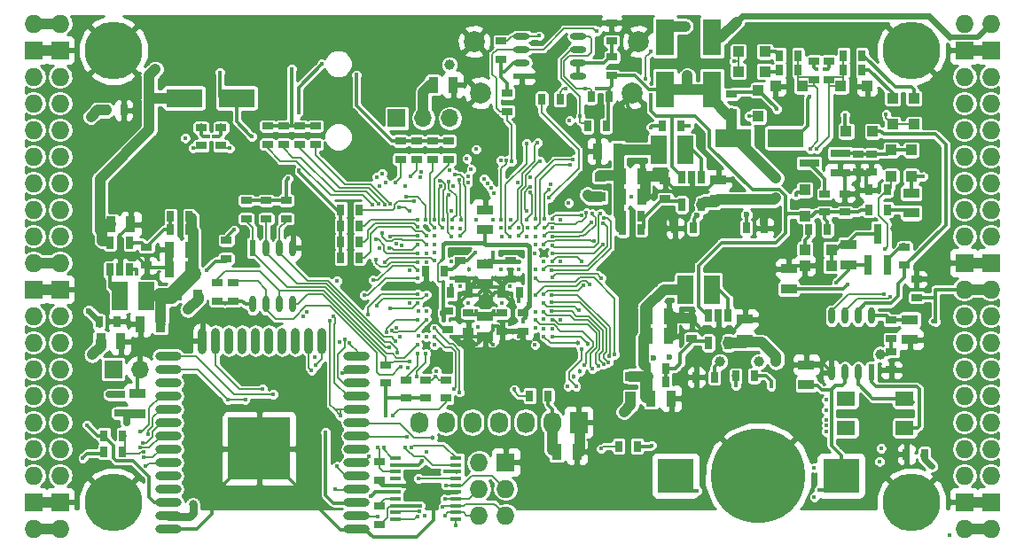
<source format=gbl>
G04 #@! TF.GenerationSoftware,KiCad,Pcbnew,5.0.0-rc2+dfsg1-2*
G04 #@! TF.CreationDate,2018-06-06T08:38:01+02:00*
G04 #@! TF.ProjectId,ulx3s,756C7833732E6B696361645F70636200,rev?*
G04 #@! TF.SameCoordinates,Original*
G04 #@! TF.FileFunction,Copper,L4,Bot,Signal*
G04 #@! TF.FilePolarity,Positive*
%FSLAX46Y46*%
G04 Gerber Fmt 4.6, Leading zero omitted, Abs format (unit mm)*
G04 Created by KiCad (PCBNEW 5.0.0-rc2+dfsg1-2) date Wed Jun  6 08:38:01 2018*
%MOMM*%
%LPD*%
G01*
G04 APERTURE LIST*
G04 #@! TA.AperFunction,ComponentPad*
%ADD10O,1.727200X1.727200*%
G04 #@! TD*
G04 #@! TA.AperFunction,ComponentPad*
%ADD11R,1.727200X1.727200*%
G04 #@! TD*
G04 #@! TA.AperFunction,SMDPad,CuDef*
%ADD12R,0.700000X1.200000*%
G04 #@! TD*
G04 #@! TA.AperFunction,ComponentPad*
%ADD13C,5.500000*%
G04 #@! TD*
G04 #@! TA.AperFunction,SMDPad,CuDef*
%ADD14R,1.000000X0.400000*%
G04 #@! TD*
G04 #@! TA.AperFunction,ComponentPad*
%ADD15R,1.727200X2.032000*%
G04 #@! TD*
G04 #@! TA.AperFunction,ComponentPad*
%ADD16O,1.727200X2.032000*%
G04 #@! TD*
G04 #@! TA.AperFunction,SMDPad,CuDef*
%ADD17R,3.500000X3.300000*%
G04 #@! TD*
G04 #@! %TA.AperFunction,BGAPad,CuDef*
%ADD18C,9.000000*%
G04 #@! TD*
G04 #@! TA.AperFunction,SMDPad,CuDef*
%ADD19R,0.600000X1.550000*%
G04 #@! TD*
G04 #@! TA.AperFunction,SMDPad,CuDef*
%ADD20O,0.600000X1.550000*%
G04 #@! TD*
G04 #@! TA.AperFunction,SMDPad,CuDef*
%ADD21O,2.500000X0.900000*%
G04 #@! TD*
G04 #@! TA.AperFunction,SMDPad,CuDef*
%ADD22O,0.900000X2.500000*%
G04 #@! TD*
G04 #@! TA.AperFunction,SMDPad,CuDef*
%ADD23R,6.000000X6.000000*%
G04 #@! TD*
G04 #@! TA.AperFunction,SMDPad,CuDef*
%ADD24R,1.800000X1.400000*%
G04 #@! TD*
G04 #@! TA.AperFunction,SMDPad,CuDef*
%ADD25R,0.970000X1.500000*%
G04 #@! TD*
G04 #@! TA.AperFunction,SMDPad,CuDef*
%ADD26R,0.670000X1.000000*%
G04 #@! TD*
G04 #@! TA.AperFunction,SMDPad,CuDef*
%ADD27R,1.500000X0.970000*%
G04 #@! TD*
G04 #@! TA.AperFunction,SMDPad,CuDef*
%ADD28R,1.000000X0.670000*%
G04 #@! TD*
G04 #@! TA.AperFunction,ComponentPad*
%ADD29C,2.000000*%
G04 #@! TD*
G04 #@! TA.AperFunction,SMDPad,CuDef*
%ADD30R,1.000000X1.000000*%
G04 #@! TD*
G04 #@! TA.AperFunction,SMDPad,CuDef*
%ADD31R,0.800000X1.900000*%
G04 #@! TD*
G04 #@! TA.AperFunction,SMDPad,CuDef*
%ADD32R,1.900000X0.800000*%
G04 #@! TD*
G04 #@! TA.AperFunction,SMDPad,CuDef*
%ADD33R,3.500000X1.800000*%
G04 #@! TD*
G04 #@! TA.AperFunction,SMDPad,CuDef*
%ADD34R,1.800000X3.500000*%
G04 #@! TD*
G04 #@! %TA.AperFunction,BGAPad,CuDef*
%ADD35C,0.300000*%
G04 #@! TD*
G04 #@! TA.AperFunction,SMDPad,CuDef*
%ADD36R,1.000000X0.845000*%
G04 #@! TD*
G04 #@! TA.AperFunction,SMDPad,CuDef*
%ADD37R,0.845000X1.000000*%
G04 #@! TD*
G04 #@! TA.AperFunction,ComponentPad*
%ADD38R,1.700000X1.700000*%
G04 #@! TD*
G04 #@! TA.AperFunction,ComponentPad*
%ADD39O,1.700000X1.700000*%
G04 #@! TD*
G04 #@! TA.AperFunction,SMDPad,CuDef*
%ADD40R,1.550000X0.600000*%
G04 #@! TD*
G04 #@! TA.AperFunction,SMDPad,CuDef*
%ADD41O,1.550000X0.600000*%
G04 #@! TD*
G04 #@! TA.AperFunction,SMDPad,CuDef*
%ADD42R,1.500000X2.700000*%
G04 #@! TD*
G04 #@! TA.AperFunction,ViaPad*
%ADD43C,0.400000*%
G04 #@! TD*
G04 #@! TA.AperFunction,ViaPad*
%ADD44C,1.000000*%
G04 #@! TD*
G04 #@! TA.AperFunction,ViaPad*
%ADD45C,0.700000*%
G04 #@! TD*
G04 #@! TA.AperFunction,ViaPad*
%ADD46C,0.454000*%
G04 #@! TD*
G04 #@! TA.AperFunction,ViaPad*
%ADD47C,0.600000*%
G04 #@! TD*
G04 #@! TA.AperFunction,ViaPad*
%ADD48C,0.800000*%
G04 #@! TD*
G04 #@! TA.AperFunction,Conductor*
%ADD49C,0.300000*%
G04 #@! TD*
G04 #@! TA.AperFunction,Conductor*
%ADD50C,0.500000*%
G04 #@! TD*
G04 #@! TA.AperFunction,Conductor*
%ADD51C,1.000000*%
G04 #@! TD*
G04 #@! TA.AperFunction,Conductor*
%ADD52C,0.700000*%
G04 #@! TD*
G04 #@! TA.AperFunction,Conductor*
%ADD53C,0.600000*%
G04 #@! TD*
G04 #@! TA.AperFunction,Conductor*
%ADD54C,0.400000*%
G04 #@! TD*
G04 #@! TA.AperFunction,Conductor*
%ADD55C,0.800000*%
G04 #@! TD*
G04 #@! TA.AperFunction,Conductor*
%ADD56C,0.190000*%
G04 #@! TD*
G04 #@! TA.AperFunction,Conductor*
%ADD57C,0.200000*%
G04 #@! TD*
G04 #@! TA.AperFunction,Conductor*
%ADD58C,1.500000*%
G04 #@! TD*
G04 #@! TA.AperFunction,Conductor*
%ADD59C,0.127000*%
G04 #@! TD*
G04 #@! TA.AperFunction,Conductor*
%ADD60C,0.180000*%
G04 #@! TD*
G04 #@! TA.AperFunction,Conductor*
%ADD61C,1.200000*%
G04 #@! TD*
G04 #@! TA.AperFunction,Conductor*
%ADD62C,0.254000*%
G04 #@! TD*
G04 APERTURE END LIST*
D10*
G04 #@! TO.P,J1,1*
G04 #@! TO.N,2V5_3V3*
X97910000Y-62690000D03*
G04 #@! TO.P,J1,2*
X95370000Y-62690000D03*
D11*
G04 #@! TO.P,J1,3*
G04 #@! TO.N,GND*
X97910000Y-65230000D03*
G04 #@! TO.P,J1,4*
X95370000Y-65230000D03*
D10*
G04 #@! TO.P,J1,5*
G04 #@! TO.N,GN0*
X97910000Y-67770000D03*
G04 #@! TO.P,J1,6*
G04 #@! TO.N,GP0*
X95370000Y-67770000D03*
G04 #@! TO.P,J1,7*
G04 #@! TO.N,GN1*
X97910000Y-70310000D03*
G04 #@! TO.P,J1,8*
G04 #@! TO.N,GP1*
X95370000Y-70310000D03*
G04 #@! TO.P,J1,9*
G04 #@! TO.N,GN2*
X97910000Y-72850000D03*
G04 #@! TO.P,J1,10*
G04 #@! TO.N,GP2*
X95370000Y-72850000D03*
G04 #@! TO.P,J1,11*
G04 #@! TO.N,GN3*
X97910000Y-75390000D03*
G04 #@! TO.P,J1,12*
G04 #@! TO.N,GP3*
X95370000Y-75390000D03*
G04 #@! TO.P,J1,13*
G04 #@! TO.N,GN4*
X97910000Y-77930000D03*
G04 #@! TO.P,J1,14*
G04 #@! TO.N,GP4*
X95370000Y-77930000D03*
G04 #@! TO.P,J1,15*
G04 #@! TO.N,GN5*
X97910000Y-80470000D03*
G04 #@! TO.P,J1,16*
G04 #@! TO.N,GP5*
X95370000Y-80470000D03*
G04 #@! TO.P,J1,17*
G04 #@! TO.N,GN6*
X97910000Y-83010000D03*
G04 #@! TO.P,J1,18*
G04 #@! TO.N,GP6*
X95370000Y-83010000D03*
G04 #@! TO.P,J1,19*
G04 #@! TO.N,2V5_3V3*
X97910000Y-85550000D03*
G04 #@! TO.P,J1,20*
X95370000Y-85550000D03*
D11*
G04 #@! TO.P,J1,21*
G04 #@! TO.N,GND*
X97910000Y-88090000D03*
G04 #@! TO.P,J1,22*
X95370000Y-88090000D03*
D10*
G04 #@! TO.P,J1,23*
G04 #@! TO.N,GN7*
X97910000Y-90630000D03*
G04 #@! TO.P,J1,24*
G04 #@! TO.N,GP7*
X95370000Y-90630000D03*
G04 #@! TO.P,J1,25*
G04 #@! TO.N,GN8*
X97910000Y-93170000D03*
G04 #@! TO.P,J1,26*
G04 #@! TO.N,GP8*
X95370000Y-93170000D03*
G04 #@! TO.P,J1,27*
G04 #@! TO.N,GN9*
X97910000Y-95710000D03*
G04 #@! TO.P,J1,28*
G04 #@! TO.N,GP9*
X95370000Y-95710000D03*
G04 #@! TO.P,J1,29*
G04 #@! TO.N,GN10*
X97910000Y-98250000D03*
G04 #@! TO.P,J1,30*
G04 #@! TO.N,GP10*
X95370000Y-98250000D03*
G04 #@! TO.P,J1,31*
G04 #@! TO.N,GN11*
X97910000Y-100790000D03*
G04 #@! TO.P,J1,32*
G04 #@! TO.N,GP11*
X95370000Y-100790000D03*
G04 #@! TO.P,J1,33*
G04 #@! TO.N,GN12*
X97910000Y-103330000D03*
G04 #@! TO.P,J1,34*
G04 #@! TO.N,GP12*
X95370000Y-103330000D03*
G04 #@! TO.P,J1,35*
G04 #@! TO.N,GN13*
X97910000Y-105870000D03*
G04 #@! TO.P,J1,36*
G04 #@! TO.N,GP13*
X95370000Y-105870000D03*
D11*
G04 #@! TO.P,J1,37*
G04 #@! TO.N,GND*
X97910000Y-108410000D03*
G04 #@! TO.P,J1,38*
X95370000Y-108410000D03*
D10*
G04 #@! TO.P,J1,39*
G04 #@! TO.N,2V5_3V3*
X97910000Y-110950000D03*
G04 #@! TO.P,J1,40*
X95370000Y-110950000D03*
G04 #@! TD*
D12*
G04 #@! TO.P,U3,1*
G04 #@! TO.N,/power/PWREN*
X159825000Y-90600000D03*
G04 #@! TO.P,U3,2*
G04 #@! TO.N,GND*
X160775000Y-90600000D03*
G04 #@! TO.P,U3,3*
G04 #@! TO.N,/power/L1*
X161725000Y-90600000D03*
G04 #@! TO.P,U3,4*
G04 #@! TO.N,+5V*
X161725000Y-93200000D03*
G04 #@! TO.P,U3,5*
G04 #@! TO.N,/power/FB1*
X159825000Y-93200000D03*
G04 #@! TD*
G04 #@! TO.P,U4,1*
G04 #@! TO.N,/power/PWREN*
X104575000Y-86215000D03*
G04 #@! TO.P,U4,2*
G04 #@! TO.N,GND*
X103625000Y-86215000D03*
G04 #@! TO.P,U4,3*
G04 #@! TO.N,/power/L2*
X102675000Y-86215000D03*
G04 #@! TO.P,U4,4*
G04 #@! TO.N,+5V*
X102675000Y-83615000D03*
G04 #@! TO.P,U4,5*
G04 #@! TO.N,/power/FB2*
X104575000Y-83615000D03*
G04 #@! TD*
G04 #@! TO.P,U5,1*
G04 #@! TO.N,/power/PWREN*
X157285000Y-77392000D03*
G04 #@! TO.P,U5,2*
G04 #@! TO.N,GND*
X158235000Y-77392000D03*
G04 #@! TO.P,U5,3*
G04 #@! TO.N,/power/L3*
X159185000Y-77392000D03*
G04 #@! TO.P,U5,4*
G04 #@! TO.N,+5V*
X159185000Y-79992000D03*
G04 #@! TO.P,U5,5*
G04 #@! TO.N,/power/FB3*
X157285000Y-79992000D03*
G04 #@! TD*
D10*
G04 #@! TO.P,J2,1*
G04 #@! TO.N,+3V3*
X184270000Y-110950000D03*
G04 #@! TO.P,J2,2*
X186810000Y-110950000D03*
D11*
G04 #@! TO.P,J2,3*
G04 #@! TO.N,GND*
X184270000Y-108410000D03*
G04 #@! TO.P,J2,4*
X186810000Y-108410000D03*
D10*
G04 #@! TO.P,J2,5*
G04 #@! TO.N,GN14*
X184270000Y-105870000D03*
G04 #@! TO.P,J2,6*
G04 #@! TO.N,GP14*
X186810000Y-105870000D03*
G04 #@! TO.P,J2,7*
G04 #@! TO.N,GN15*
X184270000Y-103330000D03*
G04 #@! TO.P,J2,8*
G04 #@! TO.N,GP15*
X186810000Y-103330000D03*
G04 #@! TO.P,J2,9*
G04 #@! TO.N,GN16*
X184270000Y-100790000D03*
G04 #@! TO.P,J2,10*
G04 #@! TO.N,GP16*
X186810000Y-100790000D03*
G04 #@! TO.P,J2,11*
G04 #@! TO.N,GN17*
X184270000Y-98250000D03*
G04 #@! TO.P,J2,12*
G04 #@! TO.N,GP17*
X186810000Y-98250000D03*
G04 #@! TO.P,J2,13*
G04 #@! TO.N,GN18*
X184270000Y-95710000D03*
G04 #@! TO.P,J2,14*
G04 #@! TO.N,GP18*
X186810000Y-95710000D03*
G04 #@! TO.P,J2,15*
G04 #@! TO.N,GN19*
X184270000Y-93170000D03*
G04 #@! TO.P,J2,16*
G04 #@! TO.N,GP19*
X186810000Y-93170000D03*
G04 #@! TO.P,J2,17*
G04 #@! TO.N,GN20*
X184270000Y-90630000D03*
G04 #@! TO.P,J2,18*
G04 #@! TO.N,GP20*
X186810000Y-90630000D03*
G04 #@! TO.P,J2,19*
G04 #@! TO.N,+3V3*
X184270000Y-88090000D03*
G04 #@! TO.P,J2,20*
X186810000Y-88090000D03*
D11*
G04 #@! TO.P,J2,21*
G04 #@! TO.N,GND*
X184270000Y-85550000D03*
G04 #@! TO.P,J2,22*
X186810000Y-85550000D03*
D10*
G04 #@! TO.P,J2,23*
G04 #@! TO.N,GN21*
X184270000Y-83010000D03*
G04 #@! TO.P,J2,24*
G04 #@! TO.N,GP21*
X186810000Y-83010000D03*
G04 #@! TO.P,J2,25*
G04 #@! TO.N,GN22*
X184270000Y-80470000D03*
G04 #@! TO.P,J2,26*
G04 #@! TO.N,GP22*
X186810000Y-80470000D03*
G04 #@! TO.P,J2,27*
G04 #@! TO.N,GN23*
X184270000Y-77930000D03*
G04 #@! TO.P,J2,28*
G04 #@! TO.N,GP23*
X186810000Y-77930000D03*
G04 #@! TO.P,J2,29*
G04 #@! TO.N,GN24*
X184270000Y-75390000D03*
G04 #@! TO.P,J2,30*
G04 #@! TO.N,GP24*
X186810000Y-75390000D03*
G04 #@! TO.P,J2,31*
G04 #@! TO.N,GN25*
X184270000Y-72850000D03*
G04 #@! TO.P,J2,32*
G04 #@! TO.N,GP25*
X186810000Y-72850000D03*
G04 #@! TO.P,J2,33*
G04 #@! TO.N,GN26*
X184270000Y-70310000D03*
G04 #@! TO.P,J2,34*
G04 #@! TO.N,GP26*
X186810000Y-70310000D03*
G04 #@! TO.P,J2,35*
G04 #@! TO.N,GN27*
X184270000Y-67770000D03*
G04 #@! TO.P,J2,36*
G04 #@! TO.N,GP27*
X186810000Y-67770000D03*
D11*
G04 #@! TO.P,J2,37*
G04 #@! TO.N,GND*
X184270000Y-65230000D03*
G04 #@! TO.P,J2,38*
X186810000Y-65230000D03*
D10*
G04 #@! TO.P,J2,39*
G04 #@! TO.N,/gpio/IN5V*
X184270000Y-62690000D03*
G04 #@! TO.P,J2,40*
G04 #@! TO.N,/gpio/OUT5V*
X186810000Y-62690000D03*
G04 #@! TD*
D13*
G04 #@! TO.P,H1,1*
G04 #@! TO.N,GND*
X102990000Y-108410000D03*
G04 #@! TD*
G04 #@! TO.P,H2,1*
G04 #@! TO.N,GND*
X179190000Y-108410000D03*
G04 #@! TD*
G04 #@! TO.P,H3,1*
G04 #@! TO.N,GND*
X179190000Y-65230000D03*
G04 #@! TD*
G04 #@! TO.P,H4,1*
G04 #@! TO.N,GND*
X102990000Y-65230000D03*
G04 #@! TD*
D14*
G04 #@! TO.P,U6,1*
G04 #@! TO.N,FTDI_nDTR*
X135735000Y-104215000D03*
G04 #@! TO.P,U6,2*
G04 #@! TO.N,FTDI_nRTS*
X135735000Y-104865000D03*
G04 #@! TO.P,U6,3*
G04 #@! TO.N,FT2V5*
X135735000Y-105515000D03*
G04 #@! TO.P,U6,4*
G04 #@! TO.N,FTDI_RXD*
X135735000Y-106165000D03*
G04 #@! TO.P,U6,5*
G04 #@! TO.N,JTAG_TDI*
X135735000Y-106815000D03*
G04 #@! TO.P,U6,6*
G04 #@! TO.N,GND*
X135735000Y-107465000D03*
G04 #@! TO.P,U6,7*
G04 #@! TO.N,JTAG_TCK*
X135735000Y-108115000D03*
G04 #@! TO.P,U6,8*
G04 #@! TO.N,JTAG_TMS*
X135735000Y-108765000D03*
G04 #@! TO.P,U6,9*
G04 #@! TO.N,JTAG_TDO*
X135735000Y-109415000D03*
G04 #@! TO.P,U6,10*
G04 #@! TO.N,FTDI_nTXLED*
X135735000Y-110065000D03*
G04 #@! TO.P,U6,11*
G04 #@! TO.N,USB_FTDI_D+*
X129935000Y-110065000D03*
G04 #@! TO.P,U6,12*
G04 #@! TO.N,USB_FTDI_D-*
X129935000Y-109415000D03*
G04 #@! TO.P,U6,13*
G04 #@! TO.N,FT2V5*
X129935000Y-108765000D03*
G04 #@! TO.P,U6,14*
G04 #@! TO.N,nRESET*
X129935000Y-108115000D03*
G04 #@! TO.P,U6,15*
G04 #@! TO.N,USB5V*
X129935000Y-107465000D03*
G04 #@! TO.P,U6,16*
G04 #@! TO.N,GND*
X129935000Y-106815000D03*
G04 #@! TO.P,U6,17*
G04 #@! TO.N,FTDI_nRXLED*
X129935000Y-106165000D03*
G04 #@! TO.P,U6,18*
G04 #@! TO.N,FTDI_TXDEN*
X129935000Y-105515000D03*
G04 #@! TO.P,U6,19*
G04 #@! TO.N,FTDI_nSLEEP*
X129935000Y-104865000D03*
G04 #@! TO.P,U6,20*
G04 #@! TO.N,FTDI_TXD*
X129935000Y-104215000D03*
G04 #@! TD*
D11*
G04 #@! TO.P,J4,1*
G04 #@! TO.N,GND*
X140455000Y-104600000D03*
D10*
G04 #@! TO.P,J4,2*
G04 #@! TO.N,+3V3*
X137915000Y-104600000D03*
G04 #@! TO.P,J4,3*
G04 #@! TO.N,JTAG_TDI*
X140455000Y-107140000D03*
G04 #@! TO.P,J4,4*
G04 #@! TO.N,JTAG_TCK*
X137915000Y-107140000D03*
G04 #@! TO.P,J4,5*
G04 #@! TO.N,JTAG_TMS*
X140455000Y-109680000D03*
G04 #@! TO.P,J4,6*
G04 #@! TO.N,JTAG_TDO*
X137915000Y-109680000D03*
G04 #@! TD*
D15*
G04 #@! TO.P,OLED1,1*
G04 #@! TO.N,GND*
X147440000Y-100790000D03*
D16*
G04 #@! TO.P,OLED1,2*
G04 #@! TO.N,+3V3*
X144900000Y-100790000D03*
G04 #@! TO.P,OLED1,3*
G04 #@! TO.N,OLED_CLK*
X142360000Y-100790000D03*
G04 #@! TO.P,OLED1,4*
G04 #@! TO.N,OLED_MOSI*
X139820000Y-100790000D03*
G04 #@! TO.P,OLED1,5*
G04 #@! TO.N,OLED_RES*
X137280000Y-100790000D03*
G04 #@! TO.P,OLED1,6*
G04 #@! TO.N,OLED_DC*
X134740000Y-100790000D03*
G04 #@! TO.P,OLED1,7*
G04 #@! TO.N,OLED_CS*
X132200000Y-100790000D03*
G04 #@! TD*
D17*
G04 #@! TO.P,BAT1,1*
G04 #@! TO.N,/power/VBAT*
X172485000Y-105870000D03*
X156685000Y-105870000D03*
D18*
G04 #@! TO.P,BAT1,2*
G04 #@! TO.N,GND*
X164585000Y-105870000D03*
G04 #@! TD*
D19*
G04 #@! TO.P,U7,1*
G04 #@! TO.N,/power/OSCI_32k*
X175395000Y-96015000D03*
D20*
G04 #@! TO.P,U7,2*
G04 #@! TO.N,/power/OSCO_32k*
X174125000Y-96015000D03*
G04 #@! TO.P,U7,3*
G04 #@! TO.N,/power/VBAT*
X172855000Y-96015000D03*
G04 #@! TO.P,U7,4*
G04 #@! TO.N,GND*
X171585000Y-96015000D03*
G04 #@! TO.P,U7,5*
G04 #@! TO.N,FPDI_SDA*
X171585000Y-90615000D03*
G04 #@! TO.P,U7,6*
G04 #@! TO.N,FPDI_SCL*
X172855000Y-90615000D03*
G04 #@! TO.P,U7,7*
G04 #@! TO.N,/power/WAKEUPn*
X174125000Y-90615000D03*
G04 #@! TO.P,U7,8*
G04 #@! TO.N,/power/RTCVDD*
X175395000Y-90615000D03*
G04 #@! TD*
D19*
G04 #@! TO.P,U10,1*
G04 #@! TO.N,/flash/FLASH_nCS*
X116325000Y-84120000D03*
D20*
G04 #@! TO.P,U10,2*
G04 #@! TO.N,/flash/FLASH_MISO*
X117595000Y-84120000D03*
G04 #@! TO.P,U10,3*
G04 #@! TO.N,/flash/FLASH_nWP*
X118865000Y-84120000D03*
G04 #@! TO.P,U10,4*
G04 #@! TO.N,GND*
X120135000Y-84120000D03*
G04 #@! TO.P,U10,5*
G04 #@! TO.N,/flash/FLASH_MOSI*
X120135000Y-89520000D03*
G04 #@! TO.P,U10,6*
G04 #@! TO.N,/flash/FLASH_SCK*
X118865000Y-89520000D03*
G04 #@! TO.P,U10,7*
G04 #@! TO.N,/flash/FLASH_nHOLD*
X117595000Y-89520000D03*
G04 #@! TO.P,U10,8*
G04 #@! TO.N,+3V3*
X116325000Y-89520000D03*
G04 #@! TD*
D21*
G04 #@! TO.P,U9,38*
G04 #@! TO.N,GND*
X126230000Y-111000000D03*
G04 #@! TO.P,U9,37*
G04 #@! TO.N,JTAG_TDI*
X126230000Y-109730000D03*
G04 #@! TO.P,U9,36*
G04 #@! TO.N,PROG_DONE*
X126230000Y-108460000D03*
G04 #@! TO.P,U9,35*
G04 #@! TO.N,WIFI_TXD*
X126230000Y-107190000D03*
G04 #@! TO.P,U9,34*
G04 #@! TO.N,WIFI_RXD*
X126230000Y-105920000D03*
G04 #@! TO.P,U9,33*
G04 #@! TO.N,JTAG_TMS*
X126230000Y-104650000D03*
G04 #@! TO.P,U9,32*
G04 #@! TO.N,Net-(U9-Pad32)*
X126230000Y-103380000D03*
G04 #@! TO.P,U9,31*
G04 #@! TO.N,JTAG_TDO*
X126230000Y-102110000D03*
G04 #@! TO.P,U9,30*
G04 #@! TO.N,JTAG_TCK*
X126230000Y-100840000D03*
G04 #@! TO.P,U9,29*
G04 #@! TO.N,WIFI_GPIO5*
X126230000Y-99570000D03*
G04 #@! TO.P,U9,28*
G04 #@! TO.N,WIFI_GPIO17*
X126230000Y-98300000D03*
G04 #@! TO.P,U9,27*
G04 #@! TO.N,WIFI_GPIO16*
X126230000Y-97030000D03*
G04 #@! TO.P,U9,26*
G04 #@! TO.N,SD_D1*
X126230000Y-95760000D03*
G04 #@! TO.P,U9,25*
G04 #@! TO.N,WIFI_GPIO0*
X126230000Y-94490000D03*
D22*
G04 #@! TO.P,U9,24*
G04 #@! TO.N,SD_D0*
X122945000Y-93000000D03*
G04 #@! TO.P,U9,23*
G04 #@! TO.N,SD_CMD*
X121675000Y-93000000D03*
G04 #@! TO.P,U9,22*
G04 #@! TO.N,Net-(U9-Pad22)*
X120405000Y-93000000D03*
G04 #@! TO.P,U9,21*
G04 #@! TO.N,Net-(U9-Pad21)*
X119135000Y-93000000D03*
G04 #@! TO.P,U9,20*
G04 #@! TO.N,Net-(U9-Pad20)*
X117865000Y-93000000D03*
G04 #@! TO.P,U9,19*
G04 #@! TO.N,Net-(U9-Pad19)*
X116595000Y-93000000D03*
G04 #@! TO.P,U9,18*
G04 #@! TO.N,Net-(U9-Pad18)*
X115325000Y-93000000D03*
G04 #@! TO.P,U9,17*
G04 #@! TO.N,Net-(U9-Pad17)*
X114055000Y-93000000D03*
G04 #@! TO.P,U9,16*
G04 #@! TO.N,SD_D3*
X112785000Y-93000000D03*
G04 #@! TO.P,U9,15*
G04 #@! TO.N,GND*
X111515000Y-93000000D03*
D21*
G04 #@! TO.P,U9,14*
G04 #@! TO.N,SD_D2*
X108230000Y-94490000D03*
G04 #@! TO.P,U9,13*
G04 #@! TO.N,SD_CLK*
X108230000Y-95760000D03*
G04 #@! TO.P,U9,12*
G04 #@! TO.N,Net-(U9-Pad12)*
X108230000Y-97030000D03*
G04 #@! TO.P,U9,11*
G04 #@! TO.N,GN11*
X108230000Y-98300000D03*
G04 #@! TO.P,U9,10*
G04 #@! TO.N,GP11*
X108230000Y-99570000D03*
G04 #@! TO.P,U9,9*
G04 #@! TO.N,GN12*
X108230000Y-100840000D03*
G04 #@! TO.P,U9,8*
G04 #@! TO.N,GP12*
X108230000Y-102110000D03*
G04 #@! TO.P,U9,7*
G04 #@! TO.N,GN13*
X108230000Y-103380000D03*
G04 #@! TO.P,U9,6*
G04 #@! TO.N,GP13*
X108230000Y-104650000D03*
G04 #@! TO.P,U9,5*
G04 #@! TO.N,Net-(U9-Pad5)*
X108230000Y-105920000D03*
G04 #@! TO.P,U9,4*
G04 #@! TO.N,Net-(U9-Pad4)*
X108230000Y-107190000D03*
G04 #@! TO.P,U9,3*
G04 #@! TO.N,/wifi/WIFIEN*
X108230000Y-108460000D03*
G04 #@! TO.P,U9,2*
G04 #@! TO.N,+3V3*
X108230000Y-109730000D03*
G04 #@! TO.P,U9,1*
G04 #@! TO.N,GND*
X108230000Y-111000000D03*
D23*
G04 #@! TO.P,U9,39*
X116930000Y-103300000D03*
G04 #@! TD*
D24*
G04 #@! TO.P,Y2,4*
G04 #@! TO.N,/power/OSCO_32k*
X178576000Y-98522000D03*
G04 #@! TO.P,Y2,3*
G04 #@! TO.N,Net-(Y2-Pad3)*
X172976000Y-98522000D03*
G04 #@! TO.P,Y2,2*
G04 #@! TO.N,Net-(Y2-Pad2)*
X172976000Y-101322000D03*
G04 #@! TO.P,Y2,1*
G04 #@! TO.N,/power/OSCI_32k*
X178576000Y-101322000D03*
G04 #@! TD*
D25*
G04 #@! TO.P,C47,1*
G04 #@! TO.N,2V5_3V3*
X133546000Y-68550000D03*
G04 #@! TO.P,C47,2*
G04 #@! TO.N,GND*
X135456000Y-68550000D03*
G04 #@! TD*
G04 #@! TO.P,C1,1*
G04 #@! TO.N,+5V*
X102748500Y-81885000D03*
G04 #@! TO.P,C1,2*
G04 #@! TO.N,GND*
X104658500Y-81885000D03*
G04 #@! TD*
D26*
G04 #@! TO.P,C2,1*
G04 #@! TO.N,/power/P1V1*
X153985000Y-96910000D03*
G04 #@! TO.P,C2,2*
G04 #@! TO.N,/power/FB1*
X155735000Y-96910000D03*
G04 #@! TD*
D25*
G04 #@! TO.P,C3,2*
G04 #@! TO.N,GND*
X156015000Y-90630000D03*
G04 #@! TO.P,C3,1*
G04 #@! TO.N,/power/P1V1*
X154105000Y-90630000D03*
G04 #@! TD*
G04 #@! TO.P,C4,1*
G04 #@! TO.N,/power/P1V1*
X154105000Y-92535000D03*
G04 #@! TO.P,C4,2*
G04 #@! TO.N,GND*
X156015000Y-92535000D03*
G04 #@! TD*
D27*
G04 #@! TO.P,C5,2*
G04 #@! TO.N,GND*
X163315000Y-90945000D03*
G04 #@! TO.P,C5,1*
G04 #@! TO.N,+5V*
X163315000Y-92855000D03*
G04 #@! TD*
D26*
G04 #@! TO.P,C6,1*
G04 #@! TO.N,/power/P3V3*
X151645000Y-82375000D03*
G04 #@! TO.P,C6,2*
G04 #@! TO.N,/power/FB3*
X153395000Y-82375000D03*
G04 #@! TD*
D25*
G04 #@! TO.P,C7,2*
G04 #@! TO.N,GND*
X153475000Y-79200000D03*
G04 #@! TO.P,C7,1*
G04 #@! TO.N,/power/P3V3*
X151565000Y-79200000D03*
G04 #@! TD*
G04 #@! TO.P,C8,2*
G04 #@! TO.N,GND*
X153475000Y-77295000D03*
G04 #@! TO.P,C8,1*
G04 #@! TO.N,/power/P3V3*
X151565000Y-77295000D03*
G04 #@! TD*
D27*
G04 #@! TO.P,C9,1*
G04 #@! TO.N,+5V*
X160775000Y-79520000D03*
G04 #@! TO.P,C9,2*
G04 #@! TO.N,GND*
X160775000Y-77610000D03*
G04 #@! TD*
D26*
G04 #@! TO.P,C10,2*
G04 #@! TO.N,/power/FB2*
X108465000Y-81105000D03*
G04 #@! TO.P,C10,1*
G04 #@! TO.N,/power/P2V5*
X110215000Y-81105000D03*
G04 #@! TD*
D25*
G04 #@! TO.P,C11,2*
G04 #@! TO.N,GND*
X108385000Y-84280000D03*
G04 #@! TO.P,C11,1*
G04 #@! TO.N,/power/P2V5*
X110295000Y-84280000D03*
G04 #@! TD*
G04 #@! TO.P,C12,1*
G04 #@! TO.N,/power/P2V5*
X110295000Y-86185000D03*
G04 #@! TO.P,C12,2*
G04 #@! TO.N,GND*
X108385000Y-86185000D03*
G04 #@! TD*
D27*
G04 #@! TO.P,C13,2*
G04 #@! TO.N,/power/WKUP*
X173221000Y-83833000D03*
G04 #@! TO.P,C13,1*
G04 #@! TO.N,+5V*
X173221000Y-85743000D03*
G04 #@! TD*
D28*
G04 #@! TO.P,C14,2*
G04 #@! TO.N,GND*
X175380000Y-76900000D03*
G04 #@! TO.P,C14,1*
G04 #@! TO.N,/power/SHUT*
X175380000Y-75150000D03*
G04 #@! TD*
D27*
G04 #@! TO.P,C15,1*
G04 #@! TO.N,/sdcard/SD3V3*
X105276000Y-99967000D03*
G04 #@! TO.P,C15,2*
G04 #@! TO.N,GND*
X105276000Y-98057000D03*
G04 #@! TD*
G04 #@! TO.P,C16,1*
G04 #@! TO.N,+3V3*
X167506000Y-88029000D03*
G04 #@! TO.P,C16,2*
G04 #@! TO.N,GND*
X167506000Y-86119000D03*
G04 #@! TD*
G04 #@! TO.P,C17,1*
G04 #@! TO.N,+1V1*
X138500000Y-90665000D03*
G04 #@! TO.P,C17,2*
G04 #@! TO.N,GND*
X138500000Y-92575000D03*
G04 #@! TD*
D28*
G04 #@! TO.P,C18,1*
G04 #@! TO.N,/gpdi/VREF2*
X150589600Y-64359000D03*
G04 #@! TO.P,C18,2*
G04 #@! TO.N,GND*
X150589600Y-62609000D03*
G04 #@! TD*
D27*
G04 #@! TO.P,C19,1*
G04 #@! TO.N,+2V5*
X138500000Y-82375000D03*
G04 #@! TO.P,C19,2*
G04 #@! TO.N,GND*
X138500000Y-80465000D03*
G04 #@! TD*
G04 #@! TO.P,C20,2*
G04 #@! TO.N,GND*
X138500000Y-87575000D03*
G04 #@! TO.P,C20,1*
G04 #@! TO.N,+3V3*
X138500000Y-85665000D03*
G04 #@! TD*
D25*
G04 #@! TO.P,C21,2*
G04 #@! TO.N,GND*
X103706000Y-93061000D03*
G04 #@! TO.P,C21,1*
G04 #@! TO.N,+3V3*
X101796000Y-93061000D03*
G04 #@! TD*
G04 #@! TO.P,C22,1*
G04 #@! TO.N,/power/P1V1*
X154359000Y-98504000D03*
G04 #@! TO.P,C22,2*
G04 #@! TO.N,GND*
X156269000Y-98504000D03*
G04 #@! TD*
G04 #@! TO.P,C23,2*
G04 #@! TO.N,GND*
X105591000Y-91392000D03*
G04 #@! TO.P,C23,1*
G04 #@! TO.N,/power/P2V5*
X107501000Y-91392000D03*
G04 #@! TD*
G04 #@! TO.P,C24,1*
G04 #@! TO.N,/power/P3V3*
X151189000Y-74882000D03*
G04 #@! TO.P,C24,2*
G04 #@! TO.N,GND*
X149279000Y-74882000D03*
G04 #@! TD*
D28*
G04 #@! TO.P,C25,2*
G04 #@! TO.N,GND*
X140900000Y-87095000D03*
G04 #@! TO.P,C25,1*
G04 #@! TO.N,+3V3*
X140900000Y-85345000D03*
G04 #@! TD*
G04 #@! TO.P,C26,2*
G04 #@! TO.N,GND*
X136100000Y-87095000D03*
G04 #@! TO.P,C26,1*
G04 #@! TO.N,2V5_3V3*
X136100000Y-85345000D03*
G04 #@! TD*
G04 #@! TO.P,C27,2*
G04 #@! TO.N,GND*
X136900000Y-92095000D03*
G04 #@! TO.P,C27,1*
G04 #@! TO.N,+1V1*
X136900000Y-90345000D03*
G04 #@! TD*
G04 #@! TO.P,C28,1*
G04 #@! TO.N,+1V1*
X140100000Y-90345000D03*
G04 #@! TO.P,C28,2*
G04 #@! TO.N,GND*
X140100000Y-92095000D03*
G04 #@! TD*
G04 #@! TO.P,C29,2*
G04 #@! TO.N,GND*
X142100000Y-92095000D03*
G04 #@! TO.P,C29,1*
G04 #@! TO.N,+2V5*
X142100000Y-90345000D03*
G04 #@! TD*
G04 #@! TO.P,C30,1*
G04 #@! TO.N,+2V5*
X134900000Y-90145000D03*
G04 #@! TO.P,C30,2*
G04 #@! TO.N,GND*
X134900000Y-91895000D03*
G04 #@! TD*
D26*
G04 #@! TO.P,C31,1*
G04 #@! TO.N,+3V3*
X135225000Y-88420000D03*
G04 #@! TO.P,C31,2*
G04 #@! TO.N,GND*
X136975000Y-88420000D03*
G04 #@! TD*
G04 #@! TO.P,C32,2*
G04 #@! TO.N,GND*
X140025000Y-88420000D03*
G04 #@! TO.P,C32,1*
G04 #@! TO.N,+3V3*
X141775000Y-88420000D03*
G04 #@! TD*
G04 #@! TO.P,C33,1*
G04 #@! TO.N,+3V3*
X163425000Y-82220000D03*
G04 #@! TO.P,C33,2*
G04 #@! TO.N,GND*
X165175000Y-82220000D03*
G04 #@! TD*
G04 #@! TO.P,C34,1*
G04 #@! TO.N,+3V3*
X158375000Y-82220000D03*
G04 #@! TO.P,C34,2*
G04 #@! TO.N,GND*
X156625000Y-82220000D03*
G04 #@! TD*
D28*
G04 #@! TO.P,C35,1*
G04 #@! TO.N,+3V3*
X177300000Y-94025000D03*
G04 #@! TO.P,C35,2*
G04 #@! TO.N,GND*
X177300000Y-95775000D03*
G04 #@! TD*
D25*
G04 #@! TO.P,C46,1*
G04 #@! TO.N,+3V3*
X145342000Y-103584000D03*
G04 #@! TO.P,C46,2*
G04 #@! TO.N,GND*
X147252000Y-103584000D03*
G04 #@! TD*
D26*
G04 #@! TO.P,C48,2*
G04 #@! TO.N,GND*
X103995000Y-70963000D03*
G04 #@! TO.P,C48,1*
G04 #@! TO.N,2V5_3V3*
X102245000Y-70963000D03*
G04 #@! TD*
G04 #@! TO.P,C49,2*
G04 #@! TO.N,GND*
X103372000Y-91156000D03*
G04 #@! TO.P,C49,1*
G04 #@! TO.N,2V5_3V3*
X101622000Y-91156000D03*
G04 #@! TD*
D28*
G04 #@! TO.P,C50,1*
G04 #@! TO.N,+3V3*
X179713000Y-88856000D03*
G04 #@! TO.P,C50,2*
G04 #@! TO.N,GND*
X179713000Y-87106000D03*
G04 #@! TD*
D26*
G04 #@! TO.P,C51,1*
G04 #@! TO.N,+3V3*
X180473000Y-103856000D03*
G04 #@! TO.P,C51,2*
G04 #@! TO.N,GND*
X178723000Y-103856000D03*
G04 #@! TD*
G04 #@! TO.P,C52,2*
G04 #@! TO.N,GND*
X158645000Y-96490000D03*
G04 #@! TO.P,C52,1*
G04 #@! TO.N,+3V3*
X160395000Y-96490000D03*
G04 #@! TD*
G04 #@! TO.P,C53,2*
G04 #@! TO.N,GND*
X132827200Y-86330000D03*
G04 #@! TO.P,C53,1*
G04 #@! TO.N,2V5_3V3*
X134577200Y-86330000D03*
G04 #@! TD*
D27*
G04 #@! TO.P,C54,2*
G04 #@! TO.N,GND*
X169172000Y-95281000D03*
G04 #@! TO.P,C54,1*
G04 #@! TO.N,/power/VBAT*
X169172000Y-97191000D03*
G04 #@! TD*
G04 #@! TO.P,D11,1*
G04 #@! TO.N,/power/HOLD*
X179190000Y-80790000D03*
G04 #@! TO.P,D11,2*
G04 #@! TO.N,+3V3*
X179190000Y-78880000D03*
G04 #@! TD*
D29*
G04 #@! TO.P,GPDI1,0*
G04 #@! TO.N,GND*
X152546000Y-69312000D03*
X138046000Y-69312000D03*
X153146000Y-64412000D03*
X137446000Y-64412000D03*
G04 #@! TD*
D30*
G04 #@! TO.P,D10,1*
G04 #@! TO.N,/power/WAKE*
X169050000Y-84280000D03*
G04 #@! TO.P,D10,2*
G04 #@! TO.N,/power/WKUP*
X171550000Y-84280000D03*
G04 #@! TD*
G04 #@! TO.P,D12,2*
G04 #@! TO.N,/power/FTDI_nSUSPEND*
X169030000Y-78585000D03*
G04 #@! TO.P,D12,1*
G04 #@! TO.N,/power/PWREN*
X169030000Y-81085000D03*
G04 #@! TD*
G04 #@! TO.P,D13,1*
G04 #@! TO.N,/power/WKUP*
X171550000Y-85804000D03*
G04 #@! TO.P,D13,2*
G04 #@! TO.N,GND*
X169050000Y-85804000D03*
G04 #@! TD*
G04 #@! TO.P,D14,2*
G04 #@! TO.N,/power/SHUT*
X179190000Y-74775000D03*
G04 #@! TO.P,D14,1*
G04 #@! TO.N,+3V3*
X179190000Y-77275000D03*
G04 #@! TD*
G04 #@! TO.P,D15,2*
G04 #@! TO.N,SHUTDOWN*
X177285000Y-77275000D03*
G04 #@! TO.P,D15,1*
G04 #@! TO.N,/power/SHUT*
X177285000Y-74775000D03*
G04 #@! TD*
G04 #@! TO.P,D16,1*
G04 #@! TO.N,/power/PWRBTn*
X172987000Y-72977000D03*
G04 #@! TO.P,D16,2*
G04 #@! TO.N,/power/WAKEUPn*
X175487000Y-72977000D03*
G04 #@! TD*
G04 #@! TO.P,D17,1*
G04 #@! TO.N,/power/PWRBTn*
X164585000Y-69060000D03*
G04 #@! TO.P,D17,2*
G04 #@! TO.N,BTN_PWRn*
X164585000Y-71560000D03*
G04 #@! TD*
G04 #@! TO.P,D20,1*
G04 #@! TO.N,USB_FPGA_D+*
X168756000Y-68659000D03*
G04 #@! TO.P,D20,2*
G04 #@! TO.N,GND*
X166256000Y-68659000D03*
G04 #@! TD*
G04 #@! TO.P,D21,2*
G04 #@! TO.N,GND*
X174979000Y-68659000D03*
G04 #@! TO.P,D21,1*
G04 #@! TO.N,USB_FPGA_D-*
X172479000Y-68659000D03*
G04 #@! TD*
G04 #@! TO.P,D23,2*
G04 #@! TO.N,Net-(D23-Pad2)*
X165200000Y-67262000D03*
G04 #@! TO.P,D23,1*
G04 #@! TO.N,USB_FPGA_PULL_D+*
X162700000Y-67262000D03*
G04 #@! TD*
G04 #@! TO.P,D24,2*
G04 #@! TO.N,USB_FPGA_PULL_D+*
X162700000Y-65357000D03*
G04 #@! TO.P,D24,1*
G04 #@! TO.N,Net-(D24-Pad1)*
X165200000Y-65357000D03*
G04 #@! TD*
G04 #@! TO.P,D25,1*
G04 #@! TO.N,USB_FPGA_PULL_D-*
X177412000Y-72322000D03*
G04 #@! TO.P,D25,2*
G04 #@! TO.N,Net-(D25-Pad2)*
X177412000Y-69822000D03*
G04 #@! TD*
G04 #@! TO.P,D26,1*
G04 #@! TO.N,Net-(D26-Pad1)*
X179444000Y-69822000D03*
G04 #@! TO.P,D26,2*
G04 #@! TO.N,USB_FPGA_PULL_D-*
X179444000Y-72322000D03*
G04 #@! TD*
D31*
G04 #@! TO.P,Q1,3*
G04 #@! TO.N,/power/WKUP*
X176015000Y-82780000D03*
G04 #@! TO.P,Q1,2*
G04 #@! TO.N,+5V*
X175065000Y-85780000D03*
G04 #@! TO.P,Q1,1*
G04 #@! TO.N,/power/WKn*
X176965000Y-85780000D03*
G04 #@! TD*
D32*
G04 #@! TO.P,Q2,1*
G04 #@! TO.N,/power/SHUT*
X172435000Y-75075000D03*
G04 #@! TO.P,Q2,2*
G04 #@! TO.N,GND*
X172435000Y-76975000D03*
G04 #@! TO.P,Q2,3*
G04 #@! TO.N,/power/SHD*
X169435000Y-76025000D03*
G04 #@! TD*
D33*
G04 #@! TO.P,D8,2*
G04 #@! TO.N,USB5V*
X114761000Y-69802000D03*
G04 #@! TO.P,D8,1*
G04 #@! TO.N,+5V*
X109761000Y-69802000D03*
G04 #@! TD*
G04 #@! TO.P,D9,1*
G04 #@! TO.N,/usb/US2VBUS*
X167212000Y-73612000D03*
G04 #@! TO.P,D9,2*
G04 #@! TO.N,+5V*
X162212000Y-73612000D03*
G04 #@! TD*
D34*
G04 #@! TO.P,D51,1*
G04 #@! TO.N,+5V*
X155695000Y-69000000D03*
G04 #@! TO.P,D51,2*
G04 #@! TO.N,/gpio/IN5V*
X155695000Y-64000000D03*
G04 #@! TD*
G04 #@! TO.P,D52,2*
G04 #@! TO.N,+5V*
X160140000Y-69000000D03*
G04 #@! TO.P,D52,1*
G04 #@! TO.N,/gpio/OUT5V*
X160140000Y-64000000D03*
G04 #@! TD*
D35*
G04 #@! TO.P,AE1,1*
G04 #@! TO.N,/usb/ANT_433MHz*
X182888000Y-111603000D03*
G04 #@! TD*
D28*
G04 #@! TO.P,R49,1*
G04 #@! TO.N,USB_FTDI_D-*
X113277000Y-74360000D03*
G04 #@! TO.P,R49,2*
G04 #@! TO.N,/usb/FTD-*
X113277000Y-72610000D03*
G04 #@! TD*
G04 #@! TO.P,R50,2*
G04 #@! TO.N,/usb/FTD+*
X111372000Y-72610000D03*
G04 #@! TO.P,R50,1*
G04 #@! TO.N,USB_FTDI_D+*
X111372000Y-74360000D03*
G04 #@! TD*
D26*
G04 #@! TO.P,R51,2*
G04 #@! TO.N,/blinkey/SWPU*
X155455000Y-72487000D03*
G04 #@! TO.P,R51,1*
G04 #@! TO.N,2V5_3V3*
X157205000Y-72487000D03*
G04 #@! TD*
D28*
G04 #@! TO.P,R52,2*
G04 #@! TO.N,/usb/FPD-*
X171331000Y-66278000D03*
G04 #@! TO.P,R52,1*
G04 #@! TO.N,USB_FPGA_D-*
X171331000Y-68028000D03*
G04 #@! TD*
G04 #@! TO.P,R53,1*
G04 #@! TO.N,USB_FPGA_D+*
X169919000Y-68028000D03*
G04 #@! TO.P,R53,2*
G04 #@! TO.N,/usb/FPD+*
X169919000Y-66278000D03*
G04 #@! TD*
D26*
G04 #@! TO.P,R54,2*
G04 #@! TO.N,Net-(D26-Pad1)*
X174477000Y-65738000D03*
G04 #@! TO.P,R54,1*
G04 #@! TO.N,USB_FPGA_D-*
X172727000Y-65738000D03*
G04 #@! TD*
D28*
G04 #@! TO.P,R56,1*
G04 #@! TO.N,GND*
X128390000Y-106321000D03*
G04 #@! TO.P,R56,2*
G04 #@! TO.N,FTDI_TXDEN*
X128390000Y-104571000D03*
G04 #@! TD*
G04 #@! TO.P,R57,2*
G04 #@! TO.N,/analog/AUDIO_V*
X117722000Y-72483000D03*
G04 #@! TO.P,R57,1*
G04 #@! TO.N,AUDIO_V0*
X117722000Y-74233000D03*
G04 #@! TD*
G04 #@! TO.P,R58,1*
G04 #@! TO.N,AUDIO_V1*
X119246000Y-74233000D03*
G04 #@! TO.P,R58,2*
G04 #@! TO.N,/analog/AUDIO_V*
X119246000Y-72483000D03*
G04 #@! TD*
G04 #@! TO.P,R59,2*
G04 #@! TO.N,/analog/AUDIO_V*
X120770000Y-72483000D03*
G04 #@! TO.P,R59,1*
G04 #@! TO.N,AUDIO_V2*
X120770000Y-74233000D03*
G04 #@! TD*
G04 #@! TO.P,R60,1*
G04 #@! TO.N,AUDIO_V3*
X122294000Y-74233000D03*
G04 #@! TO.P,R60,2*
G04 #@! TO.N,/analog/AUDIO_V*
X122294000Y-72483000D03*
G04 #@! TD*
D26*
G04 #@! TO.P,R61,1*
G04 #@! TO.N,GPDI_CEC*
X145655000Y-69900000D03*
G04 #@! TO.P,R61,2*
G04 #@! TO.N,/gpdi/FPDI_CEC*
X143905000Y-69900000D03*
G04 #@! TD*
D36*
G04 #@! TO.P,RP1,1*
G04 #@! TO.N,/power/P1V1*
X152393000Y-96398500D03*
G04 #@! TO.P,RP1,2*
G04 #@! TO.N,+1V1*
X152393000Y-98323500D03*
G04 #@! TD*
D37*
G04 #@! TO.P,RP2,2*
G04 #@! TO.N,+2V5*
X111064500Y-88598000D03*
G04 #@! TO.P,RP2,1*
G04 #@! TO.N,/power/P2V5*
X109139500Y-88598000D03*
G04 #@! TD*
D36*
G04 #@! TO.P,RP3,1*
G04 #@! TO.N,/power/P3V3*
X149472000Y-77348500D03*
G04 #@! TO.P,RP3,2*
G04 #@! TO.N,+3V3*
X149472000Y-79273500D03*
G04 #@! TD*
D38*
G04 #@! TO.P,J3,1*
G04 #@! TO.N,/wifi/WIFIEN*
X102990000Y-95710000D03*
D39*
G04 #@! TO.P,J3,2*
G04 #@! TO.N,GND*
X105530000Y-95710000D03*
G04 #@! TD*
D38*
G04 #@! TO.P,J5,1*
G04 #@! TO.N,+2V5*
X130056000Y-71725000D03*
D39*
G04 #@! TO.P,J5,2*
G04 #@! TO.N,2V5_3V3*
X132596000Y-71725000D03*
G04 #@! TO.P,J5,3*
G04 #@! TO.N,+3V3*
X135136000Y-71725000D03*
G04 #@! TD*
D26*
G04 #@! TO.P,R40,1*
G04 #@! TO.N,Net-(D24-Pad1)*
X166631000Y-65738000D03*
G04 #@! TO.P,R40,2*
G04 #@! TO.N,USB_FPGA_D+*
X168381000Y-65738000D03*
G04 #@! TD*
D28*
G04 #@! TO.P,R55,1*
G04 #@! TO.N,/flash/FPGA_DONE*
X134740000Y-96740000D03*
G04 #@! TO.P,R55,2*
G04 #@! TO.N,PROG_DONE*
X134740000Y-98490000D03*
G04 #@! TD*
D40*
G04 #@! TO.P,U11,1*
G04 #@! TO.N,GND*
X141980000Y-67706500D03*
D41*
G04 #@! TO.P,U11,2*
G04 #@! TO.N,+3V3*
X141980000Y-66436500D03*
G04 #@! TO.P,U11,3*
G04 #@! TO.N,FPDI_SCL*
X141980000Y-65166500D03*
G04 #@! TO.P,U11,4*
G04 #@! TO.N,FPDI_SDA*
X141980000Y-63896500D03*
G04 #@! TO.P,U11,5*
G04 #@! TO.N,GPDI_SDA*
X147380000Y-63896500D03*
G04 #@! TO.P,U11,6*
G04 #@! TO.N,GPDI_SCL*
X147380000Y-65166500D03*
G04 #@! TO.P,U11,7*
G04 #@! TO.N,/gpdi/VREF2*
X147380000Y-66436500D03*
G04 #@! TO.P,U11,8*
X147380000Y-67706500D03*
G04 #@! TD*
D27*
G04 #@! TO.P,C55,1*
G04 #@! TO.N,/power/RTCVDD*
X179078000Y-90963000D03*
G04 #@! TO.P,C55,2*
G04 #@! TO.N,GND*
X179078000Y-92873000D03*
G04 #@! TD*
D28*
G04 #@! TO.P,R65,1*
G04 #@! TO.N,+3V3*
X177300000Y-92793000D03*
G04 #@! TO.P,R65,2*
G04 #@! TO.N,/power/RTCVDD*
X177300000Y-91043000D03*
G04 #@! TD*
D42*
G04 #@! TO.P,L1,1*
G04 #@! TO.N,/power/L1*
X160140000Y-88090000D03*
G04 #@! TO.P,L1,2*
G04 #@! TO.N,/power/P1V1*
X157600000Y-88090000D03*
G04 #@! TD*
G04 #@! TO.P,L2,1*
G04 #@! TO.N,/power/L2*
X103625000Y-88725000D03*
G04 #@! TO.P,L2,2*
G04 #@! TO.N,/power/P2V5*
X106165000Y-88725000D03*
G04 #@! TD*
G04 #@! TO.P,L3,2*
G04 #@! TO.N,/power/P3V3*
X155060000Y-74755000D03*
G04 #@! TO.P,L3,1*
G04 #@! TO.N,/power/L3*
X157600000Y-74755000D03*
G04 #@! TD*
D26*
G04 #@! TO.P,R1,2*
G04 #@! TO.N,/power/PWREN*
X171175000Y-82375000D03*
G04 #@! TO.P,R1,1*
G04 #@! TO.N,/power/WAKE*
X169425000Y-82375000D03*
G04 #@! TD*
D28*
G04 #@! TO.P,R2,2*
G04 #@! TO.N,GND*
X172840000Y-78960000D03*
G04 #@! TO.P,R2,1*
G04 #@! TO.N,/power/PWREN*
X172840000Y-80710000D03*
G04 #@! TD*
G04 #@! TO.P,R3,1*
G04 #@! TO.N,+5V*
X162045000Y-71185000D03*
G04 #@! TO.P,R3,2*
G04 #@! TO.N,/power/PWRBTn*
X162045000Y-69435000D03*
G04 #@! TD*
D26*
G04 #@! TO.P,R4,1*
G04 #@! TO.N,/power/HOLD*
X176890000Y-80470000D03*
G04 #@! TO.P,R4,2*
G04 #@! TO.N,/power/PWREN*
X175140000Y-80470000D03*
G04 #@! TD*
D28*
G04 #@! TO.P,R5,1*
G04 #@! TO.N,/power/SHUT*
X174110000Y-75150000D03*
G04 #@! TO.P,R5,2*
G04 #@! TO.N,GND*
X174110000Y-76900000D03*
G04 #@! TD*
G04 #@! TO.P,R6,2*
G04 #@! TO.N,/power/WAKEUPn*
X178555000Y-85790000D03*
G04 #@! TO.P,R6,1*
G04 #@! TO.N,/power/WKn*
X178555000Y-84040000D03*
G04 #@! TD*
G04 #@! TO.P,R7,2*
G04 #@! TO.N,/blinkey/BTNPUL*
X113785000Y-85155000D03*
G04 #@! TO.P,R7,1*
G04 #@! TO.N,+3V3*
X113785000Y-83405000D03*
G04 #@! TD*
G04 #@! TO.P,R8,1*
G04 #@! TO.N,/power/PWREN*
X170935000Y-80710000D03*
G04 #@! TO.P,R8,2*
G04 #@! TO.N,/power/SHD*
X170935000Y-78960000D03*
G04 #@! TD*
G04 #@! TO.P,R9,2*
G04 #@! TO.N,FT2V5*
X128390000Y-110555000D03*
G04 #@! TO.P,R9,1*
G04 #@! TO.N,nRESET*
X128390000Y-108805000D03*
G04 #@! TD*
D26*
G04 #@! TO.P,R10,2*
G04 #@! TO.N,FTDI_nSLEEP*
X151264000Y-103076000D03*
G04 #@! TO.P,R10,1*
G04 #@! TO.N,/power/FTDI_nSUSPEND*
X153014000Y-103076000D03*
G04 #@! TD*
D28*
G04 #@! TO.P,R11,2*
G04 #@! TO.N,/flash/FLASH_nWP*
X119500000Y-81345000D03*
G04 #@! TO.P,R11,1*
G04 #@! TO.N,+3V3*
X119500000Y-79595000D03*
G04 #@! TD*
G04 #@! TO.P,R12,1*
G04 #@! TO.N,+3V3*
X114420000Y-89219000D03*
G04 #@! TO.P,R12,2*
G04 #@! TO.N,/flash/FLASH_nHOLD*
X114420000Y-87469000D03*
G04 #@! TD*
D26*
G04 #@! TO.P,R13,2*
G04 #@! TO.N,GND*
X175140000Y-78565000D03*
G04 #@! TO.P,R13,1*
G04 #@! TO.N,SHUTDOWN*
X176890000Y-78565000D03*
G04 #@! TD*
G04 #@! TO.P,R14,2*
G04 #@! TO.N,/analog/AUDIO_L*
X124721000Y-85060000D03*
G04 #@! TO.P,R14,1*
G04 #@! TO.N,AUDIO_L0*
X126471000Y-85060000D03*
G04 #@! TD*
G04 #@! TO.P,R15,1*
G04 #@! TO.N,AUDIO_L1*
X126471000Y-83536000D03*
G04 #@! TO.P,R15,2*
G04 #@! TO.N,/analog/AUDIO_L*
X124721000Y-83536000D03*
G04 #@! TD*
G04 #@! TO.P,R16,2*
G04 #@! TO.N,/analog/AUDIO_L*
X124721000Y-82012000D03*
G04 #@! TO.P,R16,1*
G04 #@! TO.N,AUDIO_L2*
X126471000Y-82012000D03*
G04 #@! TD*
G04 #@! TO.P,R17,1*
G04 #@! TO.N,AUDIO_L3*
X126471000Y-80470000D03*
G04 #@! TO.P,R17,2*
G04 #@! TO.N,/analog/AUDIO_L*
X124721000Y-80470000D03*
G04 #@! TD*
D28*
G04 #@! TO.P,R18,2*
G04 #@! TO.N,/analog/AUDIO_R*
X130422000Y-73898000D03*
G04 #@! TO.P,R18,1*
G04 #@! TO.N,AUDIO_R0*
X130422000Y-75648000D03*
G04 #@! TD*
G04 #@! TO.P,R19,2*
G04 #@! TO.N,/analog/AUDIO_R*
X131961000Y-73898000D03*
G04 #@! TO.P,R19,1*
G04 #@! TO.N,AUDIO_R1*
X131961000Y-75648000D03*
G04 #@! TD*
G04 #@! TO.P,R20,2*
G04 #@! TO.N,/analog/AUDIO_R*
X133485000Y-73898000D03*
G04 #@! TO.P,R20,1*
G04 #@! TO.N,AUDIO_R2*
X133485000Y-75648000D03*
G04 #@! TD*
G04 #@! TO.P,R21,1*
G04 #@! TO.N,AUDIO_R3*
X135009000Y-75648000D03*
G04 #@! TO.P,R21,2*
G04 #@! TO.N,/analog/AUDIO_R*
X135009000Y-73898000D03*
G04 #@! TD*
G04 #@! TO.P,R22,1*
G04 #@! TO.N,+3V3*
X140025500Y-66105000D03*
G04 #@! TO.P,R22,2*
G04 #@! TO.N,FPDI_SDA*
X140025500Y-64355000D03*
G04 #@! TD*
G04 #@! TO.P,R23,2*
G04 #@! TO.N,FPDI_SCL*
X140597000Y-71076000D03*
G04 #@! TO.P,R23,1*
G04 #@! TO.N,+3V3*
X140597000Y-69326000D03*
G04 #@! TD*
G04 #@! TO.P,R24,1*
G04 #@! TO.N,+5V*
X150615000Y-67647000D03*
G04 #@! TO.P,R24,2*
G04 #@! TO.N,/gpdi/VREF2*
X150615000Y-65897000D03*
G04 #@! TD*
D26*
G04 #@! TO.P,R25,2*
G04 #@! TO.N,GPDI_SCL*
X148300000Y-72487000D03*
G04 #@! TO.P,R25,1*
G04 #@! TO.N,+5V*
X150050000Y-72487000D03*
G04 #@! TD*
G04 #@! TO.P,R26,1*
G04 #@! TO.N,+5V*
X150362000Y-69693000D03*
G04 #@! TO.P,R26,2*
G04 #@! TO.N,GPDI_SDA*
X148612000Y-69693000D03*
G04 #@! TD*
D28*
G04 #@! TO.P,R27,2*
G04 #@! TO.N,/flash/FLASH_MOSI*
X129025000Y-95300000D03*
G04 #@! TO.P,R27,1*
G04 #@! TO.N,+3V3*
X129025000Y-97050000D03*
G04 #@! TD*
G04 #@! TO.P,R28,1*
G04 #@! TO.N,+3V3*
X117595000Y-79595000D03*
G04 #@! TO.P,R28,2*
G04 #@! TO.N,/flash/FLASH_MISO*
X117595000Y-81345000D03*
G04 #@! TD*
G04 #@! TO.P,R29,1*
G04 #@! TO.N,+3V3*
X112896000Y-89219000D03*
G04 #@! TO.P,R29,2*
G04 #@! TO.N,/flash/FLASH_SCK*
X112896000Y-87469000D03*
G04 #@! TD*
G04 #@! TO.P,R30,1*
G04 #@! TO.N,+3V3*
X115690000Y-79595000D03*
G04 #@! TO.P,R30,2*
G04 #@! TO.N,/flash/FLASH_nCS*
X115690000Y-81345000D03*
G04 #@! TD*
D26*
G04 #@! TO.P,R31,2*
G04 #@! TO.N,/flash/FPGA_PROGRAMN*
X142755000Y-98250000D03*
G04 #@! TO.P,R31,1*
G04 #@! TO.N,+3V3*
X144505000Y-98250000D03*
G04 #@! TD*
D28*
G04 #@! TO.P,R32,1*
G04 #@! TO.N,+3V3*
X132835000Y-98490000D03*
G04 #@! TO.P,R32,2*
G04 #@! TO.N,/flash/FPGA_DONE*
X132835000Y-96740000D03*
G04 #@! TD*
G04 #@! TO.P,R33,2*
G04 #@! TO.N,/flash/FPGA_INITN*
X130930000Y-96740000D03*
G04 #@! TO.P,R33,1*
G04 #@! TO.N,+3V3*
X130930000Y-98490000D03*
G04 #@! TD*
D26*
G04 #@! TO.P,R34,1*
G04 #@! TO.N,+3V3*
X102115000Y-103600000D03*
G04 #@! TO.P,R34,2*
G04 #@! TO.N,WIFI_EN*
X103865000Y-103600000D03*
G04 #@! TD*
G04 #@! TO.P,R35,2*
G04 #@! TO.N,/wifi/WIFIEN*
X102115000Y-102060000D03*
G04 #@! TO.P,R35,1*
G04 #@! TO.N,WIFI_EN*
X103865000Y-102060000D03*
G04 #@! TD*
D28*
G04 #@! TO.P,R38,1*
G04 #@! TO.N,/sdcard/SD3V3*
X103576500Y-99905000D03*
G04 #@! TO.P,R38,2*
G04 #@! TO.N,+3V3*
X103576500Y-98155000D03*
G04 #@! TD*
D26*
G04 #@! TO.P,R39,1*
G04 #@! TO.N,+3V3*
X164190000Y-96345000D03*
G04 #@! TO.P,R39,2*
G04 #@! TO.N,/blinkey/BTNPUR*
X162440000Y-96345000D03*
G04 #@! TD*
G04 #@! TO.P,R63,2*
G04 #@! TO.N,USB_FPGA_D+*
X168381000Y-67135000D03*
G04 #@! TO.P,R63,1*
G04 #@! TO.N,Net-(D23-Pad2)*
X166631000Y-67135000D03*
G04 #@! TD*
G04 #@! TO.P,R64,1*
G04 #@! TO.N,Net-(D25-Pad2)*
X174475000Y-67120000D03*
G04 #@! TO.P,R64,2*
G04 #@! TO.N,USB_FPGA_D-*
X172725000Y-67120000D03*
G04 #@! TD*
G04 #@! TO.P,RA1,1*
G04 #@! TO.N,/power/P1V1*
X153985000Y-95640000D03*
G04 #@! TO.P,RA1,2*
G04 #@! TO.N,/power/FB1*
X155735000Y-95640000D03*
G04 #@! TD*
G04 #@! TO.P,RA2,1*
G04 #@! TO.N,/power/P2V5*
X110215000Y-82375000D03*
G04 #@! TO.P,RA2,2*
G04 #@! TO.N,/power/FB2*
X108465000Y-82375000D03*
G04 #@! TD*
G04 #@! TO.P,RA3,1*
G04 #@! TO.N,/power/P3V3*
X151645000Y-81105000D03*
G04 #@! TO.P,RA3,2*
G04 #@! TO.N,/power/FB3*
X153395000Y-81105000D03*
G04 #@! TD*
D28*
G04 #@! TO.P,RB1,2*
G04 #@! TO.N,/power/FB1*
X158235000Y-92775000D03*
G04 #@! TO.P,RB1,1*
G04 #@! TO.N,GND*
X158235000Y-91025000D03*
G04 #@! TD*
G04 #@! TO.P,RB2,1*
G04 #@! TO.N,GND*
X106165000Y-85790000D03*
G04 #@! TO.P,RB2,2*
G04 #@! TO.N,/power/FB2*
X106165000Y-84040000D03*
G04 #@! TD*
G04 #@! TO.P,RB3,2*
G04 #@! TO.N,/power/FB3*
X155695000Y-79440000D03*
G04 #@! TO.P,RB3,1*
G04 #@! TO.N,GND*
X155695000Y-77690000D03*
G04 #@! TD*
D43*
G04 #@! TO.N,*
X124632693Y-93120351D03*
D44*
G04 #@! TO.N,GND*
X175649000Y-63343000D03*
D45*
X112784000Y-102840000D03*
D43*
X141742847Y-69038361D03*
X152408000Y-72169500D03*
X138480000Y-92600000D03*
X140080000Y-92600000D03*
X135280000Y-87000000D03*
X145687392Y-90996646D03*
D46*
X141675979Y-86986521D03*
D43*
X140876932Y-84552536D03*
X132882184Y-84635369D03*
X132879996Y-82103336D03*
X140922639Y-81447441D03*
X177287984Y-96778661D03*
D47*
X152510125Y-81695229D03*
D43*
X131264297Y-86227110D03*
X173856000Y-71538990D03*
D44*
X164947008Y-63194069D03*
D43*
X135342764Y-89381630D03*
X144103496Y-84660400D03*
D44*
X177658444Y-82281349D03*
D43*
X145680000Y-81405125D03*
X145691238Y-94166752D03*
D44*
X162956098Y-95078488D03*
X158539988Y-94868772D03*
D47*
X161075765Y-80992022D03*
X164882869Y-80938986D03*
X156262773Y-81349374D03*
X123437000Y-108972000D03*
D43*
X135281276Y-80583119D03*
X131279502Y-89407325D03*
X170309539Y-85441529D03*
X145672808Y-85396062D03*
X133216000Y-107465000D03*
X137680000Y-88600000D03*
X142480000Y-95000000D03*
X141680000Y-92600000D03*
X135284627Y-94985297D03*
X135288625Y-94225619D03*
X134455822Y-94267172D03*
X136095958Y-93369652D03*
D46*
X139264636Y-91615205D03*
D44*
X116880503Y-64802940D03*
X106974809Y-64953974D03*
D43*
X140874194Y-91433353D03*
X142480000Y-94200000D03*
X140880000Y-93400000D03*
X139280000Y-93400000D03*
X137680000Y-93400000D03*
X136880000Y-92600000D03*
X135280000Y-92600000D03*
X132880000Y-91800000D03*
X132880000Y-93400000D03*
D46*
X139280000Y-87000000D03*
X137680000Y-87000000D03*
X136080000Y-84600000D03*
X139280000Y-88600000D03*
D43*
G04 #@! TO.N,+5V*
X149169500Y-68867500D03*
D44*
X166275426Y-77459534D03*
X107021491Y-67043629D03*
D43*
X172047074Y-87438453D03*
D44*
X166255545Y-79350736D03*
X157807568Y-67669269D03*
X101707889Y-82423180D03*
X166284693Y-95025145D03*
G04 #@! TO.N,/gpio/IN5V*
X157600000Y-62944000D03*
D43*
G04 #@! TO.N,+3V3*
X119692151Y-77494120D03*
X135263000Y-87727000D03*
X141740000Y-89250994D03*
D47*
X156091000Y-94585000D03*
D43*
X140032430Y-67286930D03*
X137803000Y-91664000D03*
D47*
X181155918Y-104980708D03*
D43*
X171089123Y-98665996D03*
X171089123Y-99619659D03*
D44*
X135105588Y-66616618D03*
D43*
X181491000Y-91156000D03*
X113660608Y-89375718D03*
D44*
X148268387Y-79050018D03*
D43*
X114513935Y-82409431D03*
X109840000Y-73620000D03*
X132110753Y-92527478D03*
X165803369Y-97344883D03*
D44*
X160905403Y-95006436D03*
D47*
X158731133Y-81048929D03*
X154593901Y-94607945D03*
D44*
X164625730Y-94982471D03*
D47*
X163462982Y-80942429D03*
D44*
X176254940Y-94288458D03*
D48*
X110593913Y-108636458D03*
D43*
X180340784Y-77316932D03*
X173137949Y-87594275D03*
X129005202Y-100174798D03*
X176305593Y-103279812D03*
X100080000Y-104200000D03*
X139272517Y-84611349D03*
X141680000Y-86200000D03*
X132880000Y-92600000D03*
X141680000Y-85400000D03*
D45*
X102624000Y-98141000D03*
D44*
X100973000Y-94331000D03*
D43*
G04 #@! TO.N,BTN_F1*
X121494155Y-90235621D03*
X130019546Y-91732979D03*
G04 #@! TO.N,BTN_F2*
X121166000Y-90648000D03*
X130384540Y-92584728D03*
G04 #@! TO.N,BTN_R*
X146394787Y-97333919D03*
X143300000Y-86220000D03*
G04 #@! TO.N,BTN_U*
X144891603Y-91881937D03*
X147175985Y-97333919D03*
X147700000Y-93820000D03*
G04 #@! TO.N,+2V5*
X142107219Y-91201016D03*
D44*
X110128890Y-90028152D03*
D43*
X142480000Y-83800000D03*
X134480000Y-83800000D03*
X134480000Y-91000000D03*
G04 #@! TO.N,/power/PWREN*
X154313000Y-69502500D03*
X120664983Y-71227362D03*
X122926177Y-66532317D03*
X105245010Y-86595559D03*
G04 #@! TO.N,/power/VBAT*
X170411010Y-107286196D03*
X158716651Y-107325176D03*
G04 #@! TO.N,JTAG_TDI*
X128216338Y-109813327D03*
X136050273Y-97914229D03*
X132708000Y-109680000D03*
X134750646Y-106810513D03*
X133680000Y-91800000D03*
G04 #@! TO.N,JTAG_TCK*
X135517000Y-97633000D03*
X134675868Y-108131585D03*
D46*
X133449289Y-102232615D03*
D43*
X133680000Y-92600000D03*
G04 #@! TO.N,JTAG_TMS*
X132928488Y-103601340D03*
X127419091Y-104077728D03*
X133685482Y-93402296D03*
X134463998Y-108841973D03*
G04 #@! TO.N,JTAG_TDO*
X131986331Y-96404793D03*
X131039072Y-102187000D03*
X134636872Y-109719950D03*
X132846234Y-94197073D03*
G04 #@! TO.N,SHUTDOWN*
X176700000Y-84220000D03*
X143260000Y-84620000D03*
G04 #@! TO.N,/analog/AUDIO_L*
X120739932Y-76694083D03*
G04 #@! TO.N,/analog/AUDIO_R*
X126204504Y-67585368D03*
G04 #@! TO.N,GPDI_SDA*
X148090000Y-68867500D03*
G04 #@! TO.N,GPDI_SCL*
X147582000Y-71534498D03*
G04 #@! TO.N,SD_CMD*
X121928000Y-95855000D03*
G04 #@! TO.N,SD_CLK*
X115593957Y-98664957D03*
X113927000Y-98649000D03*
G04 #@! TO.N,SD_D0*
X122309000Y-95347000D03*
X127810351Y-87182069D03*
X132083026Y-86260405D03*
G04 #@! TO.N,SD_D1*
X122203636Y-94585375D03*
X124849021Y-96102869D03*
G04 #@! TO.N,USB5V*
X113157250Y-67343629D03*
X116198000Y-73474420D03*
X127586603Y-107875044D03*
G04 #@! TO.N,GPDI_CEC*
X146233418Y-68946082D03*
G04 #@! TO.N,FTDI_nDTR*
X131453853Y-103208291D03*
G04 #@! TO.N,SDRAM_D15*
X149787294Y-81774991D03*
X144080000Y-86200000D03*
G04 #@! TO.N,SDRAM_A6*
X149553145Y-86989440D03*
X144894316Y-86977564D03*
G04 #@! TO.N,SDRAM_D13*
X144896700Y-83863953D03*
X149527221Y-80838006D03*
D46*
G04 #@! TO.N,SDRAM_D6*
X147343891Y-93217126D03*
D43*
X144113248Y-92588762D03*
G04 #@! TO.N,SDRAM_D14*
X149853189Y-81252115D03*
X144875155Y-86292748D03*
G04 #@! TO.N,SDRAM_D12*
X144916886Y-83019942D03*
X148696112Y-80861847D03*
D46*
G04 #@! TO.N,SDRAM_D5*
X148349010Y-93322307D03*
D43*
X144882352Y-92577990D03*
G04 #@! TO.N,SDRAM_D4*
X144902941Y-91037926D03*
X148747982Y-95669626D03*
G04 #@! TO.N,SDRAM_D3*
X144867244Y-90193915D03*
X149795895Y-95251084D03*
G04 #@! TO.N,SDRAM_D2*
X144856756Y-89349904D03*
X150278898Y-95040253D03*
G04 #@! TO.N,SDRAM_D1*
X150345974Y-94517527D03*
X144877648Y-88622010D03*
G04 #@! TO.N,SDRAM_D0*
X150889207Y-94332565D03*
X143280000Y-87000000D03*
G04 #@! TO.N,/flash/FLASH_nWP*
X129972715Y-93035096D03*
X131084713Y-95564177D03*
G04 #@! TO.N,/flash/FLASH_nHOLD*
X130422000Y-95456000D03*
G04 #@! TO.N,/flash/FLASH_MOSI*
X131316164Y-94959140D03*
G04 #@! TO.N,/flash/FLASH_MISO*
X130123373Y-94122671D03*
G04 #@! TO.N,/flash/FLASH_SCK*
X132031990Y-93400000D03*
G04 #@! TO.N,/flash/FLASH_nCS*
X129362027Y-93645784D03*
G04 #@! TO.N,/flash/FPGA_PROGRAMN*
X141280657Y-97642010D03*
X133852393Y-95875797D03*
G04 #@! TO.N,/flash/FPGA_DONE*
X133762848Y-96395146D03*
G04 #@! TO.N,/flash/FPGA_INITN*
X132080000Y-94200000D03*
G04 #@! TO.N,WIFI_EN*
X128452683Y-84116867D03*
X105890482Y-103613569D03*
G04 #@! TO.N,FTDI_nRTS*
X129449238Y-89937935D03*
X130839477Y-103208987D03*
X132075624Y-89410644D03*
G04 #@! TO.N,FTDI_TXD*
X128806823Y-103185900D03*
G04 #@! TO.N,FTDI_RXD*
X128136791Y-89611518D03*
X132162861Y-106185868D03*
X132880000Y-88600000D03*
G04 #@! TO.N,WIFI_RXD*
X126970181Y-88659309D03*
X124322162Y-105002357D03*
X132080000Y-87000000D03*
G04 #@! TO.N,WIFI_GPIO0*
X125525099Y-93236764D03*
G04 #@! TO.N,WIFI_TXD*
X124202418Y-107207639D03*
G04 #@! TO.N,USB_FTDI_D+*
X110599084Y-74589383D03*
X132024412Y-109766775D03*
G04 #@! TO.N,USB_FTDI_D-*
X114104080Y-74612196D03*
X132219727Y-109277292D03*
G04 #@! TO.N,SD_D3*
X117229000Y-97633008D03*
G04 #@! TO.N,AUDIO_L3*
X131677570Y-79697994D03*
G04 #@! TO.N,AUDIO_L2*
X132088008Y-81408008D03*
G04 #@! TO.N,AUDIO_L1*
X132079995Y-82103334D03*
G04 #@! TO.N,AUDIO_L0*
X132872609Y-82947347D03*
G04 #@! TO.N,AUDIO_R3*
X133664491Y-81414685D03*
G04 #@! TO.N,AUDIO_R2*
X133648389Y-82190597D03*
G04 #@! TO.N,AUDIO_R1*
X131353451Y-77264702D03*
G04 #@! TO.N,AUDIO_R0*
X129920953Y-77910818D03*
G04 #@! TO.N,OLED_CLK*
X129568570Y-92005655D03*
X132880000Y-91000000D03*
G04 #@! TO.N,OLED_MOSI*
X129055731Y-92162718D03*
X132077338Y-91002010D03*
G04 #@! TO.N,LED0*
X131265176Y-80621782D03*
X130272149Y-80238214D03*
G04 #@! TO.N,LED7*
X128091794Y-85277024D03*
X132089786Y-85479378D03*
G04 #@! TO.N,BTN_PWRn*
X146565997Y-71979003D03*
X134250176Y-78253806D03*
X163703220Y-71542164D03*
X134433979Y-82180155D03*
G04 #@! TO.N,FTDI_nTXLED*
X135656559Y-110610712D03*
G04 #@! TO.N,FTDI_nSLEEP*
X149577281Y-103320847D03*
X132468001Y-104503413D03*
D45*
G04 #@! TO.N,/sdcard/SD3V3*
X104260000Y-100790000D03*
D43*
G04 #@! TO.N,SD_D2*
X118245000Y-98141000D03*
G04 #@! TO.N,/blinkey/BTNPUL*
X111895217Y-86253790D03*
G04 #@! TO.N,/blinkey/BTNPUR*
X162441000Y-97270000D03*
X169934000Y-107920000D03*
X169934000Y-105126000D03*
G04 #@! TO.N,USB_FPGA_D+*
X169553000Y-74646000D03*
X142571021Y-82204353D03*
X143287402Y-83042010D03*
G04 #@! TO.N,/power/FTDI_nSUSPEND*
X154425580Y-102987766D03*
X168166438Y-79108038D03*
G04 #@! TO.N,/usb/FTD-*
X112614274Y-73474420D03*
G04 #@! TO.N,/usb/FTD+*
X112074854Y-73474420D03*
G04 #@! TO.N,ADC_MISO*
X176185734Y-104520755D03*
X143269694Y-93414905D03*
G04 #@! TO.N,ADC_MOSI*
X171089123Y-101653244D03*
X143280000Y-91800000D03*
G04 #@! TO.N,ADC_CSn*
X171089123Y-101086833D03*
X144064831Y-91877646D03*
G04 #@! TO.N,ADC_SCLK*
X171089123Y-100559822D03*
X144080000Y-90956495D03*
G04 #@! TO.N,SW3*
X135315381Y-82193851D03*
X135414395Y-78229653D03*
G04 #@! TO.N,SW2*
X135129679Y-76730134D03*
X136124555Y-82260038D03*
G04 #@! TO.N,SW1*
X135587699Y-77140701D03*
X136080000Y-83000000D03*
G04 #@! TO.N,USB_FPGA_D-*
X170188000Y-74646000D03*
X142785835Y-77341923D03*
X142460000Y-83020000D03*
X143280000Y-83800000D03*
G04 #@! TO.N,/usb/FPD+*
X170188000Y-67026000D03*
G04 #@! TO.N,/usb/FPD-*
X170950000Y-67026000D03*
G04 #@! TO.N,WIFI_GPIO16*
X125110333Y-92897638D03*
G04 #@! TO.N,/usb/ANT_433MHz*
X182888000Y-111603000D03*
X124361185Y-87274371D03*
X124361184Y-87274370D03*
G04 #@! TO.N,/power/PWRBTn*
X172853718Y-71407275D03*
X166353476Y-70835462D03*
G04 #@! TO.N,PROG_DONE*
X123273881Y-101715917D03*
X129660000Y-100155000D03*
G04 #@! TO.N,FTDI_TXDEN*
X128247798Y-103208979D03*
X127301115Y-90454353D03*
X132084049Y-88558274D03*
G04 #@! TO.N,/analog/AUDIO_V*
X120008000Y-67008000D03*
G04 #@! TO.N,AUDIO_V3*
X129437600Y-79946788D03*
X133680000Y-83000000D03*
G04 #@! TO.N,AUDIO_V2*
X128908575Y-79985477D03*
X133680000Y-83800000D03*
G04 #@! TO.N,AUDIO_V1*
X128328791Y-79953099D03*
X130487935Y-83869856D03*
G04 #@! TO.N,AUDIO_V0*
X133623139Y-85366416D03*
X127749884Y-79991140D03*
X128913013Y-85505853D03*
X129992018Y-83691508D03*
G04 #@! TO.N,+1V1*
X136080000Y-87800000D03*
X137624890Y-90122896D03*
X139322319Y-90164039D03*
X140080000Y-89400000D03*
X136880000Y-89400000D03*
X140896226Y-87816226D03*
D46*
X136938110Y-86196311D03*
D43*
X140014602Y-86192969D03*
D44*
X151758000Y-99774000D03*
D43*
G04 #@! TO.N,SW4*
X135021320Y-79024950D03*
X135280000Y-83022010D03*
G04 #@! TO.N,/blinkey/SWPU*
X154298000Y-72596000D03*
G04 #@! TO.N,/wifi/WIFIEN*
X100450000Y-101044000D03*
G04 #@! TO.N,FT2V5*
X132285867Y-108754446D03*
X134707351Y-105508447D03*
G04 #@! TO.N,GN0*
X139280000Y-81400000D03*
G04 #@! TO.N,GP0*
X139314656Y-78918689D03*
G04 #@! TO.N,GN1*
X139039938Y-78419090D03*
G04 #@! TO.N,GP1*
X138722927Y-77981589D03*
G04 #@! TO.N,GN2*
X138405916Y-77551542D03*
G04 #@! TO.N,GP2*
X137625200Y-74696800D03*
G04 #@! TO.N,GN3*
X137680000Y-81400000D03*
G04 #@! TO.N,GP3*
X136742593Y-75579407D03*
G04 #@! TO.N,GN4*
X137174375Y-76624866D03*
G04 #@! TO.N,GP4*
X136863200Y-77287600D03*
G04 #@! TO.N,GN5*
X136894606Y-77861070D03*
G04 #@! TO.N,GP5*
X136048819Y-77645502D03*
X136233339Y-81437235D03*
G04 #@! TO.N,GN6*
X135359567Y-81395445D03*
X135034780Y-77831198D03*
G04 #@! TO.N,GP6*
X134508502Y-81406751D03*
X134177298Y-77721089D03*
D46*
G04 #@! TO.N,GN14*
X146942280Y-96452058D03*
G04 #@! TO.N,GP14*
X147534467Y-95913260D03*
D43*
G04 #@! TO.N,GN15*
X147928857Y-95339016D03*
X143322010Y-91000657D03*
G04 #@! TO.N,GP15*
X149284391Y-95377990D03*
X144077013Y-90266968D03*
G04 #@! TO.N,GN16*
X147430953Y-90112484D03*
X144076240Y-89395301D03*
G04 #@! TO.N,GP16*
X143322010Y-90201951D03*
G04 #@! TO.N,GN17*
X147910791Y-87683418D03*
X144082832Y-88584510D03*
G04 #@! TO.N,GP17*
X148483539Y-87623462D03*
X143322010Y-88595030D03*
G04 #@! TO.N,GN18*
X144102010Y-85397219D03*
G04 #@! TO.N,GP18*
X144889349Y-85448737D03*
X147687390Y-85374093D03*
G04 #@! TO.N,GN19*
X144912409Y-84657964D03*
X149732494Y-83807694D03*
G04 #@! TO.N,GP19*
X148921512Y-83442010D03*
X144103186Y-83777990D03*
G04 #@! TO.N,GN20*
X144131413Y-83000000D03*
X148610661Y-81705858D03*
G04 #@! TO.N,GP20*
X144888125Y-82175931D03*
G04 #@! TO.N,GN21*
X144176662Y-82199998D03*
X148175253Y-80781550D03*
G04 #@! TO.N,GP21*
X144887777Y-81331919D03*
X147688311Y-80983115D03*
G04 #@! TO.N,GN22*
X142450323Y-81420000D03*
X142811300Y-78846033D03*
G04 #@! TO.N,GP22*
X142784407Y-78283067D03*
X142460000Y-80620000D03*
G04 #@! TO.N,GN23*
X144138346Y-81383767D03*
X144606344Y-78517346D03*
G04 #@! TO.N,GP23*
X144791531Y-78023942D03*
G04 #@! TO.N,GN24*
X146587441Y-76174058D03*
X143332651Y-82197990D03*
G04 #@! TO.N,GP24*
X146909804Y-75707894D03*
X143294334Y-81377293D03*
G04 #@! TO.N,GN25*
X143708879Y-75817300D03*
X141727010Y-82998875D03*
G04 #@! TO.N,GP25*
X141727010Y-82194937D03*
G04 #@! TO.N,GN26*
X140028978Y-82200000D03*
G04 #@! TO.N,GP26*
X141624813Y-77914503D03*
G04 #@! TO.N,GN27*
X142436989Y-74138000D03*
X140861329Y-83041266D03*
G04 #@! TO.N,GP27*
X143518000Y-74074500D03*
X140872990Y-82177164D03*
G04 #@! TO.N,GN7*
X132309031Y-77342560D03*
G04 #@! TO.N,GP7*
X132428734Y-76829323D03*
G04 #@! TO.N,GN8*
X128644933Y-77015661D03*
G04 #@! TO.N,GP8*
X128152012Y-77332672D03*
G04 #@! TO.N,GN9*
X128446805Y-78179514D03*
G04 #@! TO.N,GP9*
X128961752Y-77878818D03*
G04 #@! TO.N,GN10*
X130878594Y-78253288D03*
G04 #@! TO.N,GP10*
X132820479Y-81400981D03*
X130952639Y-79249008D03*
G04 #@! TO.N,GN11*
X129458086Y-83004065D03*
X132079024Y-82947345D03*
X105572759Y-101661319D03*
G04 #@! TO.N,GP11*
X132881746Y-83791358D03*
X128691780Y-82737217D03*
X106276126Y-101893466D03*
G04 #@! TO.N,GN12*
X105840996Y-102767214D03*
X129302562Y-84153497D03*
X132083682Y-83791356D03*
G04 #@! TO.N,GP12*
X128062071Y-83328884D03*
X105553144Y-103208669D03*
X132092886Y-84635367D03*
G04 #@! TO.N,GN13*
X105847765Y-104138847D03*
X133671942Y-84595200D03*
G04 #@! TO.N,GP13*
X132896883Y-85469380D03*
X106088753Y-104974041D03*
G04 #@! TO.N,WIFI_GPIO5*
X123709657Y-91064721D03*
X124707442Y-100126977D03*
X132900000Y-90180000D03*
G04 #@! TO.N,WIFI_GPIO17*
X124015020Y-90635192D03*
X132100000Y-90157990D03*
G04 #@! TO.N,USB_FPGA_PULL_D+*
X139992737Y-75748003D03*
X162271466Y-66284958D03*
G04 #@! TO.N,USB_FPGA_PULL_D-*
X140028978Y-81400000D03*
X140517734Y-75793988D03*
X176797084Y-71341791D03*
G04 #@! TO.N,FPDI_SDA*
X154313000Y-65375000D03*
X153805000Y-67996270D03*
X176605426Y-88507160D03*
X152497066Y-79193467D03*
X146481406Y-79819384D03*
X143650666Y-63862520D03*
G04 #@! TO.N,FPDI_SCL*
X177211069Y-88764025D03*
X141042112Y-75846610D03*
X140060000Y-83020000D03*
X149134122Y-63424051D03*
G04 #@! TO.N,/gpdi/FPDI_CEC*
X144606344Y-79361357D03*
G04 #@! TO.N,2V5_3V3*
X157996000Y-72487000D03*
D44*
X100855891Y-71574861D03*
D43*
X135280000Y-85400000D03*
D47*
X100652119Y-90162239D03*
D43*
X137550785Y-84577294D03*
X135280000Y-86200000D03*
G04 #@! TO.N,/usb/US2VBUS*
X169517039Y-69686488D03*
G04 #@! TD*
D49*
G04 #@! TO.N,GND*
X175500069Y-63194069D02*
X175649000Y-63343000D01*
X164947008Y-63194069D02*
X175500069Y-63194069D01*
X152154000Y-69704000D02*
X152154000Y-70610213D01*
X152154000Y-70610213D02*
X152408000Y-70864213D01*
X152408000Y-70864213D02*
X152408000Y-72169500D01*
X152903398Y-83282000D02*
X152510125Y-82888727D01*
X154588000Y-83282000D02*
X152903398Y-83282000D01*
X152510125Y-82888727D02*
X152510125Y-82119493D01*
X155650000Y-82220000D02*
X154588000Y-83282000D01*
X156262773Y-81349374D02*
X156262773Y-81932773D01*
X156550000Y-82220000D02*
X155650000Y-82220000D01*
X156262773Y-81932773D02*
X156550000Y-82220000D01*
X152510125Y-82119493D02*
X152510125Y-81695229D01*
X169172000Y-95193500D02*
X170763500Y-95193500D01*
X170763500Y-95193500D02*
X171585000Y-96015000D01*
D50*
X136188509Y-87050148D02*
X136609374Y-87050148D01*
X136609374Y-87050148D02*
X136850000Y-87290774D01*
X136850000Y-87290774D02*
X136850000Y-88027041D01*
D49*
X135280000Y-87000000D02*
X136070000Y-87000000D01*
X136070000Y-87000000D02*
X136100000Y-86970000D01*
X141662500Y-87000000D02*
X141675979Y-86986521D01*
X139280000Y-87000000D02*
X141662500Y-87000000D01*
X141354953Y-86986521D02*
X141675979Y-86986521D01*
X140773938Y-86994997D02*
X140782414Y-86986521D01*
X140782414Y-86986521D02*
X141354953Y-86986521D01*
X133680000Y-91000000D02*
X132880000Y-91800000D01*
X134450000Y-91770000D02*
X133680000Y-91000000D01*
X134900000Y-91770000D02*
X134450000Y-91770000D01*
X177300000Y-95850000D02*
X177300000Y-96766645D01*
X177300000Y-96766645D02*
X177287984Y-96778661D01*
X139163860Y-75537864D02*
X137472985Y-77228739D01*
X139163860Y-73733860D02*
X139163860Y-75537864D01*
X137472985Y-77228739D02*
X137472985Y-78092985D01*
X137680000Y-71550000D02*
X137680000Y-72250000D01*
X137680000Y-72250000D02*
X139163860Y-73733860D01*
X138500000Y-79120000D02*
X138500000Y-80170000D01*
X137472985Y-78092985D02*
X138500000Y-79120000D01*
X105276000Y-97762000D02*
X105276000Y-95964000D01*
X105276000Y-95964000D02*
X105530000Y-95710000D01*
X138500000Y-87870000D02*
X137137029Y-87870000D01*
X137137029Y-87870000D02*
X136979988Y-88027041D01*
X136979988Y-88027041D02*
X136850000Y-88027041D01*
X140150000Y-88420000D02*
X140150000Y-87836000D01*
X140150000Y-87836000D02*
X140150000Y-87618935D01*
X138500000Y-87870000D02*
X140116000Y-87870000D01*
X140116000Y-87870000D02*
X140150000Y-87836000D01*
X139280000Y-88600000D02*
X139230000Y-88600000D01*
X139230000Y-88600000D02*
X138500000Y-87870000D01*
X137680000Y-88600000D02*
X137770000Y-88600000D01*
X137770000Y-88600000D02*
X138500000Y-87870000D01*
D51*
X147547000Y-103584000D02*
X147547000Y-100897000D01*
D49*
X147547000Y-100897000D02*
X147440000Y-100790000D01*
X164882869Y-80938986D02*
X164882869Y-81852869D01*
X164882869Y-81852869D02*
X165250000Y-82220000D01*
X139264636Y-91615205D02*
X139745205Y-91615205D01*
X139745205Y-91615205D02*
X140100000Y-91970000D01*
D50*
X140150000Y-88420000D02*
X140150000Y-87606614D01*
X140150000Y-87606614D02*
X139543386Y-87000000D01*
D49*
X139543386Y-87000000D02*
X139280000Y-87000000D01*
D50*
X140150000Y-87618935D02*
X140773938Y-86994997D01*
D49*
X137680000Y-87000000D02*
X137680000Y-87050000D01*
X137680000Y-87050000D02*
X138500000Y-87870000D01*
X139280000Y-87000000D02*
X139280000Y-87090000D01*
X139280000Y-87090000D02*
X138500000Y-87870000D01*
X140150000Y-88420000D02*
X141150000Y-89420000D01*
X140150000Y-88420000D02*
X139460000Y-88420000D01*
X139460000Y-88420000D02*
X139280000Y-88600000D01*
X137680000Y-87000000D02*
X137680000Y-87298789D01*
D50*
X137680000Y-87298789D02*
X136850000Y-88128789D01*
D49*
X136850000Y-88128789D02*
X136850000Y-88420000D01*
X136110990Y-86995403D02*
X136110990Y-87288031D01*
X136850000Y-88027041D02*
X136850000Y-88420000D01*
X136110990Y-86995403D02*
X137675403Y-86995403D01*
X137675403Y-86995403D02*
X137680000Y-87000000D01*
X135850000Y-90220000D02*
X135850000Y-89545000D01*
X135850000Y-89545000D02*
X136795000Y-88600000D01*
X136795000Y-88600000D02*
X137397158Y-88600000D01*
X137397158Y-88600000D02*
X137680000Y-88600000D01*
X133415999Y-107664999D02*
X133216000Y-107465000D01*
X133612013Y-107861013D02*
X133415999Y-107664999D01*
X131991648Y-111780338D02*
X133612013Y-110159973D01*
X127810434Y-111780338D02*
X131991648Y-111780338D01*
X133612013Y-110159973D02*
X133612013Y-107861013D01*
X127060434Y-111030338D02*
X127810434Y-111780338D01*
X126260434Y-111030338D02*
X127060434Y-111030338D01*
D51*
X184270000Y-108410000D02*
X186810000Y-108410000D01*
X184270000Y-85550000D02*
X186810000Y-85550000D01*
X184270000Y-65230000D02*
X186810000Y-65230000D01*
X95370000Y-65230000D02*
X97910000Y-65230000D01*
X95370000Y-88090000D02*
X97910000Y-88090000D01*
X95370000Y-108410000D02*
X97910000Y-108410000D01*
D49*
X108260434Y-111030338D02*
X109060434Y-111030338D01*
X109060434Y-111030338D02*
X109140772Y-110950000D01*
X110957617Y-110950000D02*
X112380000Y-109527617D01*
X109140772Y-110950000D02*
X110957617Y-110950000D01*
X112380000Y-109527617D02*
X112380000Y-107854384D01*
X112380000Y-107854384D02*
X116904046Y-103330338D01*
X116904046Y-103330338D02*
X116960434Y-103330338D01*
X167506000Y-85824000D02*
X169927068Y-85824000D01*
X169927068Y-85824000D02*
X170109540Y-85641528D01*
X170109540Y-85641528D02*
X170309539Y-85441529D01*
X133216000Y-107465000D02*
X132214478Y-107465000D01*
X135735000Y-107465000D02*
X133216000Y-107465000D01*
X132214478Y-107465000D02*
X131572496Y-106823018D01*
X131572496Y-106823018D02*
X129919874Y-106823018D01*
X126260434Y-111030338D02*
X124660659Y-111030338D01*
X124660659Y-111030338D02*
X116960659Y-103330338D01*
X116960659Y-103330338D02*
X116960434Y-103330338D01*
X129935000Y-106815000D02*
X128659000Y-106815000D01*
X128659000Y-106815000D02*
X128390000Y-106546000D01*
X128390000Y-106546000D02*
X128558000Y-106546000D01*
X136126306Y-93400000D02*
X136095958Y-93369652D01*
X136880000Y-92600000D02*
X136110348Y-93369652D01*
X136049652Y-93369652D02*
X136095958Y-93369652D01*
X137680000Y-93400000D02*
X136126306Y-93400000D01*
X135280000Y-92600000D02*
X136049652Y-93369652D01*
X136110348Y-93369652D02*
X136095958Y-93369652D01*
X139264636Y-92054364D02*
X139264636Y-91936231D01*
X139264636Y-91936231D02*
X139264636Y-91615205D01*
X138550000Y-92769000D02*
X139264636Y-92054364D01*
X136880000Y-92600000D02*
X137680000Y-93400000D01*
X136880000Y-92600000D02*
X138381000Y-92600000D01*
X138381000Y-92600000D02*
X138550000Y-92769000D01*
X135280000Y-92600000D02*
X136880000Y-92600000D01*
X138550000Y-92769000D02*
X138649000Y-92769000D01*
X138649000Y-92769000D02*
X139280000Y-93400000D01*
X138550000Y-92769000D02*
X138311000Y-92769000D01*
X138311000Y-92769000D02*
X137680000Y-93400000D01*
X103625000Y-84915000D02*
X105215000Y-84915000D01*
X103625000Y-86215000D02*
X103625000Y-84915000D01*
X105215000Y-84915000D02*
X106165000Y-85865000D01*
X106165000Y-85865000D02*
X106165000Y-86015000D01*
X106165000Y-86015000D02*
X107920000Y-86015000D01*
X107920000Y-86015000D02*
X108090000Y-86185000D01*
D51*
X153770000Y-77295000D02*
X155525000Y-77295000D01*
D49*
X155525000Y-77295000D02*
X155695000Y-77465000D01*
D51*
X153770000Y-79200000D02*
X153770000Y-77295000D01*
D49*
X174110000Y-77125000D02*
X174745000Y-77125000D01*
X174745000Y-77125000D02*
X175230000Y-77125000D01*
X174915000Y-78565000D02*
X174915000Y-77295000D01*
X174915000Y-77295000D02*
X174745000Y-77125000D01*
X172840000Y-78735000D02*
X172840000Y-77380000D01*
X172840000Y-77380000D02*
X172435000Y-76975000D01*
X175230000Y-77125000D02*
X175380000Y-76975000D01*
X172435000Y-76975000D02*
X173960000Y-76975000D01*
X173960000Y-76975000D02*
X174110000Y-77125000D01*
X159850000Y-78365000D02*
X158235000Y-78365000D01*
X158235000Y-78365000D02*
X156445000Y-78365000D01*
X158235000Y-77235000D02*
X158235000Y-78365000D01*
X160775000Y-77315000D02*
X160775000Y-77440000D01*
X160775000Y-77440000D02*
X159850000Y-78365000D01*
X156445000Y-78365000D02*
X155695000Y-77615000D01*
X155695000Y-77615000D02*
X155695000Y-77465000D01*
D51*
X156310000Y-90630000D02*
X156310000Y-92535000D01*
X158235000Y-90800000D02*
X156480000Y-90800000D01*
D49*
X156480000Y-90800000D02*
X156310000Y-90630000D01*
X163315000Y-90650000D02*
X163315000Y-90834602D01*
X163315000Y-90834602D02*
X162249602Y-91900000D01*
X162249602Y-91900000D02*
X160775000Y-91900000D01*
X106165000Y-85944374D02*
X106165000Y-86015000D01*
X159185000Y-91900000D02*
X160775000Y-91900000D01*
X160775000Y-90600000D02*
X160775000Y-91900000D01*
X158235000Y-90800000D02*
X158235000Y-90950000D01*
X158235000Y-90950000D02*
X159185000Y-91900000D01*
X108090000Y-84280000D02*
X108090000Y-86185000D01*
X108070000Y-84260000D02*
X108090000Y-84280000D01*
X103625000Y-82979500D02*
X103625000Y-84915000D01*
X104658500Y-81885000D02*
X104658500Y-81946000D01*
X104658500Y-81946000D02*
X103625000Y-82979500D01*
G04 #@! TO.N,+5V*
X173236000Y-86249527D02*
X173236000Y-85758000D01*
X172047074Y-87438453D02*
X173236000Y-86249527D01*
X173236000Y-85758000D02*
X173221000Y-85743000D01*
X173221000Y-85743000D02*
X175028000Y-85743000D01*
X175028000Y-85743000D02*
X175065000Y-85780000D01*
D51*
X166245264Y-79350736D02*
X166076000Y-79520000D01*
X166255545Y-79350736D02*
X166245264Y-79350736D01*
X166076000Y-79520000D02*
X160775000Y-79520000D01*
D49*
X160742000Y-79520000D02*
X160536000Y-79726000D01*
X160775000Y-79520000D02*
X160742000Y-79520000D01*
D51*
X160536000Y-79726000D02*
X159451000Y-79726000D01*
X159451000Y-79726000D02*
X159185000Y-79992000D01*
D49*
X150249000Y-69806000D02*
X150249000Y-72016000D01*
X150249000Y-72016000D02*
X150050000Y-72215000D01*
X150362000Y-69693000D02*
X150249000Y-69806000D01*
X150615000Y-67647000D02*
X152770962Y-67647000D01*
X152770962Y-67647000D02*
X154123962Y-69000000D01*
X150362000Y-68881500D02*
X150615000Y-68628500D01*
X150615000Y-68628500D02*
X150615000Y-67647000D01*
X154123962Y-69000000D02*
X155695000Y-69000000D01*
X149452342Y-68867500D02*
X150376000Y-68867500D01*
X150362000Y-68881500D02*
X150376000Y-68867500D01*
X150362000Y-69693000D02*
X150362000Y-68881500D01*
X149169500Y-68867500D02*
X149452342Y-68867500D01*
D51*
X162045000Y-71410000D02*
X162045000Y-73229108D01*
X162045000Y-73229108D02*
X165775427Y-76959535D01*
X165775427Y-76959535D02*
X166275426Y-77459534D01*
X106407114Y-69940886D02*
X106407114Y-67658006D01*
X106521492Y-67543628D02*
X107021491Y-67043629D01*
X106407114Y-67658006D02*
X106521492Y-67543628D01*
X106407114Y-69940886D02*
X106407114Y-72833672D01*
X106407114Y-72833672D02*
X101707889Y-77532897D01*
X101707889Y-77532897D02*
X101707889Y-81716074D01*
X101707889Y-81716074D02*
X101707889Y-82423180D01*
X162045000Y-71410000D02*
X162045000Y-71260000D01*
X155695000Y-69000000D02*
X157800000Y-69000000D01*
X157800000Y-69000000D02*
X160140000Y-69000000D01*
D49*
X157807568Y-68376375D02*
X157800000Y-68383943D01*
D51*
X157807568Y-67669269D02*
X157807568Y-68376375D01*
X157800000Y-68383943D02*
X157800000Y-69000000D01*
D49*
X101733051Y-82423180D02*
X101707889Y-82423180D01*
X101913492Y-82603621D02*
X101733051Y-82423180D01*
D51*
X166284693Y-94494693D02*
X166284693Y-95025145D01*
X164940000Y-93150000D02*
X166284693Y-94494693D01*
X163315000Y-93150000D02*
X164940000Y-93150000D01*
D49*
X101684316Y-83665000D02*
X101913492Y-83435824D01*
D51*
X101913492Y-83435824D02*
X101913492Y-82603621D01*
D49*
X160140000Y-69000000D02*
X160140000Y-69850000D01*
D51*
X160140000Y-69850000D02*
X161700000Y-71410000D01*
D49*
X110610000Y-69548000D02*
X110610000Y-69802000D01*
D51*
X109975000Y-69802000D02*
X106546000Y-69802000D01*
X106546000Y-69802000D02*
X106419000Y-69929000D01*
X106419000Y-69929000D02*
X106407114Y-69940886D01*
D49*
X106419000Y-69675000D02*
X106419000Y-69929000D01*
X160790000Y-79800000D02*
X160775000Y-79815000D01*
X164925000Y-93150000D02*
X164240000Y-93150000D01*
X164240000Y-93150000D02*
X163315000Y-93150000D01*
X160755000Y-79835000D02*
X160775000Y-79815000D01*
D51*
X161725000Y-93200000D02*
X163265000Y-93200000D01*
D49*
X163265000Y-93200000D02*
X163315000Y-93150000D01*
X102625000Y-83665000D02*
X102675000Y-83615000D01*
X161700000Y-71410000D02*
X162045000Y-71410000D01*
X162045000Y-71753000D02*
X162045000Y-71410000D01*
D51*
X102246069Y-81885000D02*
X101707889Y-82423180D01*
X102748500Y-81885000D02*
X102246069Y-81885000D01*
D52*
X102025000Y-83615000D02*
X102675000Y-83615000D01*
D49*
X101913492Y-83503492D02*
X102025000Y-83615000D01*
X101913492Y-83435824D02*
X101913492Y-83503492D01*
G04 #@! TO.N,/gpio/IN5V*
X155695000Y-64000000D02*
X155695000Y-63368337D01*
X155695000Y-63368337D02*
X156119337Y-62944000D01*
D51*
X156119337Y-62944000D02*
X157600000Y-62944000D01*
D53*
G04 #@! TO.N,/gpio/OUT5V*
X180881400Y-61996800D02*
X163076000Y-61996800D01*
X163076000Y-61996800D02*
X162542600Y-62530200D01*
D49*
X183000000Y-63960000D02*
X182844600Y-63960000D01*
D53*
X182844600Y-63960000D02*
X180881400Y-61996800D01*
D51*
X160140000Y-64000000D02*
X161015414Y-64000000D01*
X161015414Y-64000000D02*
X162542600Y-62530200D01*
D50*
X185540000Y-63960000D02*
X186810000Y-62690000D01*
X183000000Y-63960000D02*
X185540000Y-63960000D01*
D49*
G04 #@! TO.N,+3V3*
X177300000Y-92793000D02*
X177300000Y-94025000D01*
X167506000Y-88029000D02*
X172703224Y-88029000D01*
X172703224Y-88029000D02*
X173137949Y-87594275D01*
X144900000Y-99523000D02*
X144505000Y-99128000D01*
X144900000Y-100790000D02*
X144900000Y-99523000D01*
X144505000Y-99128000D02*
X144505000Y-98250000D01*
D51*
X144900000Y-100790000D02*
X144900000Y-103437000D01*
D49*
X144730000Y-100620000D02*
X144900000Y-100790000D01*
X144900000Y-103437000D02*
X145047000Y-103584000D01*
X129025000Y-98522000D02*
X129025000Y-98800000D01*
X129025000Y-97275000D02*
X129025000Y-98522000D01*
X130930000Y-98490000D02*
X129057000Y-98490000D01*
X129057000Y-98490000D02*
X129025000Y-98522000D01*
X132835000Y-98490000D02*
X130930000Y-98490000D01*
X117595000Y-79595000D02*
X115690000Y-79595000D01*
X119500000Y-79595000D02*
X117595000Y-79595000D01*
X119500000Y-79595000D02*
X119500000Y-77686271D01*
X119500000Y-77686271D02*
X119692151Y-77494120D01*
X160395000Y-96490000D02*
X160395000Y-95516839D01*
X160395000Y-95516839D02*
X160905403Y-95006436D01*
X140597000Y-69326000D02*
X140597000Y-68356323D01*
X140597000Y-68356323D02*
X140028677Y-67788000D01*
X140028677Y-67788000D02*
X140032430Y-67286930D01*
X141186500Y-66436500D02*
X140336070Y-67286930D01*
X141980000Y-66436500D02*
X141186500Y-66436500D01*
X140336070Y-67286930D02*
X140032430Y-67286930D01*
D51*
X149472000Y-79273500D02*
X148491869Y-79273500D01*
X148491869Y-79273500D02*
X148268387Y-79050018D01*
D49*
X139272517Y-85259517D02*
X139327000Y-85314000D01*
X139272517Y-84611349D02*
X139272517Y-85259517D01*
X139327000Y-85314000D02*
X138851000Y-85314000D01*
X138851000Y-85314000D02*
X138500000Y-85665000D01*
X135350000Y-88420000D02*
X135263000Y-88333000D01*
X135263000Y-88333000D02*
X135263000Y-88009842D01*
X135263000Y-88009842D02*
X135263000Y-87727000D01*
X141740000Y-89250994D02*
X141740000Y-88455000D01*
X141740000Y-88455000D02*
X141775000Y-88420000D01*
X115593000Y-89520000D02*
X115292000Y-89219000D01*
X116325000Y-89520000D02*
X115593000Y-89520000D01*
X115292000Y-89219000D02*
X114420000Y-89219000D01*
X113660608Y-89375718D02*
X114263282Y-89375718D01*
X114263282Y-89375718D02*
X114420000Y-89219000D01*
X113660608Y-89375718D02*
X113052718Y-89375718D01*
X113052718Y-89375718D02*
X112896000Y-89219000D01*
X140025500Y-66330000D02*
X140032430Y-67286930D01*
X141980000Y-66435000D02*
X141612000Y-66435000D01*
D53*
X180363731Y-104188521D02*
X180855919Y-104680709D01*
X180363731Y-103837683D02*
X180363731Y-104188521D01*
X180855919Y-104680709D02*
X181155918Y-104980708D01*
X180348000Y-103856000D02*
X180348000Y-103938888D01*
D49*
X176254940Y-94288458D02*
X176961542Y-94288458D01*
X176961542Y-94288458D02*
X177300000Y-93950000D01*
X101877202Y-103767545D02*
X100512455Y-103767545D01*
X100512455Y-103767545D02*
X100080000Y-104200000D01*
X181253000Y-91156000D02*
X181491000Y-91156000D01*
X181202000Y-91105000D02*
X181253000Y-91156000D01*
X113660608Y-89434608D02*
X113660608Y-89375718D01*
X113670000Y-89444000D02*
X113660608Y-89434608D01*
X113660608Y-89429392D02*
X113660608Y-89375718D01*
X113646000Y-89444000D02*
X113660608Y-89429392D01*
X149080093Y-79019093D02*
X149472000Y-79411000D01*
X163462982Y-80942429D02*
X163462982Y-82107018D01*
X163462982Y-82107018D02*
X163350000Y-82220000D01*
X158450000Y-82220000D02*
X158450000Y-81330062D01*
X158450000Y-81330062D02*
X158731133Y-81048929D01*
D54*
X141680000Y-85400000D02*
X140900000Y-85400000D01*
X140900000Y-85400000D02*
X138530000Y-85400000D01*
D49*
X140500000Y-85470000D02*
X140830000Y-85470000D01*
X140830000Y-85470000D02*
X140900000Y-85400000D01*
X138430000Y-85440000D02*
X138500000Y-85370000D01*
X138530000Y-85400000D02*
X138500000Y-85370000D01*
X113785000Y-83138366D02*
X114313936Y-82609430D01*
X113785000Y-83180000D02*
X113785000Y-83138366D01*
X114313936Y-82609430D02*
X114513935Y-82409431D01*
X179190000Y-78735000D02*
X179190000Y-77275000D01*
X165803369Y-96833369D02*
X165803369Y-97062041D01*
X165315000Y-96345000D02*
X165803369Y-96833369D01*
X165803369Y-97062041D02*
X165803369Y-97344883D01*
X164415000Y-96345000D02*
X165315000Y-96345000D01*
D55*
X110593913Y-109202143D02*
X110593913Y-108636458D01*
X110593913Y-109476859D02*
X110593913Y-109202143D01*
X110310434Y-109760338D02*
X110593913Y-109476859D01*
X108260434Y-109760338D02*
X110310434Y-109760338D01*
D49*
X179190000Y-77075000D02*
X179431932Y-77316932D01*
X179431932Y-77316932D02*
X180057942Y-77316932D01*
X180057942Y-77316932D02*
X180340784Y-77316932D01*
D51*
X184270000Y-110950000D02*
X186810000Y-110950000D01*
X184270000Y-88090000D02*
X186810000Y-88090000D01*
D49*
X129025000Y-98800000D02*
X129025000Y-100155000D01*
X129025000Y-100155000D02*
X129005202Y-100174798D01*
X129025000Y-97275000D02*
X129025000Y-98175000D01*
X116305000Y-89500000D02*
X116325000Y-89520000D01*
D52*
X103576500Y-98155000D02*
X103562500Y-98141000D01*
X103562500Y-98141000D02*
X103118974Y-98141000D01*
X103118974Y-98141000D02*
X102624000Y-98141000D01*
D51*
X101796000Y-93061000D02*
X101796000Y-93508000D01*
X101796000Y-93508000D02*
X100973000Y-94331000D01*
D49*
X184270000Y-88090000D02*
X181491000Y-88090000D01*
X181491000Y-91156000D02*
X181491000Y-90873158D01*
X179713000Y-88856000D02*
X181477000Y-88856000D01*
X181477000Y-88856000D02*
X181491000Y-88870000D01*
X181491000Y-90873158D02*
X181491000Y-88870000D01*
X181491000Y-88870000D02*
X181491000Y-88090000D01*
D56*
G04 #@! TO.N,BTN_U*
X146493162Y-96651096D02*
X146975986Y-97133920D01*
X146975986Y-97133920D02*
X147175985Y-97333919D01*
X147700000Y-93820000D02*
X147700000Y-94825565D01*
X147700000Y-94825565D02*
X146493162Y-96032403D01*
X146493162Y-96032403D02*
X146493162Y-96651096D01*
D49*
G04 #@! TO.N,/power/FB1*
X158235000Y-93000000D02*
X159625000Y-93000000D01*
X157145126Y-94239874D02*
X158235000Y-93150000D01*
X155735000Y-95640000D02*
X156687000Y-95640000D01*
X158235000Y-93150000D02*
X158235000Y-93000000D01*
X157145126Y-95181874D02*
X157145126Y-94239874D01*
X156687000Y-95640000D02*
X157145126Y-95181874D01*
X159625000Y-93000000D02*
X159825000Y-93200000D01*
X155735000Y-95640000D02*
X155735000Y-96910000D01*
D54*
G04 #@! TO.N,+2V5*
X142480000Y-83800000D02*
X142679999Y-83999999D01*
X142521001Y-89778999D02*
X142480000Y-89820000D01*
X142679999Y-89620001D02*
X142521001Y-89778999D01*
X142679999Y-83999999D02*
X142679999Y-89620001D01*
D49*
X138500000Y-82375000D02*
X138500000Y-83750000D01*
X138500000Y-83750000D02*
X138550000Y-83800000D01*
D57*
X133967600Y-85642798D02*
X133967600Y-87244400D01*
X134296398Y-85314000D02*
X133967600Y-85642798D01*
X133967600Y-87244400D02*
X134125802Y-87402602D01*
X134125802Y-87402602D02*
X134480000Y-87402602D01*
D49*
X134310500Y-85314000D02*
X134296398Y-85314000D01*
X134480000Y-83800000D02*
X134480000Y-85144500D01*
X134480000Y-85144500D02*
X134310500Y-85314000D01*
X134480000Y-87402602D02*
X134480000Y-90620000D01*
X142280331Y-90715424D02*
X142107219Y-90888536D01*
X142107219Y-90918174D02*
X142107219Y-91201016D01*
X142107219Y-90888536D02*
X142107219Y-90918174D01*
D54*
X142280331Y-90019669D02*
X142280331Y-90715424D01*
X142480000Y-89820000D02*
X142280331Y-90019669D01*
D49*
X142100000Y-90470000D02*
X142280331Y-90650331D01*
X142280331Y-90650331D02*
X142280331Y-90715424D01*
D54*
X138350001Y-83600001D02*
X138550000Y-83800000D01*
X134480000Y-83800000D02*
X134679999Y-83600001D01*
X134679999Y-83600001D02*
X138350001Y-83600001D01*
X134480000Y-90620000D02*
X134480000Y-90220000D01*
D49*
X134900000Y-90270000D02*
X134530000Y-90270000D01*
X134530000Y-90270000D02*
X134480000Y-90220000D01*
X142650000Y-89420000D02*
X142650000Y-89650000D01*
X142650000Y-89650000D02*
X142480000Y-89820000D01*
D54*
X134480000Y-91000000D02*
X134480000Y-90620000D01*
D49*
X134350000Y-90220000D02*
X134350000Y-90490000D01*
X134350000Y-90490000D02*
X134480000Y-90620000D01*
D51*
X111124699Y-88838819D02*
X111124699Y-89032343D01*
X111124699Y-89032343D02*
X110128890Y-90028152D01*
D54*
X138550000Y-83800000D02*
X142480000Y-83800000D01*
D49*
G04 #@! TO.N,/power/PWREN*
X158880000Y-89754000D02*
X159726000Y-90600000D01*
X158880000Y-85800000D02*
X158880000Y-89754000D01*
X166265000Y-83600000D02*
X161080000Y-83600000D01*
X161080000Y-83600000D02*
X158880000Y-85800000D01*
X167183550Y-81105000D02*
X167183550Y-82681450D01*
X167183550Y-82681450D02*
X166265000Y-83600000D01*
X159726000Y-90600000D02*
X159825000Y-90600000D01*
X157156000Y-77235000D02*
X156319773Y-76398773D01*
X156319773Y-76398773D02*
X156319773Y-71574763D01*
X157285000Y-77235000D02*
X157156000Y-77235000D01*
X156319773Y-71574763D02*
X156330000Y-71564536D01*
X170935000Y-81362000D02*
X171175000Y-81602000D01*
X171175000Y-81602000D02*
X171175000Y-82375000D01*
X170935000Y-80710000D02*
X170935000Y-81362000D01*
X174157000Y-80710000D02*
X174397000Y-80470000D01*
X174397000Y-80470000D02*
X175140000Y-80470000D01*
X172840000Y-80710000D02*
X174157000Y-80710000D01*
X170935000Y-80710000D02*
X172840000Y-80710000D01*
X169718000Y-81085000D02*
X170093000Y-80710000D01*
X169030000Y-81085000D02*
X169718000Y-81085000D01*
X170093000Y-80710000D02*
X170935000Y-80710000D01*
X156330000Y-71564536D02*
X154861587Y-71564536D01*
X154313000Y-69785342D02*
X154313000Y-69502500D01*
X154313000Y-71015949D02*
X154313000Y-69785342D01*
X154861587Y-71564536D02*
X154313000Y-71015949D01*
X120664983Y-70944520D02*
X120664983Y-71227362D01*
X120664983Y-68793511D02*
X120664983Y-70944520D01*
X122926177Y-66532317D02*
X120664983Y-68793511D01*
X156330000Y-71564536D02*
X158568523Y-71564536D01*
X166628506Y-78573735D02*
X167183550Y-79128779D01*
X164021390Y-78573735D02*
X166628506Y-78573735D01*
X159926293Y-72922306D02*
X159926293Y-74478638D01*
X158568523Y-71564536D02*
X159926293Y-72922306D01*
X167183550Y-79128779D02*
X167183550Y-81105000D01*
X159926293Y-74478638D02*
X164021390Y-78573735D01*
X105245010Y-86312717D02*
X105245010Y-86595559D01*
X105245010Y-86235010D02*
X105245010Y-86312717D01*
X104575000Y-86215000D02*
X105225000Y-86215000D01*
X105225000Y-86215000D02*
X105245010Y-86235010D01*
X169030000Y-80885000D02*
X167403550Y-80885000D01*
X167403550Y-80885000D02*
X167183550Y-81105000D01*
X168980000Y-80885000D02*
X169030000Y-80885000D01*
G04 #@! TO.N,/power/FB3*
X155210000Y-79665000D02*
X155695000Y-79665000D01*
X153620000Y-81105000D02*
X153770000Y-81105000D01*
X153770000Y-81105000D02*
X155210000Y-79665000D01*
X153620000Y-81105000D02*
X153620000Y-82225000D01*
X153620000Y-82225000D02*
X153470000Y-82375000D01*
X155695000Y-79665000D02*
X157115000Y-79665000D01*
X157115000Y-79665000D02*
X157285000Y-79835000D01*
G04 #@! TO.N,/power/FB2*
X108465000Y-82375000D02*
X108465000Y-81105000D01*
X107830000Y-82375000D02*
X108465000Y-82375000D01*
X104575000Y-83615000D02*
X105740000Y-83615000D01*
X105740000Y-83615000D02*
X106165000Y-84040000D01*
X107830000Y-82375000D02*
X106165000Y-84040000D01*
X104775000Y-83815000D02*
X104575000Y-83615000D01*
G04 #@! TO.N,/power/VBAT*
X171252736Y-107286196D02*
X170411010Y-107286196D01*
X169172000Y-97278500D02*
X170222000Y-97278500D01*
X170222000Y-97278500D02*
X170619505Y-97676005D01*
X170619505Y-97676005D02*
X171566133Y-97676005D01*
X172855000Y-96015000D02*
X172855000Y-97011291D01*
X172855000Y-97011291D02*
X172567532Y-97298759D01*
X172567532Y-97298759D02*
X171943379Y-97298759D01*
X171943379Y-97298759D02*
X171566133Y-97676005D01*
X171566133Y-97676005D02*
X171566133Y-103001133D01*
X172485000Y-103920000D02*
X172485000Y-105870000D01*
X171566133Y-103001133D02*
X172485000Y-103920000D01*
X172585000Y-105870000D02*
X172485000Y-105870000D01*
X158433809Y-107325176D02*
X158716651Y-107325176D01*
X158140176Y-107325176D02*
X158433809Y-107325176D01*
X156685000Y-105870000D02*
X158140176Y-107325176D01*
D56*
G04 #@! TO.N,JTAG_TDI*
X127933496Y-109813327D02*
X128216338Y-109813327D01*
X127113423Y-109813327D02*
X127933496Y-109813327D01*
X127107096Y-109807000D02*
X127113423Y-109813327D01*
X135059378Y-93301878D02*
X135425772Y-93301878D01*
X133879999Y-92122499D02*
X135059378Y-93301878D01*
X133879999Y-91999999D02*
X133879999Y-92122499D01*
X136050273Y-93926379D02*
X136050273Y-97631387D01*
X136050273Y-97631387D02*
X136050273Y-97914229D01*
X133680000Y-91800000D02*
X133879999Y-91999999D01*
X135425772Y-93301878D02*
X136050273Y-93926379D01*
X137254415Y-105873269D02*
X139188269Y-105873269D01*
X139188269Y-105873269D02*
X140455000Y-107140000D01*
X135735000Y-106856777D02*
X135718950Y-106872827D01*
X135718950Y-106872827D02*
X135656636Y-106810513D01*
X135656636Y-106810513D02*
X135033488Y-106810513D01*
X135033488Y-106810513D02*
X134750646Y-106810513D01*
X137254415Y-105873269D02*
X136254857Y-106872827D01*
X135735000Y-106815000D02*
X135735000Y-106856777D01*
X136254857Y-106872827D02*
X135718950Y-106872827D01*
G04 #@! TO.N,JTAG_TCK*
X133680000Y-92600000D02*
X134698889Y-93618889D01*
X135294462Y-93618889D02*
X135716999Y-94041426D01*
X135716999Y-97433001D02*
X135517000Y-97633000D01*
X135716999Y-94041426D02*
X135716999Y-97433001D01*
X134698889Y-93618889D02*
X135294462Y-93618889D01*
X133449289Y-102232615D02*
X131722624Y-102232615D01*
X127700434Y-100870338D02*
X126260434Y-100870338D01*
X131722624Y-102232615D02*
X130360347Y-100870338D01*
X130360347Y-100870338D02*
X127700434Y-100870338D01*
X135735000Y-108115000D02*
X136940000Y-108115000D01*
X136940000Y-108115000D02*
X137915000Y-107140000D01*
X135644172Y-108131585D02*
X134958710Y-108131585D01*
X134958710Y-108131585D02*
X134675868Y-108131585D01*
X135669098Y-108106659D02*
X135644172Y-108131585D01*
X135726659Y-108106659D02*
X135669098Y-108106659D01*
X135735000Y-108115000D02*
X135726659Y-108106659D01*
G04 #@! TO.N,JTAG_TMS*
X126816481Y-104680338D02*
X127219092Y-104277727D01*
X127219092Y-104277727D02*
X127419091Y-104077728D01*
X126260434Y-104680338D02*
X126816481Y-104680338D01*
X135735000Y-108765000D02*
X136425000Y-108765000D01*
X136595601Y-108594399D02*
X139369399Y-108594399D01*
X139369399Y-108594399D02*
X139591401Y-108816401D01*
X136425000Y-108765000D02*
X136595601Y-108594399D01*
X139591401Y-108816401D02*
X140455000Y-109680000D01*
X134540971Y-108765000D02*
X134463998Y-108841973D01*
X135735000Y-108765000D02*
X134540971Y-108765000D01*
G04 #@! TO.N,JTAG_TDO*
X132846234Y-94197073D02*
X132846234Y-95083073D01*
X132846234Y-95083073D02*
X131986331Y-95942976D01*
X131986331Y-95942976D02*
X131986331Y-96121951D01*
X131986331Y-96121951D02*
X131986331Y-96404793D01*
X126260434Y-102140338D02*
X130992410Y-102140338D01*
X130992410Y-102140338D02*
X131039072Y-102187000D01*
X136690000Y-109680000D02*
X137915000Y-109680000D01*
X135735000Y-109415000D02*
X136425000Y-109415000D01*
X136425000Y-109415000D02*
X136690000Y-109680000D01*
X134636872Y-109719950D02*
X134941822Y-109415000D01*
X134941822Y-109415000D02*
X135735000Y-109415000D01*
D49*
G04 #@! TO.N,/power/WAKEUPn*
X176287000Y-72977000D02*
X175487000Y-72977000D01*
X181494000Y-73249000D02*
X176559000Y-73249000D01*
X176559000Y-73249000D02*
X176287000Y-72977000D01*
X182481998Y-81938002D02*
X182481998Y-74236998D01*
X178555000Y-85865000D02*
X182481998Y-81938002D01*
X182481998Y-74236998D02*
X181494000Y-73249000D01*
X178555000Y-86915000D02*
X178555000Y-85865000D01*
X174125000Y-90140000D02*
X174840623Y-89424377D01*
X178570000Y-86930000D02*
X178555000Y-86915000D01*
X174125000Y-90615000D02*
X174125000Y-90140000D01*
X174840623Y-89424377D02*
X177253623Y-89424377D01*
X177935000Y-87565000D02*
X178570000Y-86930000D01*
X177935000Y-88743000D02*
X177935000Y-87565000D01*
X177253623Y-89424377D02*
X177935000Y-88743000D01*
G04 #@! TO.N,/power/WKUP*
X171984000Y-84280000D02*
X172431000Y-83833000D01*
X171550000Y-84280000D02*
X171984000Y-84280000D01*
X172431000Y-83833000D02*
X173221000Y-83833000D01*
X171550000Y-84280000D02*
X171550000Y-85804000D01*
X176015000Y-82780000D02*
X173979000Y-82780000D01*
X173979000Y-82780000D02*
X173221000Y-83538000D01*
G04 #@! TO.N,/power/SHUT*
X177285000Y-74775000D02*
X179190000Y-74775000D01*
X175380000Y-75150000D02*
X176910000Y-75150000D01*
X176910000Y-75150000D02*
X177285000Y-74775000D01*
X174110000Y-75150000D02*
X175380000Y-75150000D01*
X172435000Y-75075000D02*
X174035000Y-75075000D01*
X174035000Y-75075000D02*
X174110000Y-75150000D01*
G04 #@! TO.N,/power/WAKE*
X169050000Y-83404000D02*
X169425000Y-83029000D01*
X169050000Y-84280000D02*
X169050000Y-83404000D01*
X169425000Y-83029000D02*
X169425000Y-82375000D01*
G04 #@! TO.N,/power/HOLD*
X177115000Y-80470000D02*
X178725000Y-80470000D01*
X178725000Y-80470000D02*
X179190000Y-80935000D01*
G04 #@! TO.N,/power/WKn*
X178380000Y-83815000D02*
X178555000Y-83815000D01*
X176965000Y-85780000D02*
X176965000Y-85230000D01*
X176965000Y-85230000D02*
X178380000Y-83815000D01*
G04 #@! TO.N,/power/OSCI_32k*
X175395000Y-96015000D02*
X175395000Y-96949042D01*
X175395000Y-96949042D02*
X175804356Y-97358398D01*
X175804356Y-97358398D02*
X179709993Y-97358398D01*
X179709993Y-97358398D02*
X179951592Y-97599997D01*
X179951592Y-97599997D02*
X179951592Y-101133258D01*
X179951592Y-101133258D02*
X179762850Y-101322000D01*
X179762850Y-101322000D02*
X178576000Y-101322000D01*
G04 #@! TO.N,/power/OSCO_32k*
X174182087Y-97182087D02*
X175522000Y-98522000D01*
X175522000Y-98522000D02*
X178576000Y-98522000D01*
X174125000Y-97182087D02*
X174182087Y-97182087D01*
X174125000Y-96015000D02*
X174125000Y-97182087D01*
X179332000Y-98870000D02*
X179344000Y-98882000D01*
D56*
G04 #@! TO.N,SHUTDOWN*
X177115000Y-78565000D02*
X176965000Y-78565000D01*
X176965000Y-78565000D02*
X176100000Y-79430000D01*
X176100000Y-79430000D02*
X176100000Y-80981630D01*
X176100000Y-80981630D02*
X176936434Y-81818064D01*
X176936434Y-81818064D02*
X176936434Y-84006426D01*
X176936434Y-84006426D02*
X176722860Y-84220000D01*
X176722860Y-84220000D02*
X176700000Y-84220000D01*
X177285000Y-77075000D02*
X177285000Y-78395000D01*
X177285000Y-78395000D02*
X177115000Y-78565000D01*
D49*
G04 #@! TO.N,/analog/AUDIO_L*
X124721000Y-83536000D02*
X124721000Y-85060000D01*
X124721000Y-82012000D02*
X124721000Y-83536000D01*
X124721000Y-80470000D02*
X124721000Y-82012000D01*
X124346000Y-80470000D02*
X124721000Y-80470000D01*
X120739932Y-76863932D02*
X120739932Y-76694083D01*
X124346000Y-80470000D02*
X120739932Y-76863932D01*
X124496000Y-80470000D02*
X124346000Y-80470000D01*
G04 #@! TO.N,/analog/AUDIO_R*
X133485000Y-73898000D02*
X135009000Y-73898000D01*
X131961000Y-73898000D02*
X133485000Y-73898000D01*
X130422000Y-73898000D02*
X131961000Y-73898000D01*
X130422000Y-73898000D02*
X129622000Y-73898000D01*
X129622000Y-73898000D02*
X126204504Y-70480504D01*
X126204504Y-70480504D02*
X126204504Y-70205504D01*
X126204504Y-70205504D02*
X126204504Y-67585368D01*
D56*
G04 #@! TO.N,GPDI_SDA*
X147380000Y-63895000D02*
X148403021Y-63895000D01*
X148403021Y-63895000D02*
X148608485Y-64100464D01*
X148608485Y-64100464D02*
X148608485Y-65471704D01*
X148324189Y-65756000D02*
X146566000Y-65756000D01*
X148608485Y-65471704D02*
X148324189Y-65756000D01*
X146058000Y-67725543D02*
X147199957Y-68867500D01*
X146566000Y-65756000D02*
X146058000Y-66264000D01*
X146058000Y-66264000D02*
X146058000Y-67725543D01*
X147199957Y-68867500D02*
X148090000Y-68867500D01*
X148090000Y-68867500D02*
X148476500Y-68867500D01*
X148476500Y-68867500D02*
X148612000Y-69003000D01*
X148612000Y-69003000D02*
X148612000Y-69693000D01*
X148397500Y-69566000D02*
X148524500Y-69693000D01*
G04 #@! TO.N,GPDI_SCL*
X146708679Y-65165000D02*
X145740989Y-66132690D01*
X145740989Y-67856853D02*
X147582000Y-69697864D01*
X147582000Y-71251656D02*
X147582000Y-71534498D01*
X145740989Y-66132690D02*
X145740989Y-67856853D01*
X147380000Y-65165000D02*
X146708679Y-65165000D01*
X147582000Y-69697864D02*
X147582000Y-71251656D01*
X147582000Y-72106000D02*
X147709000Y-72233000D01*
X147727000Y-72215000D02*
X148300000Y-72215000D01*
X147582000Y-71534498D02*
X147582000Y-72106000D01*
X147709000Y-72233000D02*
X147727000Y-72215000D01*
D49*
G04 #@! TO.N,/gpdi/VREF2*
X150615000Y-65672000D02*
X150615000Y-64384400D01*
X150615000Y-64384400D02*
X150589600Y-64359000D01*
X147380000Y-66436500D02*
X149850500Y-66436500D01*
X149850500Y-66436500D02*
X150615000Y-65672000D01*
X147380000Y-67705000D02*
X147380000Y-66435000D01*
D56*
G04 #@! TO.N,SD_CMD*
X121728001Y-95655001D02*
X121928000Y-95855000D01*
X121675000Y-95602000D02*
X121728001Y-95655001D01*
X121675000Y-93000000D02*
X121675000Y-95602000D01*
G04 #@! TO.N,SD_CLK*
X115578000Y-98649000D02*
X115593957Y-98664957D01*
X113927000Y-98649000D02*
X115578000Y-98649000D01*
X111038000Y-95760000D02*
X113727001Y-98449001D01*
X108230000Y-95760000D02*
X111038000Y-95760000D01*
X113727001Y-98449001D02*
X113927000Y-98649000D01*
X108260434Y-95790338D02*
X107460434Y-95790338D01*
G04 #@! TO.N,SD_D0*
X122945000Y-94711000D02*
X122309000Y-95347000D01*
X122945000Y-93000000D02*
X122945000Y-94711000D01*
X129660000Y-85804000D02*
X128281931Y-87182069D01*
X128281931Y-87182069D02*
X128093193Y-87182069D01*
X128093193Y-87182069D02*
X127810351Y-87182069D01*
X132083026Y-86260405D02*
X131626621Y-85804000D01*
X131626621Y-85804000D02*
X129660000Y-85804000D01*
G04 #@! TO.N,SD_D1*
X125887131Y-96102869D02*
X125131863Y-96102869D01*
X126230000Y-95760000D02*
X125887131Y-96102869D01*
X125131863Y-96102869D02*
X124849021Y-96102869D01*
D49*
G04 #@! TO.N,USB5V*
X113157250Y-69682250D02*
X113157250Y-67626471D01*
X113277000Y-69802000D02*
X113157250Y-69682250D01*
X113157250Y-67626471D02*
X113157250Y-67343629D01*
X114761000Y-72037420D02*
X115998001Y-73274421D01*
X114761000Y-69802000D02*
X114761000Y-72037420D01*
X115998001Y-73274421D02*
X116198000Y-73474420D01*
X127786602Y-107675045D02*
X127586603Y-107875044D01*
X129935000Y-107465000D02*
X127996647Y-107465000D01*
X127996647Y-107465000D02*
X127786602Y-107675045D01*
D56*
G04 #@! TO.N,GPDI_CEC*
X145655000Y-69210000D02*
X145918918Y-68946082D01*
X145655000Y-69900000D02*
X145655000Y-69210000D01*
X145918918Y-68946082D02*
X146233418Y-68946082D01*
G04 #@! TO.N,nRESET*
X129935000Y-108115000D02*
X128895397Y-108115000D01*
X128895397Y-108115000D02*
X128373228Y-108637169D01*
G04 #@! TO.N,FTDI_nDTR*
X134529260Y-103008292D02*
X131653852Y-103008292D01*
X135760266Y-104239298D02*
X134529260Y-103008292D01*
X131653852Y-103008292D02*
X131453853Y-103208291D01*
G04 #@! TO.N,SDRAM_D15*
X149987293Y-81974990D02*
X149787294Y-81774991D01*
X150154496Y-84010256D02*
X150154496Y-82142193D01*
X148299372Y-85865380D02*
X150154496Y-84010256D01*
X145206679Y-85865380D02*
X148299372Y-85865380D01*
X144409261Y-85870739D02*
X145201320Y-85870739D01*
X145201320Y-85870739D02*
X145206679Y-85865380D01*
X144080000Y-86200000D02*
X144409261Y-85870739D01*
X150154496Y-82142193D02*
X149987293Y-81974990D01*
G04 #@! TO.N,SDRAM_A6*
X149533922Y-86909940D02*
X149553145Y-86929163D01*
X149553145Y-86929163D02*
X149553145Y-86989440D01*
X144894316Y-86977564D02*
X145244485Y-86627395D01*
X145244485Y-86627395D02*
X149251377Y-86627395D01*
X149251377Y-86627395D02*
X149533922Y-86909940D01*
G04 #@! TO.N,SDRAM_D13*
X149343514Y-83644024D02*
X148923586Y-84063952D01*
X149349682Y-81015545D02*
X149349682Y-83481067D01*
X145096699Y-84063952D02*
X144896700Y-83863953D01*
X148923586Y-84063952D02*
X145096699Y-84063952D01*
X149343514Y-83487235D02*
X149343514Y-83644024D01*
X149527221Y-80838006D02*
X149349682Y-81015545D01*
X149349682Y-83481067D02*
X149343514Y-83487235D01*
G04 #@! TO.N,SDRAM_D6*
X147022865Y-93217126D02*
X147343891Y-93217126D01*
X144741612Y-93217126D02*
X147022865Y-93217126D01*
X144113248Y-92588762D02*
X144741612Y-93217126D01*
G04 #@! TO.N,SDRAM_D14*
X150471507Y-84141566D02*
X150471507Y-81587591D01*
X150471507Y-81587591D02*
X150136031Y-81252115D01*
X144875155Y-86292748D02*
X148320325Y-86292748D01*
X150136031Y-81252115D02*
X149853189Y-81252115D01*
X148320325Y-86292748D02*
X150471507Y-84141566D01*
G04 #@! TO.N,SDRAM_D12*
X147466871Y-82991358D02*
X147438287Y-83019942D01*
X145199728Y-83019942D02*
X144916886Y-83019942D01*
X147438287Y-83019942D02*
X145199728Y-83019942D01*
X148896111Y-81061846D02*
X148696112Y-80861847D01*
X148142234Y-82797999D02*
X149032671Y-81907562D01*
X149032671Y-81198406D02*
X148896111Y-81061846D01*
X149032671Y-81907562D02*
X149032671Y-81198406D01*
X147904080Y-82991358D02*
X148097439Y-82797999D01*
X147466871Y-82991358D02*
X147904080Y-82991358D01*
X148097439Y-82797999D02*
X148142234Y-82797999D01*
X147481096Y-83005583D02*
X147466871Y-82991358D01*
G04 #@! TO.N,SDRAM_D5*
X144882352Y-92577990D02*
X147604693Y-92577990D01*
X147604693Y-92577990D02*
X148122011Y-93095308D01*
X148122011Y-93095308D02*
X148349010Y-93322307D01*
G04 #@! TO.N,SDRAM_D4*
X145129543Y-91037926D02*
X144902941Y-91037926D01*
X148291913Y-91418647D02*
X145510264Y-91418647D01*
X148747982Y-95669626D02*
X148547983Y-95469627D01*
X149115023Y-92241757D02*
X148291913Y-91418647D01*
X148547983Y-94236179D02*
X149115023Y-93669139D01*
X148547983Y-95469627D02*
X148547983Y-94236179D01*
X149115023Y-93669139D02*
X149115023Y-92241757D01*
X145510264Y-91418647D02*
X145129543Y-91037926D01*
G04 #@! TO.N,SDRAM_D3*
X148424131Y-90654224D02*
X147228392Y-90654224D01*
X149368234Y-94823423D02*
X149368234Y-94312568D01*
X149749045Y-93931759D02*
X149749045Y-91979138D01*
X149795895Y-95251084D02*
X149368234Y-94823423D01*
X147228392Y-90654224D02*
X146768083Y-90193915D01*
X149749045Y-91979138D02*
X148424131Y-90654224D01*
X145150086Y-90193915D02*
X144867244Y-90193915D01*
X146768083Y-90193915D02*
X145150086Y-90193915D01*
X149368234Y-94312568D02*
X149749045Y-93931759D01*
G04 #@! TO.N,SDRAM_D2*
X147568131Y-89349904D02*
X145139598Y-89349904D01*
X150066056Y-94063069D02*
X150066056Y-91847829D01*
X149828669Y-94300455D02*
X149880355Y-94248770D01*
X150278898Y-95040253D02*
X150259189Y-95040253D01*
X149880355Y-94248770D02*
X150066056Y-94063069D01*
X145139598Y-89349904D02*
X144856756Y-89349904D01*
X150259189Y-95040253D02*
X149828669Y-94609733D01*
X149828669Y-94609733D02*
X149828669Y-94300455D01*
X150066056Y-91847829D02*
X147568131Y-89349904D01*
G04 #@! TO.N,SDRAM_D1*
X150345974Y-94234685D02*
X150345974Y-94517527D01*
X150383067Y-91716519D02*
X150383067Y-94197592D01*
X150383067Y-94197592D02*
X150345974Y-94234685D01*
X144877648Y-88622010D02*
X147288558Y-88622010D01*
X147288558Y-88622010D02*
X150383067Y-91716519D01*
G04 #@! TO.N,SDRAM_D0*
X143280000Y-87000000D02*
X143680000Y-87400000D01*
X143680000Y-87400000D02*
X147121326Y-87400000D01*
X148879491Y-86944406D02*
X150889207Y-88954122D01*
X147576920Y-86944406D02*
X148879491Y-86944406D01*
X147121326Y-87400000D02*
X147576920Y-86944406D01*
X150889207Y-88954122D02*
X150889207Y-94049723D01*
X150889207Y-94049723D02*
X150889207Y-94332565D01*
G04 #@! TO.N,/flash/FLASH_nWP*
X129572546Y-92634927D02*
X129772716Y-92835097D01*
X118865000Y-84120000D02*
X118865000Y-84595000D01*
X121524946Y-87254946D02*
X123473189Y-87254946D01*
X118865000Y-84595000D02*
X121524946Y-87254946D01*
X123473189Y-87254946D02*
X128853170Y-92634927D01*
X128853170Y-92634927D02*
X129572546Y-92634927D01*
X129772716Y-92835097D02*
X129972715Y-93035096D01*
X118865000Y-84120000D02*
X118865000Y-82205000D01*
X118865000Y-82205000D02*
X119500000Y-81570000D01*
G04 #@! TO.N,/flash/FLASH_nHOLD*
X118484000Y-90884000D02*
X120178438Y-90884000D01*
X123662394Y-89685756D02*
X128136000Y-94159362D01*
X121376682Y-89685756D02*
X123662394Y-89685756D01*
X130222001Y-95655999D02*
X130422000Y-95456000D01*
X128136000Y-95964000D02*
X128390000Y-96218000D01*
X129660000Y-96218000D02*
X130222001Y-95655999D01*
X128390000Y-96218000D02*
X129660000Y-96218000D01*
X117595000Y-89520000D02*
X117595000Y-89995000D01*
X128136000Y-94159362D02*
X128136000Y-95964000D01*
X120178438Y-90884000D02*
X121376682Y-89685756D01*
X117595000Y-89995000D02*
X118484000Y-90884000D01*
X116780000Y-87300000D02*
X117595000Y-88115000D01*
X117595000Y-88115000D02*
X117595000Y-89520000D01*
X114480000Y-87300000D02*
X116780000Y-87300000D01*
G04 #@! TO.N,/flash/FLASH_MOSI*
X121590000Y-88555000D02*
X122979963Y-88555000D01*
X129025000Y-94600041D02*
X129025000Y-95075000D01*
X122979963Y-88555000D02*
X129025000Y-94600041D01*
X120135000Y-89520000D02*
X120625000Y-89520000D01*
X120625000Y-89520000D02*
X121590000Y-88555000D01*
X131033322Y-94959140D02*
X131316164Y-94959140D01*
X129780860Y-94959140D02*
X131033322Y-94959140D01*
X129665000Y-95075000D02*
X129780860Y-94959140D01*
X129025000Y-95075000D02*
X129665000Y-95075000D01*
G04 #@! TO.N,/flash/FLASH_MISO*
X117595000Y-84595000D02*
X120571957Y-87571957D01*
X130123373Y-93810316D02*
X130123373Y-93839829D01*
X128880982Y-93111060D02*
X129424117Y-93111060D01*
X123341880Y-87571957D02*
X128880982Y-93111060D01*
X120571957Y-87571957D02*
X123341880Y-87571957D01*
X117595000Y-84120000D02*
X117595000Y-84595000D01*
X130123373Y-93839829D02*
X130123373Y-94122671D01*
X129424117Y-93111060D02*
X130123373Y-93810316D01*
X117595000Y-84120000D02*
X117595000Y-81570000D01*
G04 #@! TO.N,/flash/FLASH_SCK*
X112896000Y-87094000D02*
X113641512Y-86348488D01*
X112896000Y-87244000D02*
X112896000Y-87094000D01*
X116993488Y-86348488D02*
X118865000Y-88220000D01*
X113641512Y-86348488D02*
X116993488Y-86348488D01*
X118865000Y-88220000D02*
X118865000Y-88235000D01*
X130035425Y-94635823D02*
X129652601Y-94252999D01*
X130796167Y-94635823D02*
X130035425Y-94635823D01*
X129652601Y-94252999D02*
X129126279Y-94252999D01*
X132031990Y-93400000D02*
X130796167Y-94635823D01*
X118865000Y-88235000D02*
X118865000Y-89520000D01*
X129126279Y-94252999D02*
X123079262Y-88205979D01*
X123079262Y-88205979D02*
X118894021Y-88205979D01*
X118894021Y-88205979D02*
X118865000Y-88235000D01*
X118865000Y-89520000D02*
X118865000Y-89045000D01*
G04 #@! TO.N,/flash/FLASH_nCS*
X129079185Y-93645784D02*
X129362027Y-93645784D01*
X116325000Y-84120000D02*
X116325000Y-84595000D01*
X119618968Y-87888968D02*
X123210571Y-87888968D01*
X123210571Y-87888968D02*
X128967385Y-93645784D01*
X128967385Y-93645784D02*
X129079185Y-93645784D01*
X116325000Y-84595000D02*
X119618968Y-87888968D01*
X116325000Y-84120000D02*
X116325000Y-82205000D01*
X116325000Y-82205000D02*
X115690000Y-81570000D01*
G04 #@! TO.N,/flash/FPGA_PROGRAMN*
X142530000Y-98250000D02*
X141740000Y-98250000D01*
X141740000Y-98250000D02*
X141280657Y-97790657D01*
X141280657Y-97790657D02*
X141280657Y-97642010D01*
G04 #@! TO.N,/flash/FPGA_DONE*
X132835000Y-96740000D02*
X133417994Y-96740000D01*
X133417994Y-96740000D02*
X133762848Y-96395146D01*
X134120000Y-96740000D02*
X134740000Y-96740000D01*
X133984702Y-96617000D02*
X133997000Y-96617000D01*
X133997000Y-96617000D02*
X134120000Y-96740000D01*
X133762848Y-96395146D02*
X133984702Y-96617000D01*
G04 #@! TO.N,/flash/FPGA_INITN*
X132080000Y-94200000D02*
X132080000Y-95400986D01*
X132080000Y-95400986D02*
X130965986Y-96515000D01*
X130965986Y-96515000D02*
X130930000Y-96515000D01*
G04 #@! TO.N,WIFI_EN*
X104090000Y-103800000D02*
X104090000Y-102060000D01*
X105673123Y-103613569D02*
X105486692Y-103800000D01*
X105486692Y-103800000D02*
X104090000Y-103800000D01*
X105673123Y-103613569D02*
X105890482Y-103613569D01*
X103945000Y-103965000D02*
X104090000Y-103965000D01*
D49*
X103940000Y-102060000D02*
X104090000Y-102060000D01*
D56*
G04 #@! TO.N,FTDI_nRTS*
X131548333Y-89937935D02*
X129732080Y-89937935D01*
X132075624Y-89410644D02*
X131548333Y-89937935D01*
X129732080Y-89937935D02*
X129449238Y-89937935D01*
X133454150Y-104865000D02*
X132670562Y-104081412D01*
X135735000Y-104865000D02*
X133454150Y-104865000D01*
X131711902Y-104081412D02*
X131039476Y-103408986D01*
X131039476Y-103408986D02*
X130839477Y-103208987D01*
X132670562Y-104081412D02*
X131711902Y-104081412D01*
G04 #@! TO.N,FTDI_TXD*
X128806823Y-103386823D02*
X128806823Y-103185900D01*
X129635000Y-104215000D02*
X128806823Y-103386823D01*
X129935000Y-104215000D02*
X129635000Y-104215000D01*
G04 #@! TO.N,FTDI_RXD*
X128768025Y-88980284D02*
X128336790Y-89411519D01*
X128336790Y-89411519D02*
X128136791Y-89611518D01*
X132499716Y-88980284D02*
X128768025Y-88980284D01*
X132880000Y-88600000D02*
X132499716Y-88980284D01*
X135792529Y-106185868D02*
X132445703Y-106185868D01*
X135798078Y-106180319D02*
X135792529Y-106185868D01*
X132445703Y-106185868D02*
X132162861Y-106185868D01*
G04 #@! TO.N,WIFI_RXD*
X132080000Y-87000000D02*
X128972000Y-87000000D01*
X128972000Y-87000000D02*
X127312691Y-88659309D01*
X127312691Y-88659309D02*
X127253023Y-88659309D01*
X127253023Y-88659309D02*
X126970181Y-88659309D01*
X125270143Y-105950338D02*
X124522161Y-105202356D01*
X126260434Y-105950338D02*
X125270143Y-105950338D01*
X124522161Y-105202356D02*
X124322162Y-105002357D01*
G04 #@! TO.N,WIFI_GPIO0*
X126260434Y-93972099D02*
X125725098Y-93436763D01*
X125725098Y-93436763D02*
X125525099Y-93236764D01*
X126260434Y-94520338D02*
X126260434Y-93972099D01*
G04 #@! TO.N,WIFI_TXD*
X126260434Y-107220338D02*
X124215117Y-107220338D01*
X124215117Y-107220338D02*
X124202418Y-107207639D01*
G04 #@! TO.N,USB_FTDI_D+*
X111372000Y-74585000D02*
X110603467Y-74585000D01*
X110603467Y-74585000D02*
X110599084Y-74589383D01*
X129989706Y-110093313D02*
X131697874Y-110093313D01*
X131824413Y-109966774D02*
X132024412Y-109766775D01*
X131697874Y-110093313D02*
X131824413Y-109966774D01*
G04 #@! TO.N,USB_FTDI_D-*
X114076884Y-74585000D02*
X114104080Y-74612196D01*
X113277000Y-74585000D02*
X114076884Y-74585000D01*
X129920049Y-109454792D02*
X130097549Y-109277292D01*
X131936885Y-109277292D02*
X132219727Y-109277292D01*
X130097549Y-109277292D02*
X131936885Y-109277292D01*
G04 #@! TO.N,SD_D3*
X112785000Y-95348000D02*
X115070008Y-97633008D01*
X112785000Y-93000000D02*
X112785000Y-95348000D01*
X116946158Y-97633008D02*
X117229000Y-97633008D01*
X115070008Y-97633008D02*
X116946158Y-97633008D01*
G04 #@! TO.N,AUDIO_L3*
X126696000Y-80470000D02*
X129693056Y-80470000D01*
X129693056Y-80470000D02*
X129850148Y-80312908D01*
X129850148Y-80035653D02*
X130187807Y-79697994D01*
X130187807Y-79697994D02*
X131394728Y-79697994D01*
X131394728Y-79697994D02*
X131677570Y-79697994D01*
X129850148Y-80312908D02*
X129850148Y-80035653D01*
G04 #@! TO.N,AUDIO_L2*
X126471000Y-82012000D02*
X126996000Y-82012000D01*
X126996000Y-82012000D02*
X127599992Y-81408008D01*
X131805166Y-81408008D02*
X132088008Y-81408008D01*
X127599992Y-81408008D02*
X131805166Y-81408008D01*
G04 #@! TO.N,AUDIO_L1*
X127008000Y-83536000D02*
X127287901Y-83256099D01*
X126996000Y-83536000D02*
X127008000Y-83536000D01*
X131734661Y-81758000D02*
X132079995Y-82103334D01*
X127287901Y-83256099D02*
X127287901Y-82418901D01*
X127287901Y-82418901D02*
X127948802Y-81758000D01*
X127948802Y-81758000D02*
X131734661Y-81758000D01*
X126471000Y-83536000D02*
X126996000Y-83536000D01*
X126996000Y-83536000D02*
X127008000Y-83548000D01*
X126471000Y-83536000D02*
X126471000Y-83371000D01*
G04 #@! TO.N,AUDIO_L0*
X127604911Y-82812089D02*
X128278000Y-82139000D01*
X132672610Y-82747348D02*
X132872609Y-82947347D01*
X127604911Y-84451089D02*
X127604911Y-82812089D01*
X126471000Y-85060000D02*
X126996000Y-85060000D01*
X131491102Y-82139000D02*
X131877442Y-82525340D01*
X128278000Y-82139000D02*
X131491102Y-82139000D01*
X126996000Y-85060000D02*
X127604911Y-84451089D01*
X131877442Y-82525340D02*
X132450602Y-82525340D01*
X132450602Y-82525340D02*
X132672610Y-82747348D01*
G04 #@! TO.N,AUDIO_R3*
X135009000Y-75648000D02*
X135009000Y-76173000D01*
X135009000Y-76173000D02*
X133664491Y-77517509D01*
X133664491Y-77517509D02*
X133664491Y-81131843D01*
X133664491Y-81131843D02*
X133664491Y-81414685D01*
G04 #@! TO.N,AUDIO_R2*
X133247364Y-77012636D02*
X133485000Y-76775000D01*
X133485000Y-76775000D02*
X133485000Y-75648000D01*
X133242489Y-81784697D02*
X133242489Y-81170099D01*
X133242489Y-81170099D02*
X133247364Y-81165224D01*
X133648389Y-82190597D02*
X133242489Y-81784697D01*
X133247364Y-81165224D02*
X133247364Y-77012636D01*
G04 #@! TO.N,AUDIO_R1*
X131961000Y-75648000D02*
X131961000Y-76657153D01*
X131961000Y-76657153D02*
X131353451Y-77264702D01*
G04 #@! TO.N,AUDIO_R0*
X130120952Y-77710819D02*
X129920953Y-77910818D01*
X130422000Y-77409771D02*
X130120952Y-77710819D01*
X130422000Y-75873000D02*
X130422000Y-77409771D01*
G04 #@! TO.N,OLED_CLK*
X131813818Y-92066182D02*
X130278523Y-92066182D01*
X130278523Y-92066182D02*
X130139051Y-92205654D01*
X130139051Y-92205654D02*
X129768569Y-92205654D01*
X132880000Y-91000000D02*
X131813818Y-92066182D01*
X129768569Y-92205654D02*
X129568570Y-92005655D01*
G04 #@! TO.N,OLED_MOSI*
X129933597Y-91002010D02*
X129055731Y-91879876D01*
X132077338Y-91002010D02*
X129933597Y-91002010D01*
X129055731Y-91879876D02*
X129055731Y-92162718D01*
G04 #@! TO.N,LED0*
X131065177Y-80421783D02*
X131265176Y-80621782D01*
X130881608Y-80238214D02*
X131065177Y-80421783D01*
X130272149Y-80238214D02*
X130881608Y-80238214D01*
G04 #@! TO.N,LED7*
X128483586Y-85951658D02*
X128091794Y-85559866D01*
X128091794Y-85559866D02*
X128091794Y-85277024D01*
X129064022Y-85951658D02*
X128483586Y-85951658D01*
X129536302Y-85479378D02*
X129064022Y-85951658D01*
X132089786Y-85479378D02*
X129536302Y-85479378D01*
G04 #@! TO.N,BTN_PWRn*
X134086501Y-81174054D02*
X134050177Y-81137730D01*
X134086501Y-81832677D02*
X134086501Y-81174054D01*
X134050177Y-78453805D02*
X134250176Y-78253806D01*
X134050177Y-81137730D02*
X134050177Y-78453805D01*
X134433979Y-82180155D02*
X134086501Y-81832677D01*
X163986062Y-71542164D02*
X163703220Y-71542164D01*
X164402836Y-71542164D02*
X163986062Y-71542164D01*
X164585000Y-71360000D02*
X164402836Y-71542164D01*
G04 #@! TO.N,FTDI_nTXLED*
X135656559Y-110327870D02*
X135656559Y-110610712D01*
X135815000Y-110065000D02*
X135656559Y-110223441D01*
X135656559Y-110223441D02*
X135656559Y-110327870D01*
G04 #@! TO.N,FTDI_nSLEEP*
X149822128Y-103076000D02*
X149777280Y-103120848D01*
X151039000Y-103076000D02*
X149822128Y-103076000D01*
X149777280Y-103120848D02*
X149577281Y-103320847D01*
D49*
X132268002Y-104703412D02*
X132468001Y-104503413D01*
X132103678Y-104867736D02*
X132268002Y-104703412D01*
X129931513Y-104867736D02*
X132103678Y-104867736D01*
D52*
G04 #@! TO.N,/sdcard/SD3V3*
X104260000Y-100790000D02*
X104300570Y-100749430D01*
X104300570Y-100749430D02*
X104300570Y-99898570D01*
X104300570Y-99898570D02*
X104260000Y-99858000D01*
X103498000Y-99858000D02*
X104260000Y-99858000D01*
X104260000Y-99858000D02*
X104872000Y-99858000D01*
D49*
X104872000Y-99858000D02*
X105276000Y-100262000D01*
D56*
G04 #@! TO.N,SD_D2*
X114551564Y-98141000D02*
X117962158Y-98141000D01*
X117962158Y-98141000D02*
X118245000Y-98141000D01*
X108230000Y-94490000D02*
X110900564Y-94490000D01*
X110900564Y-94490000D02*
X114551564Y-98141000D01*
D49*
G04 #@! TO.N,/blinkey/BTNPUL*
X112095216Y-86053791D02*
X111895217Y-86253790D01*
X112769007Y-85380000D02*
X112095216Y-86053791D01*
X113785000Y-85380000D02*
X112769007Y-85380000D01*
G04 #@! TO.N,/blinkey/BTNPUR*
X162440000Y-97269000D02*
X162441000Y-97270000D01*
X162440000Y-96345000D02*
X162440000Y-97269000D01*
X162215000Y-96345000D02*
X162365000Y-96345000D01*
D56*
G04 #@! TO.N,USB_FPGA_D+*
X169919000Y-68553000D02*
X169813000Y-68659000D01*
X169813000Y-68659000D02*
X168756000Y-68659000D01*
X170260999Y-73938001D02*
X170260999Y-68894999D01*
X169919000Y-68553000D02*
X169919000Y-68028000D01*
X169553000Y-74646000D02*
X170260999Y-73938001D01*
X170260999Y-68894999D02*
X169919000Y-68553000D01*
X168381000Y-67135000D02*
X168381000Y-67915000D01*
X168381000Y-67915000D02*
X168381000Y-68284000D01*
X168381000Y-67915000D02*
X168456000Y-67840000D01*
X168456000Y-67840000D02*
X169919000Y-67840000D01*
X168381000Y-68284000D02*
X168756000Y-68659000D01*
X168381000Y-65738000D02*
X168381000Y-67135000D01*
D49*
G04 #@! TO.N,/power/FTDI_nSUSPEND*
X154337346Y-103076000D02*
X154425580Y-102987766D01*
X153239000Y-103076000D02*
X154337346Y-103076000D01*
X169030000Y-78785000D02*
X168280000Y-78785000D01*
X168166438Y-78898562D02*
X168166438Y-79108038D01*
X168280000Y-78785000D02*
X168166438Y-78898562D01*
G04 #@! TO.N,/usb/FTD-*
X113087580Y-73474420D02*
X112897116Y-73474420D01*
X113277000Y-73285000D02*
X113087580Y-73474420D01*
X112897116Y-73474420D02*
X112614274Y-73474420D01*
X113277000Y-72385000D02*
X113277000Y-73285000D01*
G04 #@! TO.N,/usb/FTD+*
X111792012Y-73474420D02*
X112074854Y-73474420D01*
X111561420Y-73474420D02*
X111792012Y-73474420D01*
X111372000Y-72385000D02*
X111372000Y-73285000D01*
X111372000Y-73285000D02*
X111561420Y-73474420D01*
D56*
G04 #@! TO.N,SW1*
X136472596Y-77470758D02*
X136142539Y-77140701D01*
X136080000Y-83000000D02*
X136655341Y-82424659D01*
X136655341Y-82424659D02*
X136655341Y-78267325D01*
X136472596Y-78084580D02*
X136472596Y-77470758D01*
X136655341Y-78267325D02*
X136472596Y-78084580D01*
X135870541Y-77140701D02*
X135587699Y-77140701D01*
X136142539Y-77140701D02*
X135870541Y-77140701D01*
G04 #@! TO.N,USB_FPGA_D-*
X171331000Y-68677000D02*
X171331000Y-68028000D01*
X171331000Y-73503000D02*
X171331000Y-68677000D01*
X172479000Y-68659000D02*
X171349000Y-68659000D01*
X171349000Y-68659000D02*
X171331000Y-68677000D01*
X170188000Y-74646000D02*
X171331000Y-73503000D01*
X172725000Y-67915000D02*
X172725000Y-68413000D01*
X172725000Y-67120000D02*
X172725000Y-67915000D01*
X171316000Y-67840000D02*
X172650000Y-67840000D01*
X172650000Y-67840000D02*
X172725000Y-67915000D01*
X172725000Y-68413000D02*
X172479000Y-68659000D01*
X172727000Y-65738000D02*
X172727000Y-67118000D01*
X172727000Y-67118000D02*
X172725000Y-67120000D01*
D49*
X172852000Y-67118000D02*
X172850000Y-67120000D01*
G04 #@! TO.N,/usb/FPD+*
X169919000Y-66278000D02*
X169919000Y-66913000D01*
X170032000Y-67026000D02*
X170188000Y-67026000D01*
X169919000Y-66913000D02*
X170032000Y-67026000D01*
G04 #@! TO.N,/usb/FPD-*
X171331000Y-66278000D02*
X171331000Y-66913000D01*
X171331000Y-66913000D02*
X171218000Y-67026000D01*
X171218000Y-67026000D02*
X170950000Y-67026000D01*
D56*
G04 #@! TO.N,WIFI_GPIO16*
X124988658Y-97060338D02*
X124427011Y-96498691D01*
X125103089Y-93665231D02*
X125103089Y-92904882D01*
X124427011Y-94341309D02*
X125103089Y-93665231D01*
X126260434Y-97060338D02*
X124988658Y-97060338D01*
X124427011Y-96498691D02*
X124427011Y-94341309D01*
X125103089Y-92904882D02*
X125110333Y-92897638D01*
D49*
G04 #@! TO.N,/power/PWRBTn*
X172853718Y-71407275D02*
X172853718Y-72843718D01*
X172853718Y-72843718D02*
X172987000Y-72977000D01*
X164728014Y-69210000D02*
X166153477Y-70635463D01*
X162045000Y-69210000D02*
X164728014Y-69210000D01*
X166153477Y-70635463D02*
X166353476Y-70835462D01*
G04 #@! TO.N,PROG_DONE*
X123273881Y-107738881D02*
X123273881Y-101998759D01*
X124025338Y-108490338D02*
X123273881Y-107738881D01*
X126260434Y-108490338D02*
X124025338Y-108490338D01*
X123273881Y-101998759D02*
X123273881Y-101715917D01*
D56*
X134073010Y-99551990D02*
X134073010Y-99531990D01*
X134073010Y-99531990D02*
X134740000Y-98865000D01*
X134740000Y-98865000D02*
X134740000Y-98715000D01*
X129660000Y-100155000D02*
X130263010Y-99551990D01*
X130263010Y-99551990D02*
X134073010Y-99551990D01*
D51*
G04 #@! TO.N,/power/P3V3*
X151270000Y-75149000D02*
X151664000Y-74755000D01*
X151270000Y-77295000D02*
X151270000Y-75149000D01*
X151664000Y-74755000D02*
X152885000Y-74755000D01*
X149472000Y-77211000D02*
X151186000Y-77211000D01*
D49*
X151186000Y-77211000D02*
X151270000Y-77295000D01*
D51*
X151038211Y-77289735D02*
X151095040Y-77232906D01*
D49*
X151330000Y-75000000D02*
X151330000Y-77235000D01*
X151330000Y-77235000D02*
X151270000Y-77295000D01*
D51*
X151270000Y-77295000D02*
X151264735Y-77289735D01*
X151420000Y-81105000D02*
X151420000Y-82225000D01*
D49*
X151420000Y-82225000D02*
X151570000Y-82375000D01*
D51*
X151270000Y-79200000D02*
X151270000Y-80955000D01*
D49*
X151270000Y-80955000D02*
X151420000Y-81105000D01*
D51*
X151270000Y-77295000D02*
X151270000Y-79200000D01*
D49*
X151790000Y-76775000D02*
X151270000Y-77295000D01*
X152885000Y-74755000D02*
X153030000Y-74755000D01*
X154044000Y-74469000D02*
X154330000Y-74755000D01*
D51*
X153030000Y-74755000D02*
X154330000Y-74755000D01*
D49*
G04 #@! TO.N,/power/P2V5*
X109139500Y-88598000D02*
X108621879Y-88598000D01*
X108621879Y-88598000D02*
X108494879Y-88725000D01*
X106182500Y-88725000D02*
X107530000Y-88725000D01*
D58*
X110633895Y-86585984D02*
X108494879Y-88725000D01*
X108494879Y-88725000D02*
X107530000Y-88725000D01*
D51*
X107530000Y-88725000D02*
X107530000Y-91126000D01*
D49*
X107530000Y-91126000D02*
X107796000Y-91392000D01*
D51*
X110440000Y-82375000D02*
X110440000Y-81255000D01*
D49*
X110440000Y-81255000D02*
X110290000Y-81105000D01*
D51*
X110590000Y-84280000D02*
X110590000Y-82525000D01*
D49*
X110590000Y-82525000D02*
X110440000Y-82375000D01*
D51*
X110590000Y-86185000D02*
X110590000Y-84280000D01*
D49*
X110070000Y-86705000D02*
X110590000Y-86185000D01*
G04 #@! TO.N,/power/L1*
X160870000Y-88090000D02*
X161725000Y-88945000D01*
X161725000Y-88945000D02*
X161725000Y-90600000D01*
G04 #@! TO.N,/power/L3*
X159185000Y-77235000D02*
X159185000Y-75610000D01*
X159185000Y-75610000D02*
X158330000Y-74755000D01*
G04 #@! TO.N,/power/L2*
X102675000Y-86215000D02*
X102675000Y-87870000D01*
X102675000Y-87870000D02*
X103530000Y-88725000D01*
D56*
G04 #@! TO.N,FTDI_TXDEN*
X128390000Y-103351181D02*
X128247798Y-103208979D01*
X128390000Y-104346000D02*
X128390000Y-103351181D01*
X127301115Y-89821873D02*
X127301115Y-90171511D01*
X127301115Y-90171511D02*
X127301115Y-90454353D01*
X128564714Y-88558274D02*
X127301115Y-89821873D01*
X132084049Y-88558274D02*
X128564714Y-88558274D01*
X129935000Y-105515000D02*
X128769000Y-105515000D01*
X128769000Y-105515000D02*
X128390000Y-105136000D01*
X128390000Y-105136000D02*
X128390000Y-104346000D01*
D49*
G04 #@! TO.N,/analog/AUDIO_V*
X120023000Y-72483000D02*
X120770000Y-72483000D01*
X119246000Y-72483000D02*
X120023000Y-72483000D01*
X120008000Y-72468000D02*
X120023000Y-72483000D01*
X120008000Y-67008000D02*
X120008000Y-72468000D01*
X120770000Y-72483000D02*
X122294000Y-72483000D01*
X117722000Y-72483000D02*
X119246000Y-72483000D01*
D56*
G04 #@! TO.N,AUDIO_V3*
X122294000Y-74458000D02*
X122294000Y-75248000D01*
X122294000Y-75248000D02*
X125128989Y-78082989D01*
X129437600Y-79917689D02*
X129437600Y-79946788D01*
X125128989Y-78082989D02*
X127602900Y-78082989D01*
X127602900Y-78082989D02*
X129437600Y-79917689D01*
G04 #@! TO.N,AUDIO_V2*
X128908575Y-79928406D02*
X128908575Y-79985477D01*
X120770000Y-74608000D02*
X124562000Y-78400000D01*
X124562000Y-78400000D02*
X127380169Y-78400000D01*
X127380169Y-78400000D02*
X128908575Y-79928406D01*
D59*
X120770000Y-74608000D02*
X120770000Y-74458000D01*
D56*
G04 #@! TO.N,AUDIO_V1*
X127109160Y-78733468D02*
X128128792Y-79753100D01*
X124138083Y-78733468D02*
X127109160Y-78733468D01*
X120106784Y-75468784D02*
X120873399Y-75468784D01*
X119246000Y-74608000D02*
X120106784Y-75468784D01*
X120873399Y-75468784D02*
X124138083Y-78733468D01*
X128128792Y-79753100D02*
X128328791Y-79953099D01*
D59*
X119246000Y-74608000D02*
X119246000Y-74458000D01*
D60*
G04 #@! TO.N,AUDIO_V0*
X133423140Y-85166417D02*
X133623139Y-85366416D01*
X129366491Y-85052375D02*
X133309098Y-85052375D01*
X133309098Y-85052375D02*
X133423140Y-85166417D01*
X128913013Y-85505853D02*
X129366491Y-85052375D01*
D56*
X127549885Y-79791141D02*
X127749884Y-79991140D01*
X117722000Y-74608000D02*
X118926604Y-75812604D01*
X118926604Y-75812604D02*
X120493601Y-75812604D01*
X126830736Y-79071992D02*
X127549885Y-79791141D01*
X123752989Y-79071992D02*
X126830736Y-79071992D01*
X120493601Y-75812604D02*
X123752989Y-79071992D01*
D59*
X117722000Y-74608000D02*
X117722000Y-74458000D01*
D51*
G04 #@! TO.N,/power/P1V1*
X152393000Y-96398500D02*
X154096500Y-96398500D01*
D49*
X154096500Y-96398500D02*
X154110000Y-96385000D01*
D51*
X153810000Y-92535000D02*
X153620686Y-92724314D01*
X153620686Y-92724314D02*
X153620686Y-95220686D01*
X153620686Y-95220686D02*
X153810000Y-95410000D01*
D61*
X153910000Y-96910000D02*
X153910000Y-98350000D01*
D49*
X153910000Y-98350000D02*
X154064000Y-98504000D01*
X153733519Y-97228519D02*
X153733519Y-96686345D01*
X153810000Y-95410000D02*
X154110000Y-95710000D01*
X154110000Y-95710000D02*
X154110000Y-96385000D01*
D51*
X156870000Y-88090000D02*
X155570000Y-88090000D01*
X155570000Y-88090000D02*
X153810000Y-89850000D01*
X153810000Y-89850000D02*
X153810000Y-90630000D01*
X153810000Y-92535000D02*
X153810000Y-90630000D01*
D49*
X153695000Y-90515000D02*
X153810000Y-90630000D01*
G04 #@! TO.N,+1V1*
X139122320Y-90364038D02*
X139322319Y-90164039D01*
X139090358Y-90396000D02*
X139122320Y-90364038D01*
X138550000Y-90396000D02*
X139090358Y-90396000D01*
X140100000Y-90470000D02*
X138600000Y-90470000D01*
X138600000Y-90470000D02*
X138500000Y-90370000D01*
X136900000Y-90470000D02*
X138400000Y-90470000D01*
X138400000Y-90470000D02*
X138500000Y-90370000D01*
D51*
X152393000Y-98392000D02*
X152393000Y-99139000D01*
X152393000Y-99139000D02*
X151758000Y-99774000D01*
D56*
G04 #@! TO.N,SW4*
X134821321Y-79224949D02*
X135021320Y-79024950D01*
X134893371Y-82635381D02*
X134893371Y-81635148D01*
X134930512Y-81598007D02*
X134930512Y-80843075D01*
X135280000Y-83022010D02*
X134893371Y-82635381D01*
X134821321Y-80733884D02*
X134821321Y-79224949D01*
X134893371Y-81635148D02*
X134930512Y-81598007D01*
X134930512Y-80843075D02*
X134821321Y-80733884D01*
D49*
G04 #@! TO.N,/blinkey/SWPU*
X155455000Y-72487000D02*
X154407000Y-72487000D01*
X154407000Y-72487000D02*
X154298000Y-72596000D01*
X154298000Y-72596000D02*
X154298000Y-72599000D01*
G04 #@! TO.N,/wifi/WIFIEN*
X108230000Y-108460000D02*
X106940000Y-108460000D01*
X106940000Y-108460000D02*
X106380588Y-107900588D01*
X103264094Y-104452765D02*
X102990000Y-104178671D01*
X102990000Y-104178671D02*
X102990000Y-103010000D01*
X106380588Y-107900588D02*
X106380588Y-105958588D01*
X104874765Y-104452765D02*
X103264094Y-104452765D01*
X106380588Y-105958588D02*
X104874765Y-104452765D01*
X102990000Y-103010000D02*
X102040000Y-102060000D01*
X102040000Y-102060000D02*
X101890000Y-102060000D01*
D56*
X107460434Y-108490338D02*
X108260434Y-108490338D01*
X109060434Y-108490338D02*
X108260434Y-108490338D01*
D49*
X101890000Y-102060000D02*
X101466000Y-102060000D01*
X101466000Y-102060000D02*
X100450000Y-101044000D01*
G04 #@! TO.N,FT2V5*
X134707351Y-105508447D02*
X135728447Y-105508447D01*
X135728447Y-105508447D02*
X135735000Y-105515000D01*
D57*
X129935000Y-108765000D02*
X129386398Y-108765000D01*
X129386398Y-108765000D02*
X129140000Y-109011398D01*
X129140000Y-109011398D02*
X129140000Y-109880000D01*
X129140000Y-109880000D02*
X128390000Y-110630000D01*
D49*
X132003025Y-108754446D02*
X132285867Y-108754446D01*
X129923825Y-108754446D02*
X132003025Y-108754446D01*
X129908439Y-108769832D02*
X129923825Y-108754446D01*
X135798078Y-105537513D02*
X135769012Y-105508447D01*
D56*
G04 #@! TO.N,GP5*
X136048819Y-77928344D02*
X136048819Y-77645502D01*
X136233339Y-81437235D02*
X136233339Y-81154393D01*
X136133923Y-81054977D02*
X136133923Y-78013448D01*
X136233339Y-81154393D02*
X136133923Y-81054977D01*
X136133923Y-78013448D02*
X136048819Y-77928344D01*
G04 #@! TO.N,GN6*
X135559566Y-81195446D02*
X135359567Y-81395445D01*
X135221719Y-78605111D02*
X135739058Y-79122450D01*
X134989189Y-77876789D02*
X134989189Y-78480302D01*
X135034780Y-77831198D02*
X134989189Y-77876789D01*
X134989189Y-78480302D02*
X135113998Y-78605111D01*
X135739058Y-79122450D02*
X135739058Y-81015954D01*
X135739058Y-81015954D02*
X135559566Y-81195446D01*
X135113998Y-78605111D02*
X135221719Y-78605111D01*
G04 #@! TO.N,GP6*
X134672178Y-78051244D02*
X134672178Y-78456368D01*
X134502438Y-81117845D02*
X134508502Y-81123909D01*
X134502438Y-78626108D02*
X134502438Y-81117845D01*
X134342023Y-77721089D02*
X134672178Y-78051244D01*
X134177298Y-77721089D02*
X134342023Y-77721089D01*
X134508502Y-81123909D02*
X134508502Y-81406751D01*
X134672178Y-78456368D02*
X134502438Y-78626108D01*
G04 #@! TO.N,GN15*
X148128856Y-94206985D02*
X148128856Y-95139017D01*
X145077799Y-91459936D02*
X145720815Y-92102952D01*
X148798012Y-93537829D02*
X148128856Y-94206985D01*
X148128856Y-95139017D02*
X147928857Y-95339016D01*
X145720815Y-92102952D02*
X147794179Y-92102952D01*
X147794179Y-92102952D02*
X148798012Y-93106785D01*
X144698557Y-91459936D02*
X145077799Y-91459936D01*
X144694026Y-91455405D02*
X144698557Y-91459936D01*
X143322010Y-91000657D02*
X143776758Y-91455405D01*
X148798012Y-93106785D02*
X148798012Y-93537829D01*
X143776758Y-91455405D02*
X144694026Y-91455405D01*
G04 #@! TO.N,GP15*
X149040547Y-94191935D02*
X149040547Y-95134146D01*
X147048101Y-90971235D02*
X148292821Y-90971235D01*
X149432034Y-93800449D02*
X149040547Y-94191935D01*
X146641337Y-90564471D02*
X147048101Y-90971235D01*
X145468984Y-90615925D02*
X145520438Y-90564471D01*
X149084392Y-95177991D02*
X149284391Y-95377990D01*
X144425970Y-90615925D02*
X145468984Y-90615925D01*
X148292821Y-90971235D02*
X149432034Y-92110448D01*
X145520438Y-90564471D02*
X146641337Y-90564471D01*
X144077013Y-90266968D02*
X144425970Y-90615925D01*
X149432034Y-92110448D02*
X149432034Y-93800449D01*
X149040547Y-95134146D02*
X149084392Y-95177991D01*
G04 #@! TO.N,GN16*
X147230954Y-89912485D02*
X147430953Y-90112484D01*
X144076240Y-89395301D02*
X144452853Y-89771914D01*
X147090383Y-89771914D02*
X147230954Y-89912485D01*
X144452853Y-89771914D02*
X147090383Y-89771914D01*
G04 #@! TO.N,GN17*
X147710792Y-87883417D02*
X147910791Y-87683418D01*
X147416219Y-88177990D02*
X147710792Y-87883417D01*
X144489352Y-88177990D02*
X147416219Y-88177990D01*
X144082832Y-88584510D02*
X144489352Y-88177990D01*
G04 #@! TO.N,GP17*
X144161052Y-87755988D02*
X147213659Y-87755988D01*
X143322010Y-88595030D02*
X144161052Y-87755988D01*
X148283540Y-87423463D02*
X148483539Y-87623462D01*
X147708230Y-87261417D02*
X148121494Y-87261417D01*
X147213659Y-87755988D02*
X147708230Y-87261417D01*
X148121494Y-87261417D02*
X148283540Y-87423463D01*
G04 #@! TO.N,GP18*
X145089348Y-85248738D02*
X144889349Y-85448737D01*
X145364025Y-84974061D02*
X145089348Y-85248738D01*
X147287358Y-84974061D02*
X145364025Y-84974061D01*
X147687390Y-85374093D02*
X147287358Y-84974061D01*
G04 #@! TO.N,GN19*
X145195251Y-84657964D02*
X144912409Y-84657964D01*
X145198399Y-84654816D02*
X145195251Y-84657964D01*
X148885372Y-84654816D02*
X145198399Y-84654816D01*
X149732494Y-83807694D02*
X148885372Y-84654816D01*
G04 #@! TO.N,GP19*
X148638670Y-83442010D02*
X148921512Y-83442010D01*
X145148032Y-83413358D02*
X148610018Y-83413358D01*
X145119447Y-83441943D02*
X145148032Y-83413358D01*
X144439233Y-83441943D02*
X145119447Y-83441943D01*
X144103186Y-83777990D02*
X144439233Y-83441943D01*
X148610018Y-83413358D02*
X148638670Y-83442010D01*
G04 #@! TO.N,GN20*
X144331412Y-82800001D02*
X144131413Y-83000000D01*
X144533481Y-82597932D02*
X144331412Y-82800001D01*
X147718587Y-82597932D02*
X144533481Y-82597932D01*
X148610661Y-81705858D02*
X147718587Y-82597932D01*
G04 #@! TO.N,GN21*
X147163498Y-81827126D02*
X145163544Y-81827126D01*
X144622739Y-81753921D02*
X144376661Y-81999999D01*
X144376661Y-81999999D02*
X144176662Y-82199998D01*
X145090339Y-81753921D02*
X144622739Y-81753921D01*
X145163544Y-81827126D02*
X145090339Y-81753921D01*
X147404881Y-81585743D02*
X147163498Y-81827126D01*
X148175253Y-81145674D02*
X147735184Y-81585743D01*
X147735184Y-81585743D02*
X147404881Y-81585743D01*
X148175253Y-80781550D02*
X148175253Y-81145674D01*
G04 #@! TO.N,GP21*
X145236581Y-80983115D02*
X145087776Y-81131920D01*
X147688311Y-80983115D02*
X145236581Y-80983115D01*
X145087776Y-81131920D02*
X144887777Y-81331919D01*
G04 #@! TO.N,GN22*
X143011299Y-80859024D02*
X142650322Y-81220001D01*
X143011299Y-79046032D02*
X143011299Y-80859024D01*
X142811300Y-78846033D02*
X143011299Y-79046032D01*
X142650322Y-81220001D02*
X142450323Y-81420000D01*
G04 #@! TO.N,GP22*
X142260001Y-78800519D02*
X142577454Y-78483066D01*
X142584408Y-78483066D02*
X142784407Y-78283067D01*
X142460000Y-80620000D02*
X142260001Y-80420001D01*
X142577454Y-78483066D02*
X142584408Y-78483066D01*
X142260001Y-80420001D02*
X142260001Y-78800519D01*
G04 #@! TO.N,GN23*
X144138346Y-78985344D02*
X144138346Y-81100925D01*
X144606344Y-78517346D02*
X144138346Y-78985344D01*
X144138346Y-81100925D02*
X144138346Y-81383767D01*
G04 #@! TO.N,GN24*
X143716344Y-81814297D02*
X143716344Y-77613505D01*
X143716344Y-77613505D02*
X145155791Y-76174058D01*
X145155791Y-76174058D02*
X146304599Y-76174058D01*
X143332651Y-82197990D02*
X143716344Y-81814297D01*
X146304599Y-76174058D02*
X146587441Y-76174058D01*
G04 #@! TO.N,GP24*
X143294334Y-81377293D02*
X143294334Y-81094451D01*
X143294334Y-81094451D02*
X143331031Y-81057754D01*
X143331031Y-77475572D02*
X145098709Y-75707894D01*
X143331031Y-81057754D02*
X143331031Y-77475572D01*
X145098709Y-75707894D02*
X146626962Y-75707894D01*
X146626962Y-75707894D02*
X146909804Y-75707894D01*
G04 #@! TO.N,GN25*
X143508880Y-76017299D02*
X143708879Y-75817300D01*
X142363825Y-77162354D02*
X143508880Y-76017299D01*
X142363825Y-78248374D02*
X142363825Y-77162354D01*
X141938136Y-78674063D02*
X142363825Y-78248374D01*
X141727010Y-82998875D02*
X142149011Y-82576874D01*
X142149011Y-82576874D02*
X142149011Y-81992376D01*
X142149011Y-81992376D02*
X141938136Y-81781501D01*
X141938136Y-81781501D02*
X141938136Y-78674063D01*
G04 #@! TO.N,GN27*
X142436989Y-74420842D02*
X142436989Y-74138000D01*
X140450988Y-78069012D02*
X142436989Y-76083011D01*
X140861329Y-83041266D02*
X140450988Y-82630925D01*
X140450988Y-82630925D02*
X140450988Y-78069012D01*
X142436989Y-76083011D02*
X142436989Y-74420842D01*
G04 #@! TO.N,GP27*
X140872990Y-82177164D02*
X141593193Y-81456961D01*
X142046814Y-77018013D02*
X143191001Y-75873826D01*
X143191001Y-74401499D02*
X143318001Y-74274499D01*
X143191001Y-75873826D02*
X143191001Y-74401499D01*
X141593193Y-81456961D02*
X141593193Y-78570685D01*
X143318001Y-74274499D02*
X143518000Y-74074500D01*
X142046814Y-78117064D02*
X142046814Y-77018013D01*
X141593193Y-78570685D02*
X142046814Y-78117064D01*
G04 #@! TO.N,GP10*
X132820479Y-80043341D02*
X132820479Y-81118139D01*
X130952639Y-79249008D02*
X132026146Y-79249008D01*
X132026146Y-79249008D02*
X132820479Y-80043341D01*
X132820479Y-81118139D02*
X132820479Y-81400981D01*
G04 #@! TO.N,GN11*
X106370500Y-99420272D02*
X106370500Y-101011111D01*
X108260434Y-98330338D02*
X107460434Y-98330338D01*
X106370500Y-101011111D02*
X105721859Y-101659752D01*
X107460434Y-98330338D02*
X106370500Y-99420272D01*
X105721859Y-101659752D02*
X105574326Y-101659752D01*
X105574326Y-101659752D02*
X105572759Y-101661319D01*
X129514806Y-82947345D02*
X129458086Y-83004065D01*
X132079024Y-82947345D02*
X129514806Y-82947345D01*
G04 #@! TO.N,GP11*
X108260434Y-99600338D02*
X107460434Y-99600338D01*
X106276126Y-101628731D02*
X106276126Y-101893466D01*
X106740491Y-100320281D02*
X106740490Y-101164367D01*
X106740490Y-101164367D02*
X106276126Y-101628731D01*
X107460434Y-99600338D02*
X106740491Y-100320281D01*
X132459740Y-83369352D02*
X132681747Y-83591359D01*
X128691780Y-82737217D02*
X128691780Y-83020059D01*
X132681747Y-83591359D02*
X132881746Y-83791358D01*
X129789457Y-83269507D02*
X130521951Y-83269507D01*
X130521951Y-83269507D02*
X130621796Y-83369352D01*
X129631738Y-83427226D02*
X129789457Y-83269507D01*
X129098947Y-83427226D02*
X129631738Y-83427226D01*
X130621796Y-83369352D02*
X132459740Y-83369352D01*
X128691780Y-83020059D02*
X129098947Y-83427226D01*
G04 #@! TO.N,GN12*
X106123838Y-102767214D02*
X105840996Y-102767214D01*
X107482839Y-100870338D02*
X106698136Y-101655041D01*
X108260434Y-100870338D02*
X107482839Y-100870338D01*
X106698136Y-102192916D02*
X106123838Y-102767214D01*
X106698136Y-101655041D02*
X106698136Y-102192916D01*
X129724871Y-84292964D02*
X129585404Y-84153497D01*
X132083682Y-83791356D02*
X131582074Y-84292964D01*
X129585404Y-84153497D02*
X129302562Y-84153497D01*
X131582074Y-84292964D02*
X129724871Y-84292964D01*
G04 #@! TO.N,GP12*
X129120385Y-84635367D02*
X128876590Y-84391572D01*
X132092886Y-84635367D02*
X129120385Y-84635367D01*
X128876590Y-83860561D02*
X128344913Y-83328884D01*
X128344913Y-83328884D02*
X128062071Y-83328884D01*
X128876590Y-84391572D02*
X128876590Y-83860561D01*
X105570245Y-103191568D02*
X105553144Y-103208669D01*
X107460434Y-102140338D02*
X106409204Y-103191568D01*
X108260434Y-102140338D02*
X107460434Y-102140338D01*
X106409204Y-103191568D02*
X105570245Y-103191568D01*
G04 #@! TO.N,GN13*
X107460434Y-103410338D02*
X106731925Y-104138847D01*
X106130607Y-104138847D02*
X105847765Y-104138847D01*
X106731925Y-104138847D02*
X106130607Y-104138847D01*
X108260434Y-103410338D02*
X107460434Y-103410338D01*
G04 #@! TO.N,GP13*
X106288752Y-104774042D02*
X106088753Y-104974041D01*
X106382456Y-104680338D02*
X106288752Y-104774042D01*
X108260434Y-104680338D02*
X106382456Y-104680338D01*
G04 #@! TO.N,WIFI_GPIO5*
X124087000Y-99506535D02*
X123709657Y-99129192D01*
X124707442Y-100126977D02*
X124087000Y-99506535D01*
X124790000Y-99570000D02*
X124150465Y-99570000D01*
X124150465Y-99570000D02*
X124087000Y-99506535D01*
X123709657Y-99129192D02*
X123709657Y-91347563D01*
X123709657Y-91347563D02*
X123709657Y-91064721D01*
X126230000Y-99570000D02*
X124790000Y-99570000D01*
X124790000Y-99570000D02*
X124707442Y-99652558D01*
X124707442Y-99652558D02*
X124707442Y-99844135D01*
X124707442Y-99844135D02*
X124707442Y-100126977D01*
G04 #@! TO.N,WIFI_GPIO17*
X126230000Y-98300000D02*
X125430000Y-98300000D01*
X124110000Y-96980000D02*
X124110000Y-91410000D01*
X124215019Y-90835191D02*
X124015020Y-90635192D01*
X124215019Y-91304981D02*
X124215019Y-90835191D01*
X124110000Y-91410000D02*
X124215019Y-91304981D01*
X125430000Y-98300000D02*
X124110000Y-96980000D01*
G04 #@! TO.N,USB_FPGA_PULL_D+*
X162700000Y-65357000D02*
X162700000Y-66246000D01*
X162700000Y-66246000D02*
X162700000Y-67262000D01*
X162271466Y-66284958D02*
X162661042Y-66284958D01*
X162661042Y-66284958D02*
X162700000Y-66246000D01*
G04 #@! TO.N,USB_FPGA_PULL_D-*
X140028978Y-76565586D02*
X140028978Y-81117158D01*
X140517734Y-76076830D02*
X140028978Y-76565586D01*
X140028978Y-81117158D02*
X140028978Y-81400000D01*
X140517734Y-75793988D02*
X140517734Y-76076830D01*
X176797084Y-71341791D02*
X176797084Y-71707084D01*
X176797084Y-71707084D02*
X177412000Y-72322000D01*
X179444000Y-72322000D02*
X177412000Y-72322000D01*
D49*
G04 #@! TO.N,Net-(D23-Pad2)*
X165200000Y-67262000D02*
X166629000Y-67262000D01*
X166629000Y-67262000D02*
X166756000Y-67135000D01*
G04 #@! TO.N,Net-(D24-Pad1)*
X165200000Y-65357000D02*
X166250000Y-65357000D01*
X166250000Y-65357000D02*
X166631000Y-65738000D01*
G04 #@! TO.N,Net-(D25-Pad2)*
X174350000Y-67120000D02*
X175171500Y-67120000D01*
X174350000Y-67268000D02*
X174350000Y-67120000D01*
X175171500Y-67120000D02*
X177412000Y-69360500D01*
X177412000Y-69360500D02*
X177412000Y-69822000D01*
G04 #@! TO.N,Net-(D26-Pad1)*
X174615000Y-65738000D02*
X177647129Y-68770129D01*
X179444000Y-69022000D02*
X179444000Y-69822000D01*
X174352000Y-65738000D02*
X174615000Y-65738000D01*
X179192129Y-68770129D02*
X179444000Y-69022000D01*
X177647129Y-68770129D02*
X179192129Y-68770129D01*
D56*
G04 #@! TO.N,FPDI_SDA*
X141059500Y-63896500D02*
X140601000Y-64355000D01*
X141980000Y-63896500D02*
X141059500Y-63896500D01*
X140601000Y-64355000D02*
X140025500Y-64355000D01*
X153805000Y-67996270D02*
X153805000Y-65883000D01*
X154113001Y-65574999D02*
X154313000Y-65375000D01*
X153805000Y-65883000D02*
X154113001Y-65574999D01*
X176322584Y-88507160D02*
X176605426Y-88507160D01*
X173217840Y-88507160D02*
X176322584Y-88507160D01*
X171585000Y-90140000D02*
X173217840Y-88507160D01*
X171585000Y-90615000D02*
X171585000Y-90140000D01*
X141980000Y-63895000D02*
X143618186Y-63895000D01*
X143618186Y-63895000D02*
X143650666Y-63862520D01*
G04 #@! TO.N,FPDI_SCL*
X139581000Y-67915000D02*
X139581000Y-70750000D01*
X141980000Y-65166500D02*
X139662500Y-65166500D01*
X139662500Y-65166500D02*
X139200000Y-65629000D01*
X139581000Y-70750000D02*
X139907000Y-71076000D01*
X139200000Y-67534000D02*
X139581000Y-67915000D01*
X139200000Y-65629000D02*
X139200000Y-67534000D01*
X139907000Y-71076000D02*
X140597000Y-71076000D01*
X141042112Y-72409112D02*
X141027112Y-72409112D01*
X141042112Y-75846610D02*
X141042112Y-72409112D01*
X141027112Y-72409112D02*
X140597000Y-71979000D01*
X140597000Y-71979000D02*
X140597000Y-71076000D01*
X174030976Y-88964024D02*
X177011070Y-88964024D01*
X172855000Y-90140000D02*
X174030976Y-88964024D01*
X177011070Y-88964024D02*
X177211069Y-88764025D01*
X172855000Y-90615000D02*
X172855000Y-90140000D01*
X141980000Y-65166500D02*
X144062966Y-65166500D01*
X144062966Y-65166500D02*
X144064466Y-65165000D01*
X144064466Y-65165000D02*
X146054668Y-63174798D01*
X146054668Y-63174798D02*
X148884869Y-63174798D01*
X148884869Y-63174798D02*
X148934123Y-63224052D01*
X148934123Y-63224052D02*
X149134122Y-63424051D01*
G04 #@! TO.N,/gpdi/FPDI_CEC*
X147440000Y-76527701D02*
X147440000Y-74758000D01*
X144606344Y-79361357D02*
X147440000Y-76527701D01*
X147440000Y-74758000D02*
X143905000Y-71223000D01*
X143905000Y-71223000D02*
X143905000Y-69900000D01*
D49*
G04 #@! TO.N,2V5_3V3*
X157205000Y-72487000D02*
X157996000Y-72487000D01*
X136100000Y-85345000D02*
X136783079Y-85345000D01*
X136783079Y-85345000D02*
X137550785Y-84577294D01*
X134830000Y-86200000D02*
X135280000Y-86200000D01*
D53*
X101643971Y-91409703D02*
X101643971Y-91139971D01*
X101643971Y-91139971D02*
X100666239Y-90162239D01*
D51*
X132596000Y-71725000D02*
X132596000Y-69205000D01*
X132596000Y-69205000D02*
X133251000Y-68550000D01*
D49*
X133251000Y-68594624D02*
X133251000Y-68550000D01*
D51*
X102370000Y-70963000D02*
X101467752Y-70963000D01*
X101467752Y-70963000D02*
X100855891Y-71574861D01*
D49*
X100666239Y-90162239D02*
X100652119Y-90162239D01*
D51*
X95370000Y-62690000D02*
X97910000Y-62690000D01*
X95370000Y-85550000D02*
X97910000Y-85550000D01*
X95370000Y-110950000D02*
X97910000Y-110950000D01*
D49*
X133231000Y-68530000D02*
X133251000Y-68550000D01*
X135280000Y-86200000D02*
X135370000Y-86200000D01*
X135370000Y-86200000D02*
X136100000Y-85470000D01*
D54*
X136152023Y-85438343D02*
X136153680Y-85440000D01*
D49*
G04 #@! TO.N,/usb/US2VBUS*
X168301000Y-73485000D02*
X169317040Y-72468960D01*
X168141000Y-73485000D02*
X168301000Y-73485000D01*
X169317040Y-69886487D02*
X169517039Y-69686488D01*
X169317040Y-72468960D02*
X169317040Y-69886487D01*
G04 #@! TO.N,/power/SHD*
X170935000Y-78735000D02*
X170935000Y-77525000D01*
X170935000Y-77525000D02*
X169435000Y-76025000D01*
G04 #@! TO.N,/power/RTCVDD*
X175395000Y-90615000D02*
X176872000Y-90615000D01*
X176872000Y-90615000D02*
X177300000Y-91043000D01*
X177300000Y-91043000D02*
X178998000Y-91043000D01*
X178998000Y-91043000D02*
X179078000Y-90963000D01*
G04 #@! TD*
D62*
G04 #@! TO.N,GND*
G36*
X133084417Y-105168433D02*
X133110973Y-105208177D01*
X133218744Y-105280187D01*
X133268424Y-105313382D01*
X133454150Y-105350325D01*
X133501030Y-105341000D01*
X134147840Y-105341000D01*
X134126351Y-105392879D01*
X134126351Y-105624015D01*
X134161912Y-105709868D01*
X132508519Y-105709868D01*
X132491971Y-105693320D01*
X132278429Y-105604868D01*
X132047293Y-105604868D01*
X131833751Y-105693320D01*
X131670313Y-105856758D01*
X131581861Y-106070300D01*
X131581861Y-106301436D01*
X131670313Y-106514978D01*
X131833751Y-106678416D01*
X132047293Y-106766868D01*
X132278429Y-106766868D01*
X132491971Y-106678416D01*
X132508519Y-106661868D01*
X134183347Y-106661868D01*
X134169646Y-106694945D01*
X134169646Y-106926081D01*
X134258098Y-107139623D01*
X134421536Y-107303061D01*
X134635078Y-107391513D01*
X134866214Y-107391513D01*
X134930222Y-107365000D01*
X135073030Y-107365000D01*
X135086341Y-107373894D01*
X135235000Y-107403464D01*
X135882000Y-107403464D01*
X135882000Y-107526536D01*
X135235000Y-107526536D01*
X135086341Y-107556106D01*
X135073030Y-107565000D01*
X134826237Y-107565000D01*
X134791436Y-107550585D01*
X134560300Y-107550585D01*
X134346758Y-107639037D01*
X134183320Y-107802475D01*
X134094868Y-108016017D01*
X134094868Y-108247153D01*
X134136887Y-108348597D01*
X134134888Y-108349425D01*
X133971450Y-108512863D01*
X133882998Y-108726405D01*
X133882998Y-108957541D01*
X133919225Y-109045000D01*
X132794385Y-109045000D01*
X132866867Y-108870014D01*
X132866867Y-108638878D01*
X132778415Y-108425336D01*
X132614977Y-108261898D01*
X132401435Y-108173446D01*
X132170299Y-108173446D01*
X132049588Y-108223446D01*
X130823464Y-108223446D01*
X130823464Y-107915000D01*
X130798600Y-107790000D01*
X130823464Y-107665000D01*
X130823464Y-107524561D01*
X130973327Y-107374699D01*
X131070000Y-107141310D01*
X131070000Y-107073750D01*
X130911250Y-106915000D01*
X130596970Y-106915000D01*
X130583659Y-106906106D01*
X130435000Y-106876536D01*
X129788000Y-106876536D01*
X129788000Y-106753464D01*
X130435000Y-106753464D01*
X130583659Y-106723894D01*
X130596970Y-106715000D01*
X130911250Y-106715000D01*
X131070000Y-106556250D01*
X131070000Y-106488690D01*
X130973327Y-106255301D01*
X130823464Y-106105439D01*
X130823464Y-105965000D01*
X130798600Y-105840000D01*
X130823464Y-105715000D01*
X130823464Y-105398736D01*
X132051388Y-105398736D01*
X132103678Y-105409137D01*
X132155968Y-105398736D01*
X132155972Y-105398736D01*
X132310864Y-105367926D01*
X132486507Y-105250565D01*
X132516131Y-105206230D01*
X132606496Y-105115864D01*
X132606498Y-105115863D01*
X132676399Y-105045961D01*
X132797111Y-104995961D01*
X132854528Y-104938544D01*
X133084417Y-105168433D01*
X133084417Y-105168433D01*
G37*
X133084417Y-105168433D02*
X133110973Y-105208177D01*
X133218744Y-105280187D01*
X133268424Y-105313382D01*
X133454150Y-105350325D01*
X133501030Y-105341000D01*
X134147840Y-105341000D01*
X134126351Y-105392879D01*
X134126351Y-105624015D01*
X134161912Y-105709868D01*
X132508519Y-105709868D01*
X132491971Y-105693320D01*
X132278429Y-105604868D01*
X132047293Y-105604868D01*
X131833751Y-105693320D01*
X131670313Y-105856758D01*
X131581861Y-106070300D01*
X131581861Y-106301436D01*
X131670313Y-106514978D01*
X131833751Y-106678416D01*
X132047293Y-106766868D01*
X132278429Y-106766868D01*
X132491971Y-106678416D01*
X132508519Y-106661868D01*
X134183347Y-106661868D01*
X134169646Y-106694945D01*
X134169646Y-106926081D01*
X134258098Y-107139623D01*
X134421536Y-107303061D01*
X134635078Y-107391513D01*
X134866214Y-107391513D01*
X134930222Y-107365000D01*
X135073030Y-107365000D01*
X135086341Y-107373894D01*
X135235000Y-107403464D01*
X135882000Y-107403464D01*
X135882000Y-107526536D01*
X135235000Y-107526536D01*
X135086341Y-107556106D01*
X135073030Y-107565000D01*
X134826237Y-107565000D01*
X134791436Y-107550585D01*
X134560300Y-107550585D01*
X134346758Y-107639037D01*
X134183320Y-107802475D01*
X134094868Y-108016017D01*
X134094868Y-108247153D01*
X134136887Y-108348597D01*
X134134888Y-108349425D01*
X133971450Y-108512863D01*
X133882998Y-108726405D01*
X133882998Y-108957541D01*
X133919225Y-109045000D01*
X132794385Y-109045000D01*
X132866867Y-108870014D01*
X132866867Y-108638878D01*
X132778415Y-108425336D01*
X132614977Y-108261898D01*
X132401435Y-108173446D01*
X132170299Y-108173446D01*
X132049588Y-108223446D01*
X130823464Y-108223446D01*
X130823464Y-107915000D01*
X130798600Y-107790000D01*
X130823464Y-107665000D01*
X130823464Y-107524561D01*
X130973327Y-107374699D01*
X131070000Y-107141310D01*
X131070000Y-107073750D01*
X130911250Y-106915000D01*
X130596970Y-106915000D01*
X130583659Y-106906106D01*
X130435000Y-106876536D01*
X129788000Y-106876536D01*
X129788000Y-106753464D01*
X130435000Y-106753464D01*
X130583659Y-106723894D01*
X130596970Y-106715000D01*
X130911250Y-106715000D01*
X131070000Y-106556250D01*
X131070000Y-106488690D01*
X130973327Y-106255301D01*
X130823464Y-106105439D01*
X130823464Y-105965000D01*
X130798600Y-105840000D01*
X130823464Y-105715000D01*
X130823464Y-105398736D01*
X132051388Y-105398736D01*
X132103678Y-105409137D01*
X132155968Y-105398736D01*
X132155972Y-105398736D01*
X132310864Y-105367926D01*
X132486507Y-105250565D01*
X132516131Y-105206230D01*
X132606496Y-105115864D01*
X132606498Y-105115863D01*
X132676399Y-105045961D01*
X132797111Y-104995961D01*
X132854528Y-104938544D01*
X133084417Y-105168433D01*
G36*
X158965314Y-61975314D02*
X158881106Y-62101341D01*
X158851536Y-62250000D01*
X158851536Y-65750000D01*
X158881106Y-65898659D01*
X158965314Y-66024686D01*
X159091341Y-66108894D01*
X159240000Y-66138464D01*
X161040000Y-66138464D01*
X161188659Y-66108894D01*
X161314686Y-66024686D01*
X161398894Y-65898659D01*
X161428464Y-65750000D01*
X161428464Y-64783578D01*
X161497903Y-64737180D01*
X161563817Y-64694940D01*
X161569943Y-64689044D01*
X161650579Y-64635165D01*
X161694996Y-64568690D01*
X163216037Y-63104806D01*
X163365750Y-62889773D01*
X163412150Y-62677800D01*
X177047912Y-62677800D01*
X176953339Y-62813734D01*
X179190000Y-65050395D01*
X179204143Y-65036253D01*
X179383748Y-65215858D01*
X179369605Y-65230000D01*
X181606266Y-67466661D01*
X182054932Y-67154513D01*
X182573331Y-65911657D01*
X182576562Y-64599933D01*
X182578887Y-64601487D01*
X182771400Y-64639780D01*
X182771400Y-64944250D01*
X182930150Y-65103000D01*
X184143000Y-65103000D01*
X184143000Y-65083000D01*
X184397000Y-65083000D01*
X184397000Y-65103000D01*
X186683000Y-65103000D01*
X186683000Y-65083000D01*
X186937000Y-65083000D01*
X186937000Y-65103000D01*
X186957000Y-65103000D01*
X186957000Y-65357000D01*
X186937000Y-65357000D01*
X186937000Y-65377000D01*
X186683000Y-65377000D01*
X186683000Y-65357000D01*
X184397000Y-65357000D01*
X184397000Y-65377000D01*
X184143000Y-65377000D01*
X184143000Y-65357000D01*
X182930150Y-65357000D01*
X182771400Y-65515750D01*
X182771400Y-66219909D01*
X182868073Y-66453298D01*
X183046701Y-66631927D01*
X183280090Y-66728600D01*
X183588345Y-66728600D01*
X183372694Y-66872694D01*
X183097613Y-67284381D01*
X183001017Y-67770000D01*
X183097613Y-68255619D01*
X183372694Y-68667306D01*
X183784381Y-68942387D01*
X184147419Y-69014600D01*
X184392581Y-69014600D01*
X184755619Y-68942387D01*
X185167306Y-68667306D01*
X185442387Y-68255619D01*
X185538983Y-67770000D01*
X185442387Y-67284381D01*
X185167306Y-66872694D01*
X184951655Y-66728600D01*
X185259910Y-66728600D01*
X185493299Y-66631927D01*
X185540000Y-66585226D01*
X185586701Y-66631927D01*
X185820090Y-66728600D01*
X186128345Y-66728600D01*
X185912694Y-66872694D01*
X185637613Y-67284381D01*
X185541017Y-67770000D01*
X185637613Y-68255619D01*
X185912694Y-68667306D01*
X186324381Y-68942387D01*
X186687419Y-69014600D01*
X186932581Y-69014600D01*
X187295619Y-68942387D01*
X187549001Y-68773082D01*
X187549001Y-69306918D01*
X187295619Y-69137613D01*
X186932581Y-69065400D01*
X186687419Y-69065400D01*
X186324381Y-69137613D01*
X185912694Y-69412694D01*
X185637613Y-69824381D01*
X185541017Y-70310000D01*
X185637613Y-70795619D01*
X185912694Y-71207306D01*
X186324381Y-71482387D01*
X186687419Y-71554600D01*
X186932581Y-71554600D01*
X187295619Y-71482387D01*
X187549001Y-71313082D01*
X187549001Y-71846918D01*
X187295619Y-71677613D01*
X186932581Y-71605400D01*
X186687419Y-71605400D01*
X186324381Y-71677613D01*
X185912694Y-71952694D01*
X185637613Y-72364381D01*
X185541017Y-72850000D01*
X185637613Y-73335619D01*
X185912694Y-73747306D01*
X186324381Y-74022387D01*
X186687419Y-74094600D01*
X186932581Y-74094600D01*
X187295619Y-74022387D01*
X187549001Y-73853082D01*
X187549001Y-74386918D01*
X187295619Y-74217613D01*
X186932581Y-74145400D01*
X186687419Y-74145400D01*
X186324381Y-74217613D01*
X185912694Y-74492694D01*
X185637613Y-74904381D01*
X185541017Y-75390000D01*
X185637613Y-75875619D01*
X185912694Y-76287306D01*
X186324381Y-76562387D01*
X186687419Y-76634600D01*
X186932581Y-76634600D01*
X187295619Y-76562387D01*
X187549001Y-76393082D01*
X187549001Y-76926918D01*
X187295619Y-76757613D01*
X186932581Y-76685400D01*
X186687419Y-76685400D01*
X186324381Y-76757613D01*
X185912694Y-77032694D01*
X185637613Y-77444381D01*
X185541017Y-77930000D01*
X185637613Y-78415619D01*
X185912694Y-78827306D01*
X186324381Y-79102387D01*
X186687419Y-79174600D01*
X186932581Y-79174600D01*
X187295619Y-79102387D01*
X187549001Y-78933082D01*
X187549001Y-79466918D01*
X187295619Y-79297613D01*
X186932581Y-79225400D01*
X186687419Y-79225400D01*
X186324381Y-79297613D01*
X185912694Y-79572694D01*
X185637613Y-79984381D01*
X185541017Y-80470000D01*
X185637613Y-80955619D01*
X185912694Y-81367306D01*
X186324381Y-81642387D01*
X186687419Y-81714600D01*
X186932581Y-81714600D01*
X187295619Y-81642387D01*
X187549001Y-81473082D01*
X187549001Y-82006918D01*
X187295619Y-81837613D01*
X186932581Y-81765400D01*
X186687419Y-81765400D01*
X186324381Y-81837613D01*
X185912694Y-82112694D01*
X185637613Y-82524381D01*
X185541017Y-83010000D01*
X185637613Y-83495619D01*
X185912694Y-83907306D01*
X186128345Y-84051400D01*
X185820090Y-84051400D01*
X185586701Y-84148073D01*
X185540000Y-84194774D01*
X185493299Y-84148073D01*
X185259910Y-84051400D01*
X184951655Y-84051400D01*
X185167306Y-83907306D01*
X185442387Y-83495619D01*
X185538983Y-83010000D01*
X185442387Y-82524381D01*
X185167306Y-82112694D01*
X184755619Y-81837613D01*
X184392581Y-81765400D01*
X184147419Y-81765400D01*
X183784381Y-81837613D01*
X183372694Y-82112694D01*
X183097613Y-82524381D01*
X183001017Y-83010000D01*
X183097613Y-83495619D01*
X183372694Y-83907306D01*
X183588345Y-84051400D01*
X183280090Y-84051400D01*
X183046701Y-84148073D01*
X182868073Y-84326702D01*
X182771400Y-84560091D01*
X182771400Y-85264250D01*
X182930150Y-85423000D01*
X184143000Y-85423000D01*
X184143000Y-85403000D01*
X184397000Y-85403000D01*
X184397000Y-85423000D01*
X186683000Y-85423000D01*
X186683000Y-85403000D01*
X186937000Y-85403000D01*
X186937000Y-85423000D01*
X186957000Y-85423000D01*
X186957000Y-85677000D01*
X186937000Y-85677000D01*
X186937000Y-85697000D01*
X186683000Y-85697000D01*
X186683000Y-85677000D01*
X184397000Y-85677000D01*
X184397000Y-85697000D01*
X184143000Y-85697000D01*
X184143000Y-85677000D01*
X182930150Y-85677000D01*
X182771400Y-85835750D01*
X182771400Y-86539909D01*
X182868073Y-86773298D01*
X183046701Y-86951927D01*
X183280090Y-87048600D01*
X183588345Y-87048600D01*
X183372694Y-87192694D01*
X183127936Y-87559000D01*
X181543294Y-87559000D01*
X181491000Y-87548598D01*
X181438706Y-87559000D01*
X181283814Y-87589810D01*
X181108171Y-87707171D01*
X180990810Y-87882814D01*
X180949598Y-88090000D01*
X180960000Y-88142294D01*
X180960000Y-88325000D01*
X180540262Y-88325000D01*
X180487686Y-88246314D01*
X180361659Y-88162106D01*
X180213000Y-88132536D01*
X179213000Y-88132536D01*
X179064341Y-88162106D01*
X178938314Y-88246314D01*
X178854106Y-88372341D01*
X178824536Y-88521000D01*
X178824536Y-89191000D01*
X178854106Y-89339659D01*
X178938314Y-89465686D01*
X179064341Y-89549894D01*
X179213000Y-89579464D01*
X180213000Y-89579464D01*
X180361659Y-89549894D01*
X180487686Y-89465686D01*
X180540262Y-89387000D01*
X180960001Y-89387000D01*
X180960000Y-90628072D01*
X180819171Y-90722171D01*
X180701810Y-90897815D01*
X180660599Y-91105000D01*
X180701810Y-91312185D01*
X180789549Y-91443496D01*
X180840548Y-91494495D01*
X180870171Y-91538829D01*
X181045814Y-91656190D01*
X181200706Y-91687000D01*
X181253000Y-91697402D01*
X181271128Y-91693796D01*
X181375432Y-91737000D01*
X181606568Y-91737000D01*
X181820110Y-91648548D01*
X181983548Y-91485110D01*
X182072000Y-91271568D01*
X182072000Y-91040432D01*
X182022000Y-90919721D01*
X182022000Y-90630000D01*
X183001017Y-90630000D01*
X183097613Y-91115619D01*
X183372694Y-91527306D01*
X183784381Y-91802387D01*
X184147419Y-91874600D01*
X184392581Y-91874600D01*
X184755619Y-91802387D01*
X185167306Y-91527306D01*
X185442387Y-91115619D01*
X185538983Y-90630000D01*
X185442387Y-90144381D01*
X185167306Y-89732694D01*
X184755619Y-89457613D01*
X184392581Y-89385400D01*
X184147419Y-89385400D01*
X183784381Y-89457613D01*
X183372694Y-89732694D01*
X183097613Y-90144381D01*
X183001017Y-90630000D01*
X182022000Y-90630000D01*
X182022000Y-88922290D01*
X182032401Y-88870000D01*
X182022000Y-88817710D01*
X182022000Y-88621000D01*
X183127936Y-88621000D01*
X183372694Y-88987306D01*
X183784381Y-89262387D01*
X184147419Y-89334600D01*
X184392581Y-89334600D01*
X184755619Y-89262387D01*
X185167306Y-88987306D01*
X185178201Y-88971000D01*
X185901799Y-88971000D01*
X185912694Y-88987306D01*
X186324381Y-89262387D01*
X186687419Y-89334600D01*
X186932581Y-89334600D01*
X187295619Y-89262387D01*
X187549000Y-89093083D01*
X187549000Y-89626917D01*
X187295619Y-89457613D01*
X186932581Y-89385400D01*
X186687419Y-89385400D01*
X186324381Y-89457613D01*
X185912694Y-89732694D01*
X185637613Y-90144381D01*
X185541017Y-90630000D01*
X185637613Y-91115619D01*
X185912694Y-91527306D01*
X186324381Y-91802387D01*
X186687419Y-91874600D01*
X186932581Y-91874600D01*
X187295619Y-91802387D01*
X187549000Y-91633083D01*
X187549000Y-92166917D01*
X187295619Y-91997613D01*
X186932581Y-91925400D01*
X186687419Y-91925400D01*
X186324381Y-91997613D01*
X185912694Y-92272694D01*
X185637613Y-92684381D01*
X185541017Y-93170000D01*
X185637613Y-93655619D01*
X185912694Y-94067306D01*
X186324381Y-94342387D01*
X186687419Y-94414600D01*
X186932581Y-94414600D01*
X187295619Y-94342387D01*
X187549000Y-94173083D01*
X187549000Y-94706917D01*
X187295619Y-94537613D01*
X186932581Y-94465400D01*
X186687419Y-94465400D01*
X186324381Y-94537613D01*
X185912694Y-94812694D01*
X185637613Y-95224381D01*
X185541017Y-95710000D01*
X185637613Y-96195619D01*
X185912694Y-96607306D01*
X186324381Y-96882387D01*
X186687419Y-96954600D01*
X186932581Y-96954600D01*
X187295619Y-96882387D01*
X187549000Y-96713083D01*
X187549000Y-97246917D01*
X187295619Y-97077613D01*
X186932581Y-97005400D01*
X186687419Y-97005400D01*
X186324381Y-97077613D01*
X185912694Y-97352694D01*
X185637613Y-97764381D01*
X185541017Y-98250000D01*
X185637613Y-98735619D01*
X185912694Y-99147306D01*
X186324381Y-99422387D01*
X186687419Y-99494600D01*
X186932581Y-99494600D01*
X187295619Y-99422387D01*
X187549000Y-99253083D01*
X187549000Y-99786917D01*
X187295619Y-99617613D01*
X186932581Y-99545400D01*
X186687419Y-99545400D01*
X186324381Y-99617613D01*
X185912694Y-99892694D01*
X185637613Y-100304381D01*
X185541017Y-100790000D01*
X185637613Y-101275619D01*
X185912694Y-101687306D01*
X186324381Y-101962387D01*
X186687419Y-102034600D01*
X186932581Y-102034600D01*
X187295619Y-101962387D01*
X187549000Y-101793083D01*
X187549000Y-102326917D01*
X187295619Y-102157613D01*
X186932581Y-102085400D01*
X186687419Y-102085400D01*
X186324381Y-102157613D01*
X185912694Y-102432694D01*
X185637613Y-102844381D01*
X185541017Y-103330000D01*
X185637613Y-103815619D01*
X185912694Y-104227306D01*
X186324381Y-104502387D01*
X186687419Y-104574600D01*
X186932581Y-104574600D01*
X187295619Y-104502387D01*
X187549000Y-104333083D01*
X187549000Y-104866917D01*
X187295619Y-104697613D01*
X186932581Y-104625400D01*
X186687419Y-104625400D01*
X186324381Y-104697613D01*
X185912694Y-104972694D01*
X185637613Y-105384381D01*
X185541017Y-105870000D01*
X185637613Y-106355619D01*
X185912694Y-106767306D01*
X186128345Y-106911400D01*
X185820090Y-106911400D01*
X185586701Y-107008073D01*
X185540000Y-107054774D01*
X185493299Y-107008073D01*
X185259910Y-106911400D01*
X184951655Y-106911400D01*
X185167306Y-106767306D01*
X185442387Y-106355619D01*
X185538983Y-105870000D01*
X185442387Y-105384381D01*
X185167306Y-104972694D01*
X184755619Y-104697613D01*
X184392581Y-104625400D01*
X184147419Y-104625400D01*
X183784381Y-104697613D01*
X183372694Y-104972694D01*
X183097613Y-105384381D01*
X183001017Y-105870000D01*
X183097613Y-106355619D01*
X183372694Y-106767306D01*
X183588345Y-106911400D01*
X183280090Y-106911400D01*
X183046701Y-107008073D01*
X182868073Y-107186702D01*
X182771400Y-107420091D01*
X182771400Y-108124250D01*
X182930150Y-108283000D01*
X184143000Y-108283000D01*
X184143000Y-108263000D01*
X184397000Y-108263000D01*
X184397000Y-108283000D01*
X186683000Y-108283000D01*
X186683000Y-108263000D01*
X186937000Y-108263000D01*
X186937000Y-108283000D01*
X186957000Y-108283000D01*
X186957000Y-108537000D01*
X186937000Y-108537000D01*
X186937000Y-108557000D01*
X186683000Y-108557000D01*
X186683000Y-108537000D01*
X184397000Y-108537000D01*
X184397000Y-108557000D01*
X184143000Y-108557000D01*
X184143000Y-108537000D01*
X182930150Y-108537000D01*
X182771400Y-108695750D01*
X182771400Y-109045000D01*
X182573446Y-109045000D01*
X182576648Y-107745024D01*
X182064380Y-106499629D01*
X182054932Y-106485487D01*
X181606266Y-106173339D01*
X179369605Y-108410000D01*
X179383748Y-108424143D01*
X179204143Y-108603748D01*
X179190000Y-108589605D01*
X179175858Y-108603748D01*
X178996253Y-108424143D01*
X179010395Y-108410000D01*
X176773734Y-106173339D01*
X176325068Y-106485487D01*
X175806669Y-107728343D01*
X175803426Y-109045000D01*
X168652484Y-109045000D01*
X168894092Y-108843758D01*
X169704090Y-106968377D01*
X169723615Y-105667726D01*
X169818432Y-105707000D01*
X170049568Y-105707000D01*
X170095717Y-105687884D01*
X170095717Y-106787925D01*
X170081900Y-106793648D01*
X169918462Y-106957086D01*
X169830010Y-107170628D01*
X169830010Y-107339000D01*
X169818432Y-107339000D01*
X169604890Y-107427452D01*
X169441452Y-107590890D01*
X169353000Y-107804432D01*
X169353000Y-108035568D01*
X169441452Y-108249110D01*
X169604890Y-108412548D01*
X169818432Y-108501000D01*
X170049568Y-108501000D01*
X170263110Y-108412548D01*
X170426548Y-108249110D01*
X170485309Y-108107247D01*
X170490357Y-108110620D01*
X170735000Y-108159283D01*
X174235000Y-108159283D01*
X174479643Y-108110620D01*
X174687041Y-107972041D01*
X174825620Y-107764643D01*
X174874283Y-107520000D01*
X174874283Y-105993734D01*
X176953339Y-105993734D01*
X179190000Y-108230395D01*
X181426661Y-105993734D01*
X181198984Y-105666482D01*
X181222983Y-105661708D01*
X181291377Y-105661708D01*
X181354564Y-105635535D01*
X181421630Y-105622195D01*
X181478486Y-105584205D01*
X181541674Y-105558032D01*
X181590036Y-105509670D01*
X181646891Y-105471681D01*
X181684880Y-105414826D01*
X181733242Y-105366464D01*
X181759415Y-105303276D01*
X181797405Y-105246420D01*
X181810745Y-105179354D01*
X181836918Y-105116167D01*
X181836918Y-105047773D01*
X181850258Y-104980708D01*
X181836918Y-104913643D01*
X181836918Y-104845249D01*
X181810745Y-104782063D01*
X181797405Y-104714995D01*
X181759415Y-104658140D01*
X181733242Y-104594952D01*
X181541674Y-104403384D01*
X181541671Y-104403383D01*
X181384885Y-104246597D01*
X181384883Y-104246594D01*
X181196464Y-104058175D01*
X181196464Y-103356000D01*
X181191293Y-103330000D01*
X183001017Y-103330000D01*
X183097613Y-103815619D01*
X183372694Y-104227306D01*
X183784381Y-104502387D01*
X184147419Y-104574600D01*
X184392581Y-104574600D01*
X184755619Y-104502387D01*
X185167306Y-104227306D01*
X185442387Y-103815619D01*
X185538983Y-103330000D01*
X185442387Y-102844381D01*
X185167306Y-102432694D01*
X184755619Y-102157613D01*
X184392581Y-102085400D01*
X184147419Y-102085400D01*
X183784381Y-102157613D01*
X183372694Y-102432694D01*
X183097613Y-102844381D01*
X183001017Y-103330000D01*
X181191293Y-103330000D01*
X181166894Y-103207341D01*
X181082686Y-103081314D01*
X180956659Y-102997106D01*
X180808000Y-102967536D01*
X180138000Y-102967536D01*
X179989341Y-102997106D01*
X179863314Y-103081314D01*
X179779106Y-103207341D01*
X179749536Y-103356000D01*
X179749536Y-103525900D01*
X179706513Y-103590288D01*
X179678922Y-103728998D01*
X179534252Y-103728998D01*
X179693000Y-103570250D01*
X179693000Y-103229690D01*
X179596327Y-102996301D01*
X179417698Y-102817673D01*
X179184309Y-102721000D01*
X179008750Y-102721000D01*
X178850000Y-102879750D01*
X178850000Y-103729000D01*
X178870000Y-103729000D01*
X178870000Y-103983000D01*
X178850000Y-103983000D01*
X178850000Y-104832250D01*
X179008750Y-104991000D01*
X179184309Y-104991000D01*
X179417698Y-104894327D01*
X179596327Y-104715699D01*
X179693000Y-104482310D01*
X179693000Y-104307215D01*
X179722244Y-104454234D01*
X179872759Y-104679494D01*
X179929617Y-104717486D01*
X180421804Y-105209673D01*
X180421807Y-105209675D01*
X180501518Y-105289386D01*
X179871657Y-105026669D01*
X178525024Y-105023352D01*
X177279629Y-105535620D01*
X177265487Y-105545068D01*
X176953339Y-105993734D01*
X174874283Y-105993734D01*
X174874283Y-104405187D01*
X175604734Y-104405187D01*
X175604734Y-104636323D01*
X175693186Y-104849865D01*
X175856624Y-105013303D01*
X176070166Y-105101755D01*
X176301302Y-105101755D01*
X176514844Y-105013303D01*
X176678282Y-104849865D01*
X176766734Y-104636323D01*
X176766734Y-104405187D01*
X176678282Y-104191645D01*
X176628387Y-104141750D01*
X177753000Y-104141750D01*
X177753000Y-104482310D01*
X177849673Y-104715699D01*
X178028302Y-104894327D01*
X178261691Y-104991000D01*
X178437250Y-104991000D01*
X178596000Y-104832250D01*
X178596000Y-103983000D01*
X177911750Y-103983000D01*
X177753000Y-104141750D01*
X176628387Y-104141750D01*
X176514844Y-104028207D01*
X176301302Y-103939755D01*
X176070166Y-103939755D01*
X175856624Y-104028207D01*
X175693186Y-104191645D01*
X175604734Y-104405187D01*
X174874283Y-104405187D01*
X174874283Y-104220000D01*
X174825620Y-103975357D01*
X174687041Y-103767959D01*
X174479643Y-103629380D01*
X174235000Y-103580717D01*
X172896926Y-103580717D01*
X172867829Y-103537171D01*
X172823498Y-103507550D01*
X172480192Y-103164244D01*
X175724593Y-103164244D01*
X175724593Y-103395380D01*
X175813045Y-103608922D01*
X175976483Y-103772360D01*
X176190025Y-103860812D01*
X176421161Y-103860812D01*
X176634703Y-103772360D01*
X176798141Y-103608922D01*
X176886593Y-103395380D01*
X176886593Y-103229690D01*
X177753000Y-103229690D01*
X177753000Y-103570250D01*
X177911750Y-103729000D01*
X178596000Y-103729000D01*
X178596000Y-102879750D01*
X178437250Y-102721000D01*
X178261691Y-102721000D01*
X178028302Y-102817673D01*
X177849673Y-102996301D01*
X177753000Y-103229690D01*
X176886593Y-103229690D01*
X176886593Y-103164244D01*
X176798141Y-102950702D01*
X176634703Y-102787264D01*
X176421161Y-102698812D01*
X176190025Y-102698812D01*
X175976483Y-102787264D01*
X175813045Y-102950702D01*
X175724593Y-103164244D01*
X172480192Y-103164244D01*
X172097133Y-102781186D01*
X172097133Y-102410464D01*
X173876000Y-102410464D01*
X174024659Y-102380894D01*
X174150686Y-102296686D01*
X174234894Y-102170659D01*
X174264464Y-102022000D01*
X174264464Y-100622000D01*
X174234894Y-100473341D01*
X174150686Y-100347314D01*
X174024659Y-100263106D01*
X173876000Y-100233536D01*
X172097133Y-100233536D01*
X172097133Y-99610464D01*
X173876000Y-99610464D01*
X174024659Y-99580894D01*
X174150686Y-99496686D01*
X174234894Y-99370659D01*
X174264464Y-99222000D01*
X174264464Y-98015411D01*
X175109550Y-98860498D01*
X175139171Y-98904829D01*
X175183502Y-98934450D01*
X175183503Y-98934451D01*
X175254064Y-98981598D01*
X175314814Y-99022190D01*
X175469706Y-99053000D01*
X175469709Y-99053000D01*
X175521999Y-99063401D01*
X175574289Y-99053000D01*
X177287536Y-99053000D01*
X177287536Y-99222000D01*
X177317106Y-99370659D01*
X177401314Y-99496686D01*
X177527341Y-99580894D01*
X177676000Y-99610464D01*
X179420593Y-99610464D01*
X179420593Y-100233536D01*
X177676000Y-100233536D01*
X177527341Y-100263106D01*
X177401314Y-100347314D01*
X177317106Y-100473341D01*
X177287536Y-100622000D01*
X177287536Y-102022000D01*
X177317106Y-102170659D01*
X177401314Y-102296686D01*
X177527341Y-102380894D01*
X177676000Y-102410464D01*
X179476000Y-102410464D01*
X179624659Y-102380894D01*
X179750686Y-102296686D01*
X179834894Y-102170659D01*
X179864464Y-102022000D01*
X179864464Y-101843190D01*
X179970036Y-101822190D01*
X180145679Y-101704829D01*
X180175303Y-101660494D01*
X180290085Y-101545712D01*
X180334421Y-101516087D01*
X180451782Y-101340444D01*
X180482592Y-101185552D01*
X180482592Y-101185549D01*
X180492993Y-101133259D01*
X180482592Y-101080969D01*
X180482592Y-100790000D01*
X183001017Y-100790000D01*
X183097613Y-101275619D01*
X183372694Y-101687306D01*
X183784381Y-101962387D01*
X184147419Y-102034600D01*
X184392581Y-102034600D01*
X184755619Y-101962387D01*
X185167306Y-101687306D01*
X185442387Y-101275619D01*
X185538983Y-100790000D01*
X185442387Y-100304381D01*
X185167306Y-99892694D01*
X184755619Y-99617613D01*
X184392581Y-99545400D01*
X184147419Y-99545400D01*
X183784381Y-99617613D01*
X183372694Y-99892694D01*
X183097613Y-100304381D01*
X183001017Y-100790000D01*
X180482592Y-100790000D01*
X180482592Y-98250000D01*
X183001017Y-98250000D01*
X183097613Y-98735619D01*
X183372694Y-99147306D01*
X183784381Y-99422387D01*
X184147419Y-99494600D01*
X184392581Y-99494600D01*
X184755619Y-99422387D01*
X185167306Y-99147306D01*
X185442387Y-98735619D01*
X185538983Y-98250000D01*
X185442387Y-97764381D01*
X185167306Y-97352694D01*
X184755619Y-97077613D01*
X184392581Y-97005400D01*
X184147419Y-97005400D01*
X183784381Y-97077613D01*
X183372694Y-97352694D01*
X183097613Y-97764381D01*
X183001017Y-98250000D01*
X180482592Y-98250000D01*
X180482592Y-97652291D01*
X180492994Y-97599997D01*
X180469101Y-97479881D01*
X180451782Y-97392811D01*
X180334421Y-97217168D01*
X180290085Y-97187544D01*
X180122446Y-97019904D01*
X180092822Y-96975569D01*
X179917179Y-96858208D01*
X179762287Y-96827398D01*
X179762283Y-96827398D01*
X179709993Y-96816997D01*
X179657703Y-96827398D01*
X176076025Y-96827398D01*
X176083464Y-96790000D01*
X176083464Y-96060750D01*
X176165000Y-96060750D01*
X176165000Y-96236309D01*
X176261673Y-96469698D01*
X176440301Y-96648327D01*
X176673690Y-96745000D01*
X177014250Y-96745000D01*
X177173000Y-96586250D01*
X177173000Y-95902000D01*
X177427000Y-95902000D01*
X177427000Y-96586250D01*
X177585750Y-96745000D01*
X177926310Y-96745000D01*
X178159699Y-96648327D01*
X178338327Y-96469698D01*
X178435000Y-96236309D01*
X178435000Y-96060750D01*
X178276250Y-95902000D01*
X177427000Y-95902000D01*
X177173000Y-95902000D01*
X176323750Y-95902000D01*
X176165000Y-96060750D01*
X176083464Y-96060750D01*
X176083464Y-95710000D01*
X183001017Y-95710000D01*
X183097613Y-96195619D01*
X183372694Y-96607306D01*
X183784381Y-96882387D01*
X184147419Y-96954600D01*
X184392581Y-96954600D01*
X184755619Y-96882387D01*
X185167306Y-96607306D01*
X185442387Y-96195619D01*
X185538983Y-95710000D01*
X185442387Y-95224381D01*
X185167306Y-94812694D01*
X184755619Y-94537613D01*
X184392581Y-94465400D01*
X184147419Y-94465400D01*
X183784381Y-94537613D01*
X183372694Y-94812694D01*
X183097613Y-95224381D01*
X183001017Y-95710000D01*
X176083464Y-95710000D01*
X176083464Y-95240000D01*
X176068511Y-95164824D01*
X176079698Y-95169458D01*
X176224743Y-95169458D01*
X176165000Y-95313691D01*
X176165000Y-95489250D01*
X176323750Y-95648000D01*
X177173000Y-95648000D01*
X177173000Y-94963750D01*
X177427000Y-94963750D01*
X177427000Y-95648000D01*
X178276250Y-95648000D01*
X178435000Y-95489250D01*
X178435000Y-95313691D01*
X178338327Y-95080302D01*
X178159699Y-94901673D01*
X177926310Y-94805000D01*
X177585750Y-94805000D01*
X177427000Y-94963750D01*
X177173000Y-94963750D01*
X177026241Y-94816991D01*
X177168728Y-94788648D01*
X177228868Y-94748464D01*
X177800000Y-94748464D01*
X177948659Y-94718894D01*
X178074686Y-94634686D01*
X178158894Y-94508659D01*
X178188464Y-94360000D01*
X178188464Y-93987522D01*
X178201690Y-93993000D01*
X178792250Y-93993000D01*
X178951000Y-93834250D01*
X178951000Y-93000000D01*
X179205000Y-93000000D01*
X179205000Y-93834250D01*
X179363750Y-93993000D01*
X179954310Y-93993000D01*
X180187699Y-93896327D01*
X180366327Y-93717698D01*
X180463000Y-93484309D01*
X180463000Y-93170000D01*
X183001017Y-93170000D01*
X183097613Y-93655619D01*
X183372694Y-94067306D01*
X183784381Y-94342387D01*
X184147419Y-94414600D01*
X184392581Y-94414600D01*
X184755619Y-94342387D01*
X185167306Y-94067306D01*
X185442387Y-93655619D01*
X185538983Y-93170000D01*
X185442387Y-92684381D01*
X185167306Y-92272694D01*
X184755619Y-91997613D01*
X184392581Y-91925400D01*
X184147419Y-91925400D01*
X183784381Y-91997613D01*
X183372694Y-92272694D01*
X183097613Y-92684381D01*
X183001017Y-93170000D01*
X180463000Y-93170000D01*
X180463000Y-93158750D01*
X180304250Y-93000000D01*
X179205000Y-93000000D01*
X178951000Y-93000000D01*
X178931000Y-93000000D01*
X178931000Y-92746000D01*
X178951000Y-92746000D01*
X178951000Y-92726000D01*
X179205000Y-92726000D01*
X179205000Y-92746000D01*
X180304250Y-92746000D01*
X180463000Y-92587250D01*
X180463000Y-92261691D01*
X180366327Y-92028302D01*
X180187699Y-91849673D01*
X180017898Y-91779339D01*
X180102686Y-91722686D01*
X180186894Y-91596659D01*
X180216464Y-91448000D01*
X180216464Y-90478000D01*
X180186894Y-90329341D01*
X180102686Y-90203314D01*
X179976659Y-90119106D01*
X179828000Y-90089536D01*
X178328000Y-90089536D01*
X178179341Y-90119106D01*
X178053314Y-90203314D01*
X177969106Y-90329341D01*
X177963237Y-90358847D01*
X177948659Y-90349106D01*
X177800000Y-90319536D01*
X177327483Y-90319536D01*
X177284452Y-90276505D01*
X177254829Y-90232171D01*
X177079186Y-90114810D01*
X176924294Y-90084000D01*
X176924290Y-90084000D01*
X176872000Y-90073599D01*
X176819710Y-90084000D01*
X176076000Y-90084000D01*
X176076000Y-90072931D01*
X176052617Y-89955377D01*
X177201333Y-89955377D01*
X177253623Y-89965778D01*
X177305913Y-89955377D01*
X177305917Y-89955377D01*
X177460809Y-89924567D01*
X177636452Y-89807206D01*
X177666075Y-89762872D01*
X178273495Y-89155452D01*
X178317829Y-89125829D01*
X178435190Y-88950186D01*
X178466000Y-88795294D01*
X178466000Y-88795293D01*
X178476402Y-88743000D01*
X178466000Y-88690706D01*
X178466000Y-87784947D01*
X178608941Y-87642006D01*
X178674673Y-87800698D01*
X178853301Y-87979327D01*
X179086690Y-88076000D01*
X179427250Y-88076000D01*
X179586000Y-87917250D01*
X179586000Y-87233000D01*
X179840000Y-87233000D01*
X179840000Y-87917250D01*
X179998750Y-88076000D01*
X180339310Y-88076000D01*
X180572699Y-87979327D01*
X180751327Y-87800698D01*
X180848000Y-87567309D01*
X180848000Y-87391750D01*
X180689250Y-87233000D01*
X179840000Y-87233000D01*
X179586000Y-87233000D01*
X179566000Y-87233000D01*
X179566000Y-86979000D01*
X179586000Y-86979000D01*
X179586000Y-86294750D01*
X179840000Y-86294750D01*
X179840000Y-86979000D01*
X180689250Y-86979000D01*
X180848000Y-86820250D01*
X180848000Y-86644691D01*
X180751327Y-86411302D01*
X180572699Y-86232673D01*
X180339310Y-86136000D01*
X179998750Y-86136000D01*
X179840000Y-86294750D01*
X179586000Y-86294750D01*
X179438949Y-86147699D01*
X179443464Y-86125000D01*
X179443464Y-85727483D01*
X182820496Y-82350452D01*
X182864827Y-82320831D01*
X182897259Y-82272294D01*
X182938216Y-82210996D01*
X182982188Y-82145188D01*
X183012998Y-81990296D01*
X183012998Y-81990295D01*
X183023400Y-81938002D01*
X183012998Y-81885708D01*
X183012998Y-80530232D01*
X183097613Y-80955619D01*
X183372694Y-81367306D01*
X183784381Y-81642387D01*
X184147419Y-81714600D01*
X184392581Y-81714600D01*
X184755619Y-81642387D01*
X185167306Y-81367306D01*
X185442387Y-80955619D01*
X185538983Y-80470000D01*
X185442387Y-79984381D01*
X185167306Y-79572694D01*
X184755619Y-79297613D01*
X184392581Y-79225400D01*
X184147419Y-79225400D01*
X183784381Y-79297613D01*
X183372694Y-79572694D01*
X183097613Y-79984381D01*
X183012998Y-80409768D01*
X183012998Y-77990232D01*
X183097613Y-78415619D01*
X183372694Y-78827306D01*
X183784381Y-79102387D01*
X184147419Y-79174600D01*
X184392581Y-79174600D01*
X184755619Y-79102387D01*
X185167306Y-78827306D01*
X185442387Y-78415619D01*
X185538983Y-77930000D01*
X185442387Y-77444381D01*
X185167306Y-77032694D01*
X184755619Y-76757613D01*
X184392581Y-76685400D01*
X184147419Y-76685400D01*
X183784381Y-76757613D01*
X183372694Y-77032694D01*
X183097613Y-77444381D01*
X183012998Y-77869768D01*
X183012998Y-75450232D01*
X183097613Y-75875619D01*
X183372694Y-76287306D01*
X183784381Y-76562387D01*
X184147419Y-76634600D01*
X184392581Y-76634600D01*
X184755619Y-76562387D01*
X185167306Y-76287306D01*
X185442387Y-75875619D01*
X185538983Y-75390000D01*
X185442387Y-74904381D01*
X185167306Y-74492694D01*
X184755619Y-74217613D01*
X184392581Y-74145400D01*
X184147419Y-74145400D01*
X183784381Y-74217613D01*
X183372694Y-74492694D01*
X183097613Y-74904381D01*
X183012998Y-75329768D01*
X183012998Y-74289287D01*
X183023399Y-74236997D01*
X183012998Y-74184707D01*
X183012998Y-74184704D01*
X182982188Y-74029812D01*
X182940197Y-73966968D01*
X182894449Y-73898501D01*
X182894448Y-73898500D01*
X182864827Y-73854169D01*
X182820496Y-73824548D01*
X181906451Y-72910504D01*
X181876829Y-72866171D01*
X181852628Y-72850000D01*
X183001017Y-72850000D01*
X183097613Y-73335619D01*
X183372694Y-73747306D01*
X183784381Y-74022387D01*
X184147419Y-74094600D01*
X184392581Y-74094600D01*
X184755619Y-74022387D01*
X185167306Y-73747306D01*
X185442387Y-73335619D01*
X185538983Y-72850000D01*
X185442387Y-72364381D01*
X185167306Y-71952694D01*
X184755619Y-71677613D01*
X184392581Y-71605400D01*
X184147419Y-71605400D01*
X183784381Y-71677613D01*
X183372694Y-71952694D01*
X183097613Y-72364381D01*
X183001017Y-72850000D01*
X181852628Y-72850000D01*
X181701186Y-72748810D01*
X181546294Y-72718000D01*
X181546290Y-72718000D01*
X181494000Y-72707599D01*
X181441710Y-72718000D01*
X180332464Y-72718000D01*
X180332464Y-71822000D01*
X180302894Y-71673341D01*
X180218686Y-71547314D01*
X180092659Y-71463106D01*
X179944000Y-71433536D01*
X178944000Y-71433536D01*
X178795341Y-71463106D01*
X178669314Y-71547314D01*
X178585106Y-71673341D01*
X178555536Y-71822000D01*
X178555536Y-71846000D01*
X178300464Y-71846000D01*
X178300464Y-71822000D01*
X178270894Y-71673341D01*
X178186686Y-71547314D01*
X178060659Y-71463106D01*
X177912000Y-71433536D01*
X177378084Y-71433536D01*
X177378084Y-71226223D01*
X177289632Y-71012681D01*
X177126194Y-70849243D01*
X176912652Y-70760791D01*
X176681516Y-70760791D01*
X176467974Y-70849243D01*
X176304536Y-71012681D01*
X176216084Y-71226223D01*
X176216084Y-71457359D01*
X176304536Y-71670901D01*
X176316564Y-71682929D01*
X176311759Y-71707084D01*
X176348702Y-71892809D01*
X176360316Y-71910190D01*
X176453908Y-72050261D01*
X176493654Y-72076819D01*
X176523536Y-72106700D01*
X176523536Y-72496421D01*
X176494186Y-72476810D01*
X176370534Y-72452214D01*
X176345894Y-72328341D01*
X176261686Y-72202314D01*
X176135659Y-72118106D01*
X175987000Y-72088536D01*
X174987000Y-72088536D01*
X174838341Y-72118106D01*
X174712314Y-72202314D01*
X174628106Y-72328341D01*
X174598536Y-72477000D01*
X174598536Y-73477000D01*
X174628106Y-73625659D01*
X174712314Y-73751686D01*
X174838341Y-73835894D01*
X174987000Y-73865464D01*
X175987000Y-73865464D01*
X176135659Y-73835894D01*
X176261686Y-73751686D01*
X176290658Y-73708327D01*
X176351814Y-73749190D01*
X176506706Y-73780000D01*
X176506709Y-73780000D01*
X176558999Y-73790401D01*
X176611289Y-73780000D01*
X181274053Y-73780000D01*
X181950999Y-74456947D01*
X181950998Y-81718054D01*
X179443464Y-84225589D01*
X179443464Y-83705000D01*
X179413894Y-83556341D01*
X179329686Y-83430314D01*
X179203659Y-83346106D01*
X179055000Y-83316536D01*
X178764769Y-83316536D01*
X178762186Y-83314810D01*
X178607294Y-83284000D01*
X178432289Y-83284000D01*
X178379999Y-83273599D01*
X178327709Y-83284000D01*
X178327706Y-83284000D01*
X178191968Y-83311000D01*
X178172814Y-83314810D01*
X178170231Y-83316536D01*
X178055000Y-83316536D01*
X177906341Y-83346106D01*
X177780314Y-83430314D01*
X177696106Y-83556341D01*
X177666536Y-83705000D01*
X177666536Y-83777516D01*
X177417819Y-84026233D01*
X177421759Y-84006427D01*
X177412434Y-83959548D01*
X177412434Y-81864942D01*
X177421759Y-81818063D01*
X177409812Y-81758001D01*
X177384816Y-81632338D01*
X177279611Y-81474887D01*
X177239864Y-81448329D01*
X177149999Y-81358464D01*
X177225000Y-81358464D01*
X177373659Y-81328894D01*
X177499686Y-81244686D01*
X177583894Y-81118659D01*
X177607298Y-81001000D01*
X178051536Y-81001000D01*
X178051536Y-81275000D01*
X178081106Y-81423659D01*
X178165314Y-81549686D01*
X178291341Y-81633894D01*
X178440000Y-81663464D01*
X179940000Y-81663464D01*
X180088659Y-81633894D01*
X180214686Y-81549686D01*
X180298894Y-81423659D01*
X180328464Y-81275000D01*
X180328464Y-80305000D01*
X180298894Y-80156341D01*
X180214686Y-80030314D01*
X180088659Y-79946106D01*
X179940000Y-79916536D01*
X178440000Y-79916536D01*
X178327065Y-79939000D01*
X177607298Y-79939000D01*
X177583894Y-79821341D01*
X177499686Y-79695314D01*
X177373659Y-79611106D01*
X177225000Y-79581536D01*
X176621628Y-79581536D01*
X176749701Y-79453464D01*
X177225000Y-79453464D01*
X177373659Y-79423894D01*
X177499686Y-79339686D01*
X177583894Y-79213659D01*
X177613464Y-79065000D01*
X177613464Y-78748008D01*
X177628177Y-78738177D01*
X177733382Y-78580726D01*
X177761000Y-78441880D01*
X177770325Y-78395001D01*
X177770325Y-78395000D01*
X178051536Y-78395000D01*
X178051536Y-79365000D01*
X178081106Y-79513659D01*
X178165314Y-79639686D01*
X178291341Y-79723894D01*
X178440000Y-79753464D01*
X179940000Y-79753464D01*
X180088659Y-79723894D01*
X180214686Y-79639686D01*
X180298894Y-79513659D01*
X180328464Y-79365000D01*
X180328464Y-78395000D01*
X180298894Y-78246341D01*
X180214686Y-78120314D01*
X180088659Y-78036106D01*
X179987239Y-78015932D01*
X180048894Y-77923659D01*
X180063957Y-77847932D01*
X180104505Y-77847932D01*
X180225216Y-77897932D01*
X180456352Y-77897932D01*
X180669894Y-77809480D01*
X180833332Y-77646042D01*
X180921784Y-77432500D01*
X180921784Y-77201364D01*
X180833332Y-76987822D01*
X180669894Y-76824384D01*
X180456352Y-76735932D01*
X180225216Y-76735932D01*
X180104505Y-76785932D01*
X180078464Y-76785932D01*
X180078464Y-76775000D01*
X180048894Y-76626341D01*
X179964686Y-76500314D01*
X179838659Y-76416106D01*
X179690000Y-76386536D01*
X178690000Y-76386536D01*
X178541341Y-76416106D01*
X178415314Y-76500314D01*
X178331106Y-76626341D01*
X178301536Y-76775000D01*
X178301536Y-77775000D01*
X178331106Y-77923659D01*
X178392761Y-78015932D01*
X178291341Y-78036106D01*
X178165314Y-78120314D01*
X178081106Y-78246341D01*
X178051536Y-78395000D01*
X177770325Y-78395000D01*
X177761000Y-78348122D01*
X177761000Y-78163464D01*
X177785000Y-78163464D01*
X177933659Y-78133894D01*
X178059686Y-78049686D01*
X178143894Y-77923659D01*
X178173464Y-77775000D01*
X178173464Y-76775000D01*
X178143894Y-76626341D01*
X178059686Y-76500314D01*
X177933659Y-76416106D01*
X177785000Y-76386536D01*
X176785000Y-76386536D01*
X176636341Y-76416106D01*
X176515000Y-76497183D01*
X176515000Y-76438691D01*
X176418327Y-76205302D01*
X176239699Y-76026673D01*
X176006310Y-75930000D01*
X175665750Y-75930000D01*
X175507000Y-76088750D01*
X175507000Y-76773000D01*
X175527000Y-76773000D01*
X175527000Y-77027000D01*
X175507000Y-77027000D01*
X175507000Y-77047000D01*
X175253000Y-77047000D01*
X175253000Y-77027000D01*
X174237000Y-77027000D01*
X174237000Y-77711250D01*
X174256240Y-77730490D01*
X174170000Y-77938690D01*
X174170000Y-78279250D01*
X174328750Y-78438000D01*
X175013000Y-78438000D01*
X175013000Y-78418000D01*
X175267000Y-78418000D01*
X175267000Y-78438000D01*
X175951250Y-78438000D01*
X176110000Y-78279250D01*
X176110000Y-77938690D01*
X176070529Y-77843399D01*
X176239699Y-77773327D01*
X176396536Y-77616489D01*
X176396536Y-77712657D01*
X176280314Y-77790314D01*
X176196106Y-77916341D01*
X176166536Y-78065000D01*
X176166536Y-78690299D01*
X176058043Y-78798793D01*
X175951250Y-78692000D01*
X175267000Y-78692000D01*
X175267000Y-78712000D01*
X175013000Y-78712000D01*
X175013000Y-78692000D01*
X174328750Y-78692000D01*
X174170000Y-78850750D01*
X174170000Y-79191310D01*
X174266673Y-79424699D01*
X174445302Y-79603327D01*
X174582766Y-79660267D01*
X174530314Y-79695314D01*
X174446106Y-79821341D01*
X174423714Y-79933913D01*
X174396999Y-79928599D01*
X174344709Y-79939000D01*
X174344706Y-79939000D01*
X174189814Y-79969810D01*
X174014171Y-80087171D01*
X173984546Y-80131507D01*
X173937054Y-80179000D01*
X173667262Y-80179000D01*
X173614686Y-80100314D01*
X173488659Y-80016106D01*
X173340000Y-79986536D01*
X172340000Y-79986536D01*
X172191341Y-80016106D01*
X172065314Y-80100314D01*
X172012738Y-80179000D01*
X171762262Y-80179000D01*
X171709686Y-80100314D01*
X171583659Y-80016106D01*
X171435000Y-79986536D01*
X170435000Y-79986536D01*
X170286341Y-80016106D01*
X170160314Y-80100314D01*
X170112143Y-80172407D01*
X170092999Y-80168599D01*
X170040709Y-80179000D01*
X170040706Y-80179000D01*
X169911574Y-80204686D01*
X169885814Y-80209810D01*
X169770042Y-80287166D01*
X169678659Y-80226106D01*
X169530000Y-80196536D01*
X168530000Y-80196536D01*
X168381341Y-80226106D01*
X168255314Y-80310314D01*
X168226124Y-80354000D01*
X167714550Y-80354000D01*
X167714550Y-79477808D01*
X167837328Y-79600586D01*
X168050870Y-79689038D01*
X168282006Y-79689038D01*
X168495548Y-79600586D01*
X168622670Y-79473464D01*
X169530000Y-79473464D01*
X169678659Y-79443894D01*
X169804686Y-79359686D01*
X169888894Y-79233659D01*
X169918464Y-79085000D01*
X169918464Y-78085000D01*
X169888894Y-77936341D01*
X169804686Y-77810314D01*
X169678659Y-77726106D01*
X169530000Y-77696536D01*
X168530000Y-77696536D01*
X168381341Y-77726106D01*
X168255314Y-77810314D01*
X168171106Y-77936341D01*
X168141536Y-78085000D01*
X168141536Y-78271140D01*
X168072814Y-78284810D01*
X167897171Y-78402171D01*
X167867548Y-78446505D01*
X167827943Y-78486110D01*
X167783609Y-78515733D01*
X167666248Y-78691377D01*
X167635438Y-78846269D01*
X167635438Y-78846272D01*
X167634973Y-78848608D01*
X167609612Y-78810653D01*
X167596001Y-78790282D01*
X167596000Y-78790281D01*
X167566379Y-78745950D01*
X167522048Y-78716329D01*
X167040958Y-78235240D01*
X167011335Y-78190906D01*
X166888970Y-78109144D01*
X166910590Y-78094698D01*
X166959734Y-78021149D01*
X167022302Y-77958581D01*
X167056163Y-77876832D01*
X167105308Y-77803282D01*
X167122566Y-77716523D01*
X167156426Y-77634776D01*
X167156426Y-77546295D01*
X167173684Y-77459533D01*
X167156426Y-77372772D01*
X167156426Y-77284292D01*
X167122566Y-77202546D01*
X167105308Y-77115785D01*
X167056162Y-77042233D01*
X167022302Y-76960487D01*
X166774473Y-76712658D01*
X166774470Y-76712657D01*
X166459743Y-76397930D01*
X166459741Y-76397927D01*
X165686814Y-75625000D01*
X168096536Y-75625000D01*
X168096536Y-76425000D01*
X168126106Y-76573659D01*
X168210314Y-76699686D01*
X168336341Y-76783894D01*
X168485000Y-76813464D01*
X169472517Y-76813464D01*
X170404001Y-77744948D01*
X170404000Y-78242702D01*
X170286341Y-78266106D01*
X170160314Y-78350314D01*
X170076106Y-78476341D01*
X170046536Y-78625000D01*
X170046536Y-79295000D01*
X170076106Y-79443659D01*
X170160314Y-79569686D01*
X170286341Y-79653894D01*
X170435000Y-79683464D01*
X171435000Y-79683464D01*
X171583659Y-79653894D01*
X171709686Y-79569686D01*
X171744733Y-79517234D01*
X171801673Y-79654698D01*
X171980301Y-79833327D01*
X172213690Y-79930000D01*
X172554250Y-79930000D01*
X172713000Y-79771250D01*
X172713000Y-79087000D01*
X172967000Y-79087000D01*
X172967000Y-79771250D01*
X173125750Y-79930000D01*
X173466310Y-79930000D01*
X173699699Y-79833327D01*
X173878327Y-79654698D01*
X173975000Y-79421309D01*
X173975000Y-79245750D01*
X173816250Y-79087000D01*
X172967000Y-79087000D01*
X172713000Y-79087000D01*
X172693000Y-79087000D01*
X172693000Y-78833000D01*
X172713000Y-78833000D01*
X172713000Y-78813000D01*
X172967000Y-78813000D01*
X172967000Y-78833000D01*
X173816250Y-78833000D01*
X173975000Y-78674250D01*
X173975000Y-78498691D01*
X173878327Y-78265302D01*
X173699699Y-78086673D01*
X173512952Y-78009320D01*
X173744698Y-77913327D01*
X173788025Y-77870000D01*
X173824250Y-77870000D01*
X173983000Y-77711250D01*
X173983000Y-77590636D01*
X174020000Y-77501310D01*
X174020000Y-77260750D01*
X173983000Y-77223750D01*
X173983000Y-77027000D01*
X173133750Y-77027000D01*
X173058750Y-77102000D01*
X172562000Y-77102000D01*
X172562000Y-77122000D01*
X172308000Y-77122000D01*
X172308000Y-77102000D01*
X172288000Y-77102000D01*
X172288000Y-76848000D01*
X172308000Y-76848000D01*
X172308000Y-76098750D01*
X172562000Y-76098750D01*
X172562000Y-76848000D01*
X173861250Y-76848000D01*
X173936250Y-76773000D01*
X173983000Y-76773000D01*
X173983000Y-76726250D01*
X174020000Y-76689250D01*
X174020000Y-76448690D01*
X173983000Y-76359364D01*
X173983000Y-76088750D01*
X174237000Y-76088750D01*
X174237000Y-76773000D01*
X175253000Y-76773000D01*
X175253000Y-76088750D01*
X175094250Y-75930000D01*
X174753690Y-75930000D01*
X174745000Y-75933600D01*
X174736310Y-75930000D01*
X174395750Y-75930000D01*
X174237000Y-76088750D01*
X173983000Y-76088750D01*
X173824250Y-75930000D01*
X173483690Y-75930000D01*
X173459548Y-75940000D01*
X172720750Y-75940000D01*
X172562000Y-76098750D01*
X172308000Y-76098750D01*
X172149250Y-75940000D01*
X171358691Y-75940000D01*
X171125302Y-76036673D01*
X170946673Y-76215301D01*
X170850000Y-76448690D01*
X170850000Y-76689053D01*
X170740174Y-76579227D01*
X170743894Y-76573659D01*
X170773464Y-76425000D01*
X170773464Y-75625000D01*
X170743894Y-75476341D01*
X170659686Y-75350314D01*
X170533659Y-75266106D01*
X170385000Y-75236536D01*
X168485000Y-75236536D01*
X168336341Y-75266106D01*
X168210314Y-75350314D01*
X168126106Y-75476341D01*
X168096536Y-75625000D01*
X165686814Y-75625000D01*
X164350464Y-74288651D01*
X164350464Y-72712000D01*
X164320894Y-72563341D01*
X164244136Y-72448464D01*
X165085000Y-72448464D01*
X165206922Y-72424212D01*
X165187314Y-72437314D01*
X165103106Y-72563341D01*
X165073536Y-72712000D01*
X165073536Y-74512000D01*
X165103106Y-74660659D01*
X165187314Y-74786686D01*
X165313341Y-74870894D01*
X165462000Y-74900464D01*
X168962000Y-74900464D01*
X169024392Y-74888054D01*
X169060452Y-74975110D01*
X169223890Y-75138548D01*
X169437432Y-75227000D01*
X169668568Y-75227000D01*
X169870500Y-75143357D01*
X170072432Y-75227000D01*
X170303568Y-75227000D01*
X170517110Y-75138548D01*
X170680548Y-74975110D01*
X170769000Y-74761568D01*
X170769000Y-74738164D01*
X170832164Y-74675000D01*
X171096536Y-74675000D01*
X171096536Y-75475000D01*
X171126106Y-75623659D01*
X171210314Y-75749686D01*
X171336341Y-75833894D01*
X171485000Y-75863464D01*
X173385000Y-75863464D01*
X173472363Y-75846086D01*
X173610000Y-75873464D01*
X174610000Y-75873464D01*
X174745000Y-75846611D01*
X174880000Y-75873464D01*
X175880000Y-75873464D01*
X176028659Y-75843894D01*
X176154686Y-75759686D01*
X176207262Y-75681000D01*
X176857710Y-75681000D01*
X176910000Y-75691401D01*
X176962290Y-75681000D01*
X176962294Y-75681000D01*
X177050453Y-75663464D01*
X177785000Y-75663464D01*
X177933659Y-75633894D01*
X178059686Y-75549686D01*
X178143894Y-75423659D01*
X178167298Y-75306000D01*
X178307702Y-75306000D01*
X178331106Y-75423659D01*
X178415314Y-75549686D01*
X178541341Y-75633894D01*
X178690000Y-75663464D01*
X179690000Y-75663464D01*
X179838659Y-75633894D01*
X179964686Y-75549686D01*
X180048894Y-75423659D01*
X180078464Y-75275000D01*
X180078464Y-74275000D01*
X180048894Y-74126341D01*
X179964686Y-74000314D01*
X179838659Y-73916106D01*
X179690000Y-73886536D01*
X178690000Y-73886536D01*
X178541341Y-73916106D01*
X178415314Y-74000314D01*
X178331106Y-74126341D01*
X178307702Y-74244000D01*
X178167298Y-74244000D01*
X178143894Y-74126341D01*
X178059686Y-74000314D01*
X177933659Y-73916106D01*
X177785000Y-73886536D01*
X176785000Y-73886536D01*
X176636341Y-73916106D01*
X176510314Y-74000314D01*
X176426106Y-74126341D01*
X176396536Y-74275000D01*
X176396536Y-74619000D01*
X176207262Y-74619000D01*
X176154686Y-74540314D01*
X176028659Y-74456106D01*
X175880000Y-74426536D01*
X174880000Y-74426536D01*
X174745000Y-74453389D01*
X174610000Y-74426536D01*
X173677207Y-74426536D01*
X173659686Y-74400314D01*
X173533659Y-74316106D01*
X173385000Y-74286536D01*
X171485000Y-74286536D01*
X171336341Y-74316106D01*
X171210314Y-74400314D01*
X171126106Y-74526341D01*
X171096536Y-74675000D01*
X170832164Y-74675000D01*
X171634430Y-73872735D01*
X171674177Y-73846177D01*
X171779382Y-73688726D01*
X171807000Y-73549880D01*
X171807000Y-73549879D01*
X171816325Y-73503001D01*
X171807000Y-73456122D01*
X171807000Y-72477000D01*
X172098536Y-72477000D01*
X172098536Y-73477000D01*
X172128106Y-73625659D01*
X172212314Y-73751686D01*
X172338341Y-73835894D01*
X172487000Y-73865464D01*
X173487000Y-73865464D01*
X173635659Y-73835894D01*
X173761686Y-73751686D01*
X173845894Y-73625659D01*
X173875464Y-73477000D01*
X173875464Y-72477000D01*
X173845894Y-72328341D01*
X173761686Y-72202314D01*
X173635659Y-72118106D01*
X173487000Y-72088536D01*
X173384718Y-72088536D01*
X173384718Y-71643554D01*
X173434718Y-71522843D01*
X173434718Y-71291707D01*
X173346266Y-71078165D01*
X173182828Y-70914727D01*
X172969286Y-70826275D01*
X172738150Y-70826275D01*
X172524608Y-70914727D01*
X172361170Y-71078165D01*
X172272718Y-71291707D01*
X172272718Y-71522843D01*
X172322718Y-71643554D01*
X172322719Y-72128545D01*
X172212314Y-72202314D01*
X172128106Y-72328341D01*
X172098536Y-72477000D01*
X171807000Y-72477000D01*
X171807000Y-69502298D01*
X171830341Y-69517894D01*
X171979000Y-69547464D01*
X172979000Y-69547464D01*
X173127659Y-69517894D01*
X173253686Y-69433686D01*
X173337894Y-69307659D01*
X173367464Y-69159000D01*
X173367464Y-68944750D01*
X173844000Y-68944750D01*
X173844000Y-69285310D01*
X173940673Y-69518699D01*
X174119302Y-69697327D01*
X174352691Y-69794000D01*
X174693250Y-69794000D01*
X174852000Y-69635250D01*
X174852000Y-68786000D01*
X174002750Y-68786000D01*
X173844000Y-68944750D01*
X173367464Y-68944750D01*
X173367464Y-68159000D01*
X173337894Y-68010341D01*
X173283478Y-67928902D01*
X173334686Y-67894686D01*
X173418894Y-67768659D01*
X173448464Y-67620000D01*
X173448464Y-66620000D01*
X173751536Y-66620000D01*
X173751536Y-67620000D01*
X173781106Y-67768659D01*
X173865314Y-67894686D01*
X173893392Y-67913447D01*
X173844000Y-68032690D01*
X173844000Y-68373250D01*
X174002750Y-68532000D01*
X174852000Y-68532000D01*
X174852000Y-68512000D01*
X175106000Y-68512000D01*
X175106000Y-68532000D01*
X175126000Y-68532000D01*
X175126000Y-68786000D01*
X175106000Y-68786000D01*
X175106000Y-69635250D01*
X175264750Y-69794000D01*
X175605309Y-69794000D01*
X175838698Y-69697327D01*
X176017327Y-69518699D01*
X176114000Y-69285310D01*
X176114000Y-68944750D01*
X175955252Y-68786002D01*
X176086555Y-68786002D01*
X176539964Y-69239411D01*
X176523536Y-69322000D01*
X176523536Y-70322000D01*
X176553106Y-70470659D01*
X176637314Y-70596686D01*
X176763341Y-70680894D01*
X176912000Y-70710464D01*
X177912000Y-70710464D01*
X178060659Y-70680894D01*
X178186686Y-70596686D01*
X178270894Y-70470659D01*
X178300464Y-70322000D01*
X178300464Y-69322000D01*
X178296313Y-69301129D01*
X178559687Y-69301129D01*
X178555536Y-69322000D01*
X178555536Y-70322000D01*
X178585106Y-70470659D01*
X178669314Y-70596686D01*
X178795341Y-70680894D01*
X178944000Y-70710464D01*
X179944000Y-70710464D01*
X180092659Y-70680894D01*
X180218686Y-70596686D01*
X180302894Y-70470659D01*
X180332464Y-70322000D01*
X180332464Y-70310000D01*
X183001017Y-70310000D01*
X183097613Y-70795619D01*
X183372694Y-71207306D01*
X183784381Y-71482387D01*
X184147419Y-71554600D01*
X184392581Y-71554600D01*
X184755619Y-71482387D01*
X185167306Y-71207306D01*
X185442387Y-70795619D01*
X185538983Y-70310000D01*
X185442387Y-69824381D01*
X185167306Y-69412694D01*
X184755619Y-69137613D01*
X184392581Y-69065400D01*
X184147419Y-69065400D01*
X183784381Y-69137613D01*
X183372694Y-69412694D01*
X183097613Y-69824381D01*
X183001017Y-70310000D01*
X180332464Y-70310000D01*
X180332464Y-69322000D01*
X180302894Y-69173341D01*
X180218686Y-69047314D01*
X180092659Y-68963106D01*
X179968786Y-68938466D01*
X179944190Y-68814814D01*
X179826829Y-68639171D01*
X179792892Y-68616495D01*
X179854976Y-68616648D01*
X181100371Y-68104380D01*
X181114513Y-68094932D01*
X181426661Y-67646266D01*
X179190000Y-65409605D01*
X179175858Y-65423748D01*
X178996253Y-65244143D01*
X179010395Y-65230000D01*
X176773734Y-62993339D01*
X176325068Y-63305487D01*
X175806669Y-64548343D01*
X175803352Y-65894976D01*
X175999300Y-66371352D01*
X175200464Y-65572517D01*
X175200464Y-65238000D01*
X175170894Y-65089341D01*
X175086686Y-64963314D01*
X174960659Y-64879106D01*
X174812000Y-64849536D01*
X174142000Y-64849536D01*
X173993341Y-64879106D01*
X173867314Y-64963314D01*
X173783106Y-65089341D01*
X173753536Y-65238000D01*
X173753536Y-66238000D01*
X173783106Y-66386659D01*
X173810397Y-66427503D01*
X173781106Y-66471341D01*
X173751536Y-66620000D01*
X173448464Y-66620000D01*
X173418894Y-66471341D01*
X173391603Y-66430497D01*
X173420894Y-66386659D01*
X173450464Y-66238000D01*
X173450464Y-65238000D01*
X173420894Y-65089341D01*
X173336686Y-64963314D01*
X173210659Y-64879106D01*
X173062000Y-64849536D01*
X172392000Y-64849536D01*
X172243341Y-64879106D01*
X172117314Y-64963314D01*
X172033106Y-65089341D01*
X172003536Y-65238000D01*
X172003536Y-65600060D01*
X171979659Y-65584106D01*
X171831000Y-65554536D01*
X170831000Y-65554536D01*
X170682341Y-65584106D01*
X170625000Y-65622420D01*
X170567659Y-65584106D01*
X170419000Y-65554536D01*
X169419000Y-65554536D01*
X169270341Y-65584106D01*
X169144314Y-65668314D01*
X169104464Y-65727954D01*
X169104464Y-65238000D01*
X169074894Y-65089341D01*
X168990686Y-64963314D01*
X168864659Y-64879106D01*
X168716000Y-64849536D01*
X168046000Y-64849536D01*
X167897341Y-64879106D01*
X167771314Y-64963314D01*
X167687106Y-65089341D01*
X167657536Y-65238000D01*
X167657536Y-66238000D01*
X167687106Y-66386659D01*
X167720408Y-66436500D01*
X167687106Y-66486341D01*
X167657536Y-66635000D01*
X167657536Y-67635000D01*
X167687106Y-67783659D01*
X167771314Y-67909686D01*
X167897341Y-67993894D01*
X167905000Y-67995417D01*
X167905000Y-67998527D01*
X167897106Y-68010341D01*
X167867536Y-68159000D01*
X167867536Y-69159000D01*
X167897106Y-69307659D01*
X167981314Y-69433686D01*
X168107341Y-69517894D01*
X168256000Y-69547464D01*
X168904942Y-69547464D01*
X168904591Y-69547989D01*
X168904589Y-69547991D01*
X168816850Y-69679302D01*
X168775639Y-69886487D01*
X168786041Y-69938782D01*
X168786040Y-72249013D01*
X168711517Y-72323536D01*
X165462000Y-72323536D01*
X165340078Y-72347788D01*
X165359686Y-72334686D01*
X165443894Y-72208659D01*
X165473464Y-72060000D01*
X165473464Y-71060000D01*
X165443894Y-70911341D01*
X165359686Y-70785314D01*
X165233659Y-70701106D01*
X165085000Y-70671536D01*
X164085000Y-70671536D01*
X163936341Y-70701106D01*
X163810314Y-70785314D01*
X163726106Y-70911341D01*
X163716196Y-70961164D01*
X163587652Y-70961164D01*
X163374110Y-71049616D01*
X163210672Y-71213054D01*
X163122220Y-71426596D01*
X163122220Y-71657732D01*
X163210672Y-71871274D01*
X163374110Y-72034712D01*
X163587652Y-72123164D01*
X163709100Y-72123164D01*
X163726106Y-72208659D01*
X163802864Y-72323536D01*
X162926000Y-72323536D01*
X162926000Y-71557524D01*
X162933464Y-71520000D01*
X162933464Y-70850000D01*
X162903894Y-70701341D01*
X162819686Y-70575314D01*
X162693659Y-70491106D01*
X162545000Y-70461536D01*
X162435771Y-70461536D01*
X162388749Y-70430117D01*
X162045000Y-70361741D01*
X161922108Y-70386186D01*
X161694386Y-70158464D01*
X162545000Y-70158464D01*
X162693659Y-70128894D01*
X162819686Y-70044686D01*
X162903894Y-69918659D01*
X162933464Y-69770000D01*
X162933464Y-69741000D01*
X163747715Y-69741000D01*
X163810314Y-69834686D01*
X163936341Y-69918894D01*
X164085000Y-69948464D01*
X164715531Y-69948464D01*
X165810928Y-71043862D01*
X165860928Y-71164572D01*
X166024366Y-71328010D01*
X166237908Y-71416462D01*
X166469044Y-71416462D01*
X166682586Y-71328010D01*
X166846024Y-71164572D01*
X166934476Y-70951030D01*
X166934476Y-70719894D01*
X166846024Y-70506352D01*
X166682586Y-70342914D01*
X166561876Y-70292914D01*
X166016606Y-69747644D01*
X166129000Y-69635250D01*
X166129000Y-68786000D01*
X166383000Y-68786000D01*
X166383000Y-69635250D01*
X166541750Y-69794000D01*
X166882309Y-69794000D01*
X167115698Y-69697327D01*
X167294327Y-69518699D01*
X167391000Y-69285310D01*
X167391000Y-68944750D01*
X167232250Y-68786000D01*
X166383000Y-68786000D01*
X166129000Y-68786000D01*
X166109000Y-68786000D01*
X166109000Y-68532000D01*
X166129000Y-68532000D01*
X166129000Y-68512000D01*
X166383000Y-68512000D01*
X166383000Y-68532000D01*
X167232250Y-68532000D01*
X167391000Y-68373250D01*
X167391000Y-68032690D01*
X167302025Y-67817885D01*
X167324894Y-67783659D01*
X167354464Y-67635000D01*
X167354464Y-66635000D01*
X167324894Y-66486341D01*
X167291592Y-66436500D01*
X167324894Y-66386659D01*
X167354464Y-66238000D01*
X167354464Y-65238000D01*
X167324894Y-65089341D01*
X167240686Y-64963314D01*
X167114659Y-64879106D01*
X166966000Y-64849536D01*
X166420617Y-64849536D01*
X166302294Y-64826000D01*
X166302290Y-64826000D01*
X166250000Y-64815599D01*
X166197710Y-64826000D01*
X166082298Y-64826000D01*
X166058894Y-64708341D01*
X165974686Y-64582314D01*
X165848659Y-64498106D01*
X165700000Y-64468536D01*
X164700000Y-64468536D01*
X164551341Y-64498106D01*
X164425314Y-64582314D01*
X164341106Y-64708341D01*
X164311536Y-64857000D01*
X164311536Y-65857000D01*
X164341106Y-66005659D01*
X164425314Y-66131686D01*
X164551341Y-66215894D01*
X164700000Y-66245464D01*
X165700000Y-66245464D01*
X165848659Y-66215894D01*
X165907536Y-66176554D01*
X165907536Y-66238000D01*
X165937106Y-66386659D01*
X165970408Y-66436500D01*
X165948256Y-66469654D01*
X165848659Y-66403106D01*
X165700000Y-66373536D01*
X164700000Y-66373536D01*
X164551341Y-66403106D01*
X164425314Y-66487314D01*
X164341106Y-66613341D01*
X164311536Y-66762000D01*
X164311536Y-67762000D01*
X164341106Y-67910659D01*
X164425314Y-68036686D01*
X164551341Y-68120894D01*
X164700000Y-68150464D01*
X165121000Y-68150464D01*
X165121000Y-68178697D01*
X165085000Y-68171536D01*
X164085000Y-68171536D01*
X163936341Y-68201106D01*
X163810314Y-68285314D01*
X163726106Y-68411341D01*
X163696536Y-68560000D01*
X163696536Y-68679000D01*
X161992706Y-68679000D01*
X161837814Y-68709810D01*
X161835231Y-68711536D01*
X161545000Y-68711536D01*
X161428464Y-68734716D01*
X161428464Y-67250000D01*
X161398894Y-67101341D01*
X161314686Y-66975314D01*
X161188659Y-66891106D01*
X161040000Y-66861536D01*
X159240000Y-66861536D01*
X159091341Y-66891106D01*
X158965314Y-66975314D01*
X158881106Y-67101341D01*
X158851536Y-67250000D01*
X158851536Y-68119000D01*
X158688568Y-68119000D01*
X158688568Y-67494027D01*
X158654710Y-67412286D01*
X158637451Y-67325520D01*
X158588303Y-67251964D01*
X158554444Y-67170222D01*
X158491881Y-67107659D01*
X158442733Y-67034104D01*
X158369179Y-66984957D01*
X158306615Y-66922393D01*
X158224871Y-66888533D01*
X158151316Y-66839386D01*
X158064552Y-66822127D01*
X157982810Y-66788269D01*
X157894335Y-66788269D01*
X157807568Y-66771010D01*
X157720801Y-66788269D01*
X157632326Y-66788269D01*
X157550585Y-66822127D01*
X157463819Y-66839386D01*
X157390263Y-66888534D01*
X157308521Y-66922393D01*
X157245958Y-66984956D01*
X157172403Y-67034104D01*
X157123256Y-67107658D01*
X157060692Y-67170222D01*
X157026832Y-67251966D01*
X156983464Y-67316872D01*
X156983464Y-67250000D01*
X156953894Y-67101341D01*
X156869686Y-66975314D01*
X156743659Y-66891106D01*
X156595000Y-66861536D01*
X154795000Y-66861536D01*
X154646341Y-66891106D01*
X154520314Y-66975314D01*
X154436106Y-67101341D01*
X154406536Y-67250000D01*
X154406536Y-68469000D01*
X154343910Y-68469000D01*
X154248919Y-68374009D01*
X154297548Y-68325380D01*
X154386000Y-68111838D01*
X154386000Y-67880702D01*
X154297548Y-67667160D01*
X154281000Y-67650612D01*
X154281000Y-66169390D01*
X161690466Y-66169390D01*
X161690466Y-66400526D01*
X161778918Y-66614068D01*
X161830668Y-66665818D01*
X161811536Y-66762000D01*
X161811536Y-67762000D01*
X161841106Y-67910659D01*
X161925314Y-68036686D01*
X162051341Y-68120894D01*
X162200000Y-68150464D01*
X163200000Y-68150464D01*
X163348659Y-68120894D01*
X163474686Y-68036686D01*
X163558894Y-67910659D01*
X163588464Y-67762000D01*
X163588464Y-66762000D01*
X163558894Y-66613341D01*
X163474686Y-66487314D01*
X163348659Y-66403106D01*
X163200000Y-66373536D01*
X163176000Y-66373536D01*
X163176000Y-66292880D01*
X163185325Y-66246000D01*
X163185218Y-66245464D01*
X163200000Y-66245464D01*
X163348659Y-66215894D01*
X163474686Y-66131686D01*
X163558894Y-66005659D01*
X163588464Y-65857000D01*
X163588464Y-64857000D01*
X163558894Y-64708341D01*
X163474686Y-64582314D01*
X163348659Y-64498106D01*
X163200000Y-64468536D01*
X162200000Y-64468536D01*
X162051341Y-64498106D01*
X161925314Y-64582314D01*
X161841106Y-64708341D01*
X161811536Y-64857000D01*
X161811536Y-65857000D01*
X161822524Y-65912242D01*
X161778918Y-65955848D01*
X161690466Y-66169390D01*
X154281000Y-66169390D01*
X154281000Y-66080164D01*
X154405165Y-65956000D01*
X154428568Y-65956000D01*
X154464480Y-65941125D01*
X154520314Y-66024686D01*
X154646341Y-66108894D01*
X154795000Y-66138464D01*
X156595000Y-66138464D01*
X156743659Y-66108894D01*
X156869686Y-66024686D01*
X156953894Y-65898659D01*
X156983464Y-65750000D01*
X156983464Y-63825000D01*
X157775242Y-63825000D01*
X157856983Y-63791142D01*
X157943749Y-63773883D01*
X158017305Y-63724735D01*
X158099047Y-63690876D01*
X158161610Y-63628313D01*
X158235165Y-63579165D01*
X158284313Y-63505610D01*
X158346876Y-63443047D01*
X158380735Y-63361305D01*
X158429883Y-63287749D01*
X158447142Y-63200983D01*
X158481000Y-63119242D01*
X158481000Y-63030767D01*
X158498259Y-62944000D01*
X158481000Y-62857233D01*
X158481000Y-62768758D01*
X158447142Y-62687017D01*
X158429883Y-62600251D01*
X158380735Y-62526695D01*
X158346876Y-62444953D01*
X158284313Y-62382390D01*
X158235165Y-62308835D01*
X158161610Y-62259687D01*
X158099047Y-62197124D01*
X158017305Y-62163265D01*
X157943749Y-62114117D01*
X157856983Y-62096858D01*
X157775242Y-62063000D01*
X156928276Y-62063000D01*
X156869686Y-61975314D01*
X156833297Y-61951000D01*
X159001703Y-61951000D01*
X158965314Y-61975314D01*
X158965314Y-61975314D01*
G37*
X158965314Y-61975314D02*
X158881106Y-62101341D01*
X158851536Y-62250000D01*
X158851536Y-65750000D01*
X158881106Y-65898659D01*
X158965314Y-66024686D01*
X159091341Y-66108894D01*
X159240000Y-66138464D01*
X161040000Y-66138464D01*
X161188659Y-66108894D01*
X161314686Y-66024686D01*
X161398894Y-65898659D01*
X161428464Y-65750000D01*
X161428464Y-64783578D01*
X161497903Y-64737180D01*
X161563817Y-64694940D01*
X161569943Y-64689044D01*
X161650579Y-64635165D01*
X161694996Y-64568690D01*
X163216037Y-63104806D01*
X163365750Y-62889773D01*
X163412150Y-62677800D01*
X177047912Y-62677800D01*
X176953339Y-62813734D01*
X179190000Y-65050395D01*
X179204143Y-65036253D01*
X179383748Y-65215858D01*
X179369605Y-65230000D01*
X181606266Y-67466661D01*
X182054932Y-67154513D01*
X182573331Y-65911657D01*
X182576562Y-64599933D01*
X182578887Y-64601487D01*
X182771400Y-64639780D01*
X182771400Y-64944250D01*
X182930150Y-65103000D01*
X184143000Y-65103000D01*
X184143000Y-65083000D01*
X184397000Y-65083000D01*
X184397000Y-65103000D01*
X186683000Y-65103000D01*
X186683000Y-65083000D01*
X186937000Y-65083000D01*
X186937000Y-65103000D01*
X186957000Y-65103000D01*
X186957000Y-65357000D01*
X186937000Y-65357000D01*
X186937000Y-65377000D01*
X186683000Y-65377000D01*
X186683000Y-65357000D01*
X184397000Y-65357000D01*
X184397000Y-65377000D01*
X184143000Y-65377000D01*
X184143000Y-65357000D01*
X182930150Y-65357000D01*
X182771400Y-65515750D01*
X182771400Y-66219909D01*
X182868073Y-66453298D01*
X183046701Y-66631927D01*
X183280090Y-66728600D01*
X183588345Y-66728600D01*
X183372694Y-66872694D01*
X183097613Y-67284381D01*
X183001017Y-67770000D01*
X183097613Y-68255619D01*
X183372694Y-68667306D01*
X183784381Y-68942387D01*
X184147419Y-69014600D01*
X184392581Y-69014600D01*
X184755619Y-68942387D01*
X185167306Y-68667306D01*
X185442387Y-68255619D01*
X185538983Y-67770000D01*
X185442387Y-67284381D01*
X185167306Y-66872694D01*
X184951655Y-66728600D01*
X185259910Y-66728600D01*
X185493299Y-66631927D01*
X185540000Y-66585226D01*
X185586701Y-66631927D01*
X185820090Y-66728600D01*
X186128345Y-66728600D01*
X185912694Y-66872694D01*
X185637613Y-67284381D01*
X185541017Y-67770000D01*
X185637613Y-68255619D01*
X185912694Y-68667306D01*
X186324381Y-68942387D01*
X186687419Y-69014600D01*
X186932581Y-69014600D01*
X187295619Y-68942387D01*
X187549001Y-68773082D01*
X187549001Y-69306918D01*
X187295619Y-69137613D01*
X186932581Y-69065400D01*
X186687419Y-69065400D01*
X186324381Y-69137613D01*
X185912694Y-69412694D01*
X185637613Y-69824381D01*
X185541017Y-70310000D01*
X185637613Y-70795619D01*
X185912694Y-71207306D01*
X186324381Y-71482387D01*
X186687419Y-71554600D01*
X186932581Y-71554600D01*
X187295619Y-71482387D01*
X187549001Y-71313082D01*
X187549001Y-71846918D01*
X187295619Y-71677613D01*
X186932581Y-71605400D01*
X186687419Y-71605400D01*
X186324381Y-71677613D01*
X185912694Y-71952694D01*
X185637613Y-72364381D01*
X185541017Y-72850000D01*
X185637613Y-73335619D01*
X185912694Y-73747306D01*
X186324381Y-74022387D01*
X186687419Y-74094600D01*
X186932581Y-74094600D01*
X187295619Y-74022387D01*
X187549001Y-73853082D01*
X187549001Y-74386918D01*
X187295619Y-74217613D01*
X186932581Y-74145400D01*
X186687419Y-74145400D01*
X186324381Y-74217613D01*
X185912694Y-74492694D01*
X185637613Y-74904381D01*
X185541017Y-75390000D01*
X185637613Y-75875619D01*
X185912694Y-76287306D01*
X186324381Y-76562387D01*
X186687419Y-76634600D01*
X186932581Y-76634600D01*
X187295619Y-76562387D01*
X187549001Y-76393082D01*
X187549001Y-76926918D01*
X187295619Y-76757613D01*
X186932581Y-76685400D01*
X186687419Y-76685400D01*
X186324381Y-76757613D01*
X185912694Y-77032694D01*
X185637613Y-77444381D01*
X185541017Y-77930000D01*
X185637613Y-78415619D01*
X185912694Y-78827306D01*
X186324381Y-79102387D01*
X186687419Y-79174600D01*
X186932581Y-79174600D01*
X187295619Y-79102387D01*
X187549001Y-78933082D01*
X187549001Y-79466918D01*
X187295619Y-79297613D01*
X186932581Y-79225400D01*
X186687419Y-79225400D01*
X186324381Y-79297613D01*
X185912694Y-79572694D01*
X185637613Y-79984381D01*
X185541017Y-80470000D01*
X185637613Y-80955619D01*
X185912694Y-81367306D01*
X186324381Y-81642387D01*
X186687419Y-81714600D01*
X186932581Y-81714600D01*
X187295619Y-81642387D01*
X187549001Y-81473082D01*
X187549001Y-82006918D01*
X187295619Y-81837613D01*
X186932581Y-81765400D01*
X186687419Y-81765400D01*
X186324381Y-81837613D01*
X185912694Y-82112694D01*
X185637613Y-82524381D01*
X185541017Y-83010000D01*
X185637613Y-83495619D01*
X185912694Y-83907306D01*
X186128345Y-84051400D01*
X185820090Y-84051400D01*
X185586701Y-84148073D01*
X185540000Y-84194774D01*
X185493299Y-84148073D01*
X185259910Y-84051400D01*
X184951655Y-84051400D01*
X185167306Y-83907306D01*
X185442387Y-83495619D01*
X185538983Y-83010000D01*
X185442387Y-82524381D01*
X185167306Y-82112694D01*
X184755619Y-81837613D01*
X184392581Y-81765400D01*
X184147419Y-81765400D01*
X183784381Y-81837613D01*
X183372694Y-82112694D01*
X183097613Y-82524381D01*
X183001017Y-83010000D01*
X183097613Y-83495619D01*
X183372694Y-83907306D01*
X183588345Y-84051400D01*
X183280090Y-84051400D01*
X183046701Y-84148073D01*
X182868073Y-84326702D01*
X182771400Y-84560091D01*
X182771400Y-85264250D01*
X182930150Y-85423000D01*
X184143000Y-85423000D01*
X184143000Y-85403000D01*
X184397000Y-85403000D01*
X184397000Y-85423000D01*
X186683000Y-85423000D01*
X186683000Y-85403000D01*
X186937000Y-85403000D01*
X186937000Y-85423000D01*
X186957000Y-85423000D01*
X186957000Y-85677000D01*
X186937000Y-85677000D01*
X186937000Y-85697000D01*
X186683000Y-85697000D01*
X186683000Y-85677000D01*
X184397000Y-85677000D01*
X184397000Y-85697000D01*
X184143000Y-85697000D01*
X184143000Y-85677000D01*
X182930150Y-85677000D01*
X182771400Y-85835750D01*
X182771400Y-86539909D01*
X182868073Y-86773298D01*
X183046701Y-86951927D01*
X183280090Y-87048600D01*
X183588345Y-87048600D01*
X183372694Y-87192694D01*
X183127936Y-87559000D01*
X181543294Y-87559000D01*
X181491000Y-87548598D01*
X181438706Y-87559000D01*
X181283814Y-87589810D01*
X181108171Y-87707171D01*
X180990810Y-87882814D01*
X180949598Y-88090000D01*
X180960000Y-88142294D01*
X180960000Y-88325000D01*
X180540262Y-88325000D01*
X180487686Y-88246314D01*
X180361659Y-88162106D01*
X180213000Y-88132536D01*
X179213000Y-88132536D01*
X179064341Y-88162106D01*
X178938314Y-88246314D01*
X178854106Y-88372341D01*
X178824536Y-88521000D01*
X178824536Y-89191000D01*
X178854106Y-89339659D01*
X178938314Y-89465686D01*
X179064341Y-89549894D01*
X179213000Y-89579464D01*
X180213000Y-89579464D01*
X180361659Y-89549894D01*
X180487686Y-89465686D01*
X180540262Y-89387000D01*
X180960001Y-89387000D01*
X180960000Y-90628072D01*
X180819171Y-90722171D01*
X180701810Y-90897815D01*
X180660599Y-91105000D01*
X180701810Y-91312185D01*
X180789549Y-91443496D01*
X180840548Y-91494495D01*
X180870171Y-91538829D01*
X181045814Y-91656190D01*
X181200706Y-91687000D01*
X181253000Y-91697402D01*
X181271128Y-91693796D01*
X181375432Y-91737000D01*
X181606568Y-91737000D01*
X181820110Y-91648548D01*
X181983548Y-91485110D01*
X182072000Y-91271568D01*
X182072000Y-91040432D01*
X182022000Y-90919721D01*
X182022000Y-90630000D01*
X183001017Y-90630000D01*
X183097613Y-91115619D01*
X183372694Y-91527306D01*
X183784381Y-91802387D01*
X184147419Y-91874600D01*
X184392581Y-91874600D01*
X184755619Y-91802387D01*
X185167306Y-91527306D01*
X185442387Y-91115619D01*
X185538983Y-90630000D01*
X185442387Y-90144381D01*
X185167306Y-89732694D01*
X184755619Y-89457613D01*
X184392581Y-89385400D01*
X184147419Y-89385400D01*
X183784381Y-89457613D01*
X183372694Y-89732694D01*
X183097613Y-90144381D01*
X183001017Y-90630000D01*
X182022000Y-90630000D01*
X182022000Y-88922290D01*
X182032401Y-88870000D01*
X182022000Y-88817710D01*
X182022000Y-88621000D01*
X183127936Y-88621000D01*
X183372694Y-88987306D01*
X183784381Y-89262387D01*
X184147419Y-89334600D01*
X184392581Y-89334600D01*
X184755619Y-89262387D01*
X185167306Y-88987306D01*
X185178201Y-88971000D01*
X185901799Y-88971000D01*
X185912694Y-88987306D01*
X186324381Y-89262387D01*
X186687419Y-89334600D01*
X186932581Y-89334600D01*
X187295619Y-89262387D01*
X187549000Y-89093083D01*
X187549000Y-89626917D01*
X187295619Y-89457613D01*
X186932581Y-89385400D01*
X186687419Y-89385400D01*
X186324381Y-89457613D01*
X185912694Y-89732694D01*
X185637613Y-90144381D01*
X185541017Y-90630000D01*
X185637613Y-91115619D01*
X185912694Y-91527306D01*
X186324381Y-91802387D01*
X186687419Y-91874600D01*
X186932581Y-91874600D01*
X187295619Y-91802387D01*
X187549000Y-91633083D01*
X187549000Y-92166917D01*
X187295619Y-91997613D01*
X186932581Y-91925400D01*
X186687419Y-91925400
... [372062 chars truncated]
</source>
